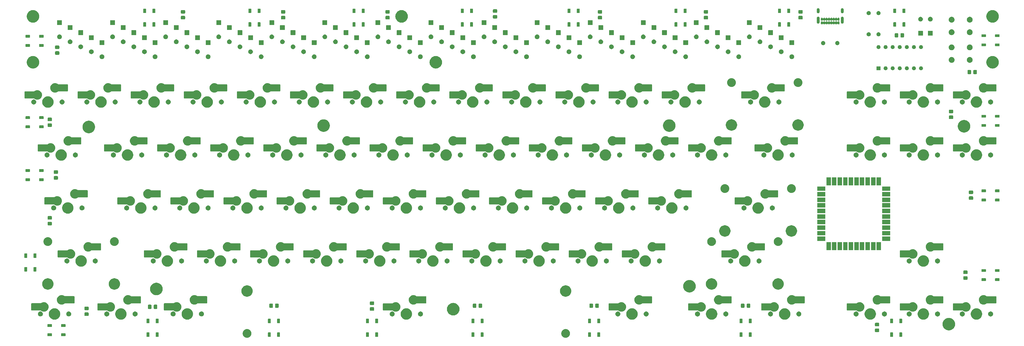
<source format=gbr>
%TF.GenerationSoftware,KiCad,Pcbnew,9.0.0*%
%TF.CreationDate,2025-03-11T22:48:35+00:00*%
%TF.ProjectId,kara70-pcb,6b617261-3730-42d7-9063-622e6b696361,rev?*%
%TF.SameCoordinates,Original*%
%TF.FileFunction,Soldermask,Bot*%
%TF.FilePolarity,Negative*%
%FSLAX46Y46*%
G04 Gerber Fmt 4.6, Leading zero omitted, Abs format (unit mm)*
G04 Created by KiCad (PCBNEW 9.0.0) date 2025-03-11 22:48:35*
%MOMM*%
%LPD*%
G01*
G04 APERTURE LIST*
G04 APERTURE END LIST*
G36*
X134891218Y-176388605D02*
G01*
X134902573Y-176388605D01*
X134958483Y-176397460D01*
X135086216Y-176414276D01*
X135117385Y-176422627D01*
X135146676Y-176427267D01*
X135203006Y-176445570D01*
X135285182Y-176467589D01*
X135337612Y-176489306D01*
X135381726Y-176503640D01*
X135423053Y-176524697D01*
X135475489Y-176546417D01*
X135549177Y-176588960D01*
X135601935Y-176615842D01*
X135625916Y-176633265D01*
X135653871Y-176649405D01*
X135756113Y-176727858D01*
X135801881Y-176761111D01*
X135809905Y-176769135D01*
X135817289Y-176774801D01*
X135962948Y-176920460D01*
X135968613Y-176927843D01*
X135976639Y-176935869D01*
X136009895Y-176981642D01*
X136088344Y-177083878D01*
X136104482Y-177111830D01*
X136121908Y-177135815D01*
X136148792Y-177188578D01*
X136191332Y-177262260D01*
X136213049Y-177314689D01*
X136234110Y-177356024D01*
X136248445Y-177400143D01*
X136270160Y-177452567D01*
X136292175Y-177534730D01*
X136310483Y-177591074D01*
X136315123Y-177620371D01*
X136323473Y-177651533D01*
X136340287Y-177779254D01*
X136349145Y-177835177D01*
X136349145Y-177846532D01*
X136350360Y-177855761D01*
X136350360Y-178061738D01*
X136349145Y-178070966D01*
X136349145Y-178082323D01*
X136340287Y-178138250D01*
X136323473Y-178265966D01*
X136315123Y-178297126D01*
X136310483Y-178326426D01*
X136292174Y-178382774D01*
X136270160Y-178464932D01*
X136248446Y-178517351D01*
X136234110Y-178561476D01*
X136213047Y-178602814D01*
X136191332Y-178655239D01*
X136148796Y-178728913D01*
X136121908Y-178781685D01*
X136104479Y-178805673D01*
X136088344Y-178833621D01*
X136009908Y-178935838D01*
X135976639Y-178981631D01*
X135968610Y-178989659D01*
X135962948Y-178997039D01*
X135817289Y-179142698D01*
X135809909Y-179148360D01*
X135801881Y-179156389D01*
X135756088Y-179189658D01*
X135653871Y-179268094D01*
X135625923Y-179284229D01*
X135601935Y-179301658D01*
X135549163Y-179328546D01*
X135475489Y-179371082D01*
X135423064Y-179392797D01*
X135381726Y-179413860D01*
X135337601Y-179428196D01*
X135285182Y-179449910D01*
X135203024Y-179471924D01*
X135146676Y-179490233D01*
X135117376Y-179494873D01*
X135086216Y-179503223D01*
X134958497Y-179520037D01*
X134902573Y-179528895D01*
X134891218Y-179528895D01*
X134881989Y-179530110D01*
X134676011Y-179530110D01*
X134666782Y-179528895D01*
X134655427Y-179528895D01*
X134599504Y-179520037D01*
X134471783Y-179503223D01*
X134440621Y-179494873D01*
X134411324Y-179490233D01*
X134354980Y-179471925D01*
X134272817Y-179449910D01*
X134220393Y-179428195D01*
X134176274Y-179413860D01*
X134134939Y-179392799D01*
X134082510Y-179371082D01*
X134008828Y-179328542D01*
X133956065Y-179301658D01*
X133932080Y-179284232D01*
X133904128Y-179268094D01*
X133801892Y-179189645D01*
X133756119Y-179156389D01*
X133748093Y-179148363D01*
X133740710Y-179142698D01*
X133595051Y-178997039D01*
X133589385Y-178989655D01*
X133581361Y-178981631D01*
X133548108Y-178935863D01*
X133469655Y-178833621D01*
X133453515Y-178805666D01*
X133436092Y-178781685D01*
X133409210Y-178728927D01*
X133366667Y-178655239D01*
X133344947Y-178602803D01*
X133323890Y-178561476D01*
X133309556Y-178517362D01*
X133287839Y-178464932D01*
X133265820Y-178382756D01*
X133247517Y-178326426D01*
X133242877Y-178297135D01*
X133234526Y-178265966D01*
X133217710Y-178138236D01*
X133208855Y-178082323D01*
X133208855Y-178070967D01*
X133207640Y-178061738D01*
X133207640Y-177855761D01*
X133208855Y-177846531D01*
X133208855Y-177835177D01*
X133217709Y-177779268D01*
X133234526Y-177651533D01*
X133242878Y-177620362D01*
X133247517Y-177591074D01*
X133265818Y-177534748D01*
X133287839Y-177452567D01*
X133309558Y-177400132D01*
X133323890Y-177356024D01*
X133344945Y-177314700D01*
X133366667Y-177262260D01*
X133409215Y-177188563D01*
X133436092Y-177135815D01*
X133453513Y-177111836D01*
X133469655Y-177083878D01*
X133548122Y-176981617D01*
X133581361Y-176935869D01*
X133589381Y-176927848D01*
X133595051Y-176920460D01*
X133740710Y-176774801D01*
X133748098Y-176769131D01*
X133756119Y-176761111D01*
X133801867Y-176727872D01*
X133904128Y-176649405D01*
X133932086Y-176633263D01*
X133956065Y-176615842D01*
X134008813Y-176588965D01*
X134082510Y-176546417D01*
X134134950Y-176524695D01*
X134176274Y-176503640D01*
X134220382Y-176489308D01*
X134272817Y-176467589D01*
X134354998Y-176445568D01*
X134411324Y-176427267D01*
X134440612Y-176422628D01*
X134471783Y-176414276D01*
X134599518Y-176397459D01*
X134655427Y-176388605D01*
X134666782Y-176388605D01*
X134676011Y-176387390D01*
X134881989Y-176387390D01*
X134891218Y-176388605D01*
G37*
G36*
X249191218Y-176388605D02*
G01*
X249202573Y-176388605D01*
X249258483Y-176397460D01*
X249386216Y-176414276D01*
X249417385Y-176422627D01*
X249446676Y-176427267D01*
X249503006Y-176445570D01*
X249585182Y-176467589D01*
X249637612Y-176489306D01*
X249681726Y-176503640D01*
X249723053Y-176524697D01*
X249775489Y-176546417D01*
X249849177Y-176588960D01*
X249901935Y-176615842D01*
X249925916Y-176633265D01*
X249953871Y-176649405D01*
X250056113Y-176727858D01*
X250101881Y-176761111D01*
X250109905Y-176769135D01*
X250117289Y-176774801D01*
X250262948Y-176920460D01*
X250268613Y-176927843D01*
X250276639Y-176935869D01*
X250309895Y-176981642D01*
X250388344Y-177083878D01*
X250404482Y-177111830D01*
X250421908Y-177135815D01*
X250448792Y-177188578D01*
X250491332Y-177262260D01*
X250513049Y-177314689D01*
X250534110Y-177356024D01*
X250548445Y-177400143D01*
X250570160Y-177452567D01*
X250592175Y-177534730D01*
X250610483Y-177591074D01*
X250615123Y-177620371D01*
X250623473Y-177651533D01*
X250640287Y-177779254D01*
X250649145Y-177835177D01*
X250649145Y-177846532D01*
X250650360Y-177855761D01*
X250650360Y-178061738D01*
X250649145Y-178070966D01*
X250649145Y-178082323D01*
X250640287Y-178138250D01*
X250623473Y-178265966D01*
X250615123Y-178297126D01*
X250610483Y-178326426D01*
X250592174Y-178382774D01*
X250570160Y-178464932D01*
X250548446Y-178517351D01*
X250534110Y-178561476D01*
X250513047Y-178602814D01*
X250491332Y-178655239D01*
X250448796Y-178728913D01*
X250421908Y-178781685D01*
X250404479Y-178805673D01*
X250388344Y-178833621D01*
X250309908Y-178935838D01*
X250276639Y-178981631D01*
X250268610Y-178989659D01*
X250262948Y-178997039D01*
X250117289Y-179142698D01*
X250109909Y-179148360D01*
X250101881Y-179156389D01*
X250056088Y-179189658D01*
X249953871Y-179268094D01*
X249925923Y-179284229D01*
X249901935Y-179301658D01*
X249849163Y-179328546D01*
X249775489Y-179371082D01*
X249723064Y-179392797D01*
X249681726Y-179413860D01*
X249637601Y-179428196D01*
X249585182Y-179449910D01*
X249503024Y-179471924D01*
X249446676Y-179490233D01*
X249417376Y-179494873D01*
X249386216Y-179503223D01*
X249258497Y-179520037D01*
X249202573Y-179528895D01*
X249191218Y-179528895D01*
X249181989Y-179530110D01*
X248976011Y-179530110D01*
X248966782Y-179528895D01*
X248955427Y-179528895D01*
X248899504Y-179520037D01*
X248771783Y-179503223D01*
X248740621Y-179494873D01*
X248711324Y-179490233D01*
X248654980Y-179471925D01*
X248572817Y-179449910D01*
X248520393Y-179428195D01*
X248476274Y-179413860D01*
X248434939Y-179392799D01*
X248382510Y-179371082D01*
X248308828Y-179328542D01*
X248256065Y-179301658D01*
X248232080Y-179284232D01*
X248204128Y-179268094D01*
X248101892Y-179189645D01*
X248056119Y-179156389D01*
X248048093Y-179148363D01*
X248040710Y-179142698D01*
X247895051Y-178997039D01*
X247889385Y-178989655D01*
X247881361Y-178981631D01*
X247848108Y-178935863D01*
X247769655Y-178833621D01*
X247753515Y-178805666D01*
X247736092Y-178781685D01*
X247709210Y-178728927D01*
X247666667Y-178655239D01*
X247644947Y-178602803D01*
X247623890Y-178561476D01*
X247609556Y-178517362D01*
X247587839Y-178464932D01*
X247565820Y-178382756D01*
X247547517Y-178326426D01*
X247542877Y-178297135D01*
X247534526Y-178265966D01*
X247517710Y-178138236D01*
X247508855Y-178082323D01*
X247508855Y-178070967D01*
X247507640Y-178061738D01*
X247507640Y-177855761D01*
X247508855Y-177846531D01*
X247508855Y-177835177D01*
X247517709Y-177779268D01*
X247534526Y-177651533D01*
X247542878Y-177620362D01*
X247547517Y-177591074D01*
X247565818Y-177534748D01*
X247587839Y-177452567D01*
X247609558Y-177400132D01*
X247623890Y-177356024D01*
X247644945Y-177314700D01*
X247666667Y-177262260D01*
X247709215Y-177188563D01*
X247736092Y-177135815D01*
X247753513Y-177111836D01*
X247769655Y-177083878D01*
X247848122Y-176981617D01*
X247881361Y-176935869D01*
X247889381Y-176927848D01*
X247895051Y-176920460D01*
X248040710Y-176774801D01*
X248048098Y-176769131D01*
X248056119Y-176761111D01*
X248101867Y-176727872D01*
X248204128Y-176649405D01*
X248232086Y-176633263D01*
X248256065Y-176615842D01*
X248308813Y-176588965D01*
X248382510Y-176546417D01*
X248434950Y-176524695D01*
X248476274Y-176503640D01*
X248520382Y-176489308D01*
X248572817Y-176467589D01*
X248654998Y-176445568D01*
X248711324Y-176427267D01*
X248740612Y-176422628D01*
X248771783Y-176414276D01*
X248899518Y-176397459D01*
X248955427Y-176388605D01*
X248966782Y-176388605D01*
X248976011Y-176387390D01*
X249181989Y-176387390D01*
X249191218Y-176388605D01*
G37*
G36*
X99663958Y-177609733D02*
G01*
X99709702Y-177640298D01*
X99740267Y-177686042D01*
X99751000Y-177740000D01*
X99751000Y-179060000D01*
X99740267Y-179113958D01*
X99709702Y-179159702D01*
X99663958Y-179190267D01*
X99610000Y-179201000D01*
X98890000Y-179201000D01*
X98836042Y-179190267D01*
X98790298Y-179159702D01*
X98759733Y-179113958D01*
X98749000Y-179060000D01*
X98749000Y-177740000D01*
X98759733Y-177686042D01*
X98790298Y-177640298D01*
X98836042Y-177609733D01*
X98890000Y-177599000D01*
X99610000Y-177599000D01*
X99663958Y-177609733D01*
G37*
G36*
X102963958Y-177609733D02*
G01*
X103009702Y-177640298D01*
X103040267Y-177686042D01*
X103051000Y-177740000D01*
X103051000Y-179060000D01*
X103040267Y-179113958D01*
X103009702Y-179159702D01*
X102963958Y-179190267D01*
X102910000Y-179201000D01*
X102190000Y-179201000D01*
X102136042Y-179190267D01*
X102090298Y-179159702D01*
X102059733Y-179113958D01*
X102049000Y-179060000D01*
X102049000Y-177740000D01*
X102059733Y-177686042D01*
X102090298Y-177640298D01*
X102136042Y-177609733D01*
X102190000Y-177599000D01*
X102910000Y-177599000D01*
X102963958Y-177609733D01*
G37*
G36*
X143201458Y-177609733D02*
G01*
X143247202Y-177640298D01*
X143277767Y-177686042D01*
X143288500Y-177740000D01*
X143288500Y-179060000D01*
X143277767Y-179113958D01*
X143247202Y-179159702D01*
X143201458Y-179190267D01*
X143147500Y-179201000D01*
X142427500Y-179201000D01*
X142373542Y-179190267D01*
X142327798Y-179159702D01*
X142297233Y-179113958D01*
X142286500Y-179060000D01*
X142286500Y-177740000D01*
X142297233Y-177686042D01*
X142327798Y-177640298D01*
X142373542Y-177609733D01*
X142427500Y-177599000D01*
X143147500Y-177599000D01*
X143201458Y-177609733D01*
G37*
G36*
X146501458Y-177609733D02*
G01*
X146547202Y-177640298D01*
X146577767Y-177686042D01*
X146588500Y-177740000D01*
X146588500Y-179060000D01*
X146577767Y-179113958D01*
X146547202Y-179159702D01*
X146501458Y-179190267D01*
X146447500Y-179201000D01*
X145727500Y-179201000D01*
X145673542Y-179190267D01*
X145627798Y-179159702D01*
X145597233Y-179113958D01*
X145586500Y-179060000D01*
X145586500Y-177740000D01*
X145597233Y-177686042D01*
X145627798Y-177640298D01*
X145673542Y-177609733D01*
X145727500Y-177599000D01*
X146447500Y-177599000D01*
X146501458Y-177609733D01*
G37*
G36*
X178413958Y-177609733D02*
G01*
X178459702Y-177640298D01*
X178490267Y-177686042D01*
X178501000Y-177740000D01*
X178501000Y-179060000D01*
X178490267Y-179113958D01*
X178459702Y-179159702D01*
X178413958Y-179190267D01*
X178360000Y-179201000D01*
X177640000Y-179201000D01*
X177586042Y-179190267D01*
X177540298Y-179159702D01*
X177509733Y-179113958D01*
X177499000Y-179060000D01*
X177499000Y-177740000D01*
X177509733Y-177686042D01*
X177540298Y-177640298D01*
X177586042Y-177609733D01*
X177640000Y-177599000D01*
X178360000Y-177599000D01*
X178413958Y-177609733D01*
G37*
G36*
X181713958Y-177609733D02*
G01*
X181759702Y-177640298D01*
X181790267Y-177686042D01*
X181801000Y-177740000D01*
X181801000Y-179060000D01*
X181790267Y-179113958D01*
X181759702Y-179159702D01*
X181713958Y-179190267D01*
X181660000Y-179201000D01*
X180940000Y-179201000D01*
X180886042Y-179190267D01*
X180840298Y-179159702D01*
X180809733Y-179113958D01*
X180799000Y-179060000D01*
X180799000Y-177740000D01*
X180809733Y-177686042D01*
X180840298Y-177640298D01*
X180886042Y-177609733D01*
X180940000Y-177599000D01*
X181660000Y-177599000D01*
X181713958Y-177609733D01*
G37*
G36*
X216213958Y-177609733D02*
G01*
X216259702Y-177640298D01*
X216290267Y-177686042D01*
X216301000Y-177740000D01*
X216301000Y-179060000D01*
X216290267Y-179113958D01*
X216259702Y-179159702D01*
X216213958Y-179190267D01*
X216160000Y-179201000D01*
X215440000Y-179201000D01*
X215386042Y-179190267D01*
X215340298Y-179159702D01*
X215309733Y-179113958D01*
X215299000Y-179060000D01*
X215299000Y-177740000D01*
X215309733Y-177686042D01*
X215340298Y-177640298D01*
X215386042Y-177609733D01*
X215440000Y-177599000D01*
X216160000Y-177599000D01*
X216213958Y-177609733D01*
G37*
G36*
X219513958Y-177609733D02*
G01*
X219559702Y-177640298D01*
X219590267Y-177686042D01*
X219601000Y-177740000D01*
X219601000Y-179060000D01*
X219590267Y-179113958D01*
X219559702Y-179159702D01*
X219513958Y-179190267D01*
X219460000Y-179201000D01*
X218740000Y-179201000D01*
X218686042Y-179190267D01*
X218640298Y-179159702D01*
X218609733Y-179113958D01*
X218599000Y-179060000D01*
X218599000Y-177740000D01*
X218609733Y-177686042D01*
X218640298Y-177640298D01*
X218686042Y-177609733D01*
X218740000Y-177599000D01*
X219460000Y-177599000D01*
X219513958Y-177609733D01*
G37*
G36*
X258076458Y-177609733D02*
G01*
X258122202Y-177640298D01*
X258152767Y-177686042D01*
X258163500Y-177740000D01*
X258163500Y-179060000D01*
X258152767Y-179113958D01*
X258122202Y-179159702D01*
X258076458Y-179190267D01*
X258022500Y-179201000D01*
X257302500Y-179201000D01*
X257248542Y-179190267D01*
X257202798Y-179159702D01*
X257172233Y-179113958D01*
X257161500Y-179060000D01*
X257161500Y-177740000D01*
X257172233Y-177686042D01*
X257202798Y-177640298D01*
X257248542Y-177609733D01*
X257302500Y-177599000D01*
X258022500Y-177599000D01*
X258076458Y-177609733D01*
G37*
G36*
X261376458Y-177609733D02*
G01*
X261422202Y-177640298D01*
X261452767Y-177686042D01*
X261463500Y-177740000D01*
X261463500Y-179060000D01*
X261452767Y-179113958D01*
X261422202Y-179159702D01*
X261376458Y-179190267D01*
X261322500Y-179201000D01*
X260602500Y-179201000D01*
X260548542Y-179190267D01*
X260502798Y-179159702D01*
X260472233Y-179113958D01*
X260461500Y-179060000D01*
X260461500Y-177740000D01*
X260472233Y-177686042D01*
X260502798Y-177640298D01*
X260548542Y-177609733D01*
X260602500Y-177599000D01*
X261322500Y-177599000D01*
X261376458Y-177609733D01*
G37*
G36*
X312401458Y-177609733D02*
G01*
X312447202Y-177640298D01*
X312477767Y-177686042D01*
X312488500Y-177740000D01*
X312488500Y-179060000D01*
X312477767Y-179113958D01*
X312447202Y-179159702D01*
X312401458Y-179190267D01*
X312347500Y-179201000D01*
X311627500Y-179201000D01*
X311573542Y-179190267D01*
X311527798Y-179159702D01*
X311497233Y-179113958D01*
X311486500Y-179060000D01*
X311486500Y-177740000D01*
X311497233Y-177686042D01*
X311527798Y-177640298D01*
X311573542Y-177609733D01*
X311627500Y-177599000D01*
X312347500Y-177599000D01*
X312401458Y-177609733D01*
G37*
G36*
X315701458Y-177609733D02*
G01*
X315747202Y-177640298D01*
X315777767Y-177686042D01*
X315788500Y-177740000D01*
X315788500Y-179060000D01*
X315777767Y-179113958D01*
X315747202Y-179159702D01*
X315701458Y-179190267D01*
X315647500Y-179201000D01*
X314927500Y-179201000D01*
X314873542Y-179190267D01*
X314827798Y-179159702D01*
X314797233Y-179113958D01*
X314786500Y-179060000D01*
X314786500Y-177740000D01*
X314797233Y-177686042D01*
X314827798Y-177640298D01*
X314873542Y-177609733D01*
X314927500Y-177599000D01*
X315647500Y-177599000D01*
X315701458Y-177609733D01*
G37*
G36*
X366413958Y-177609733D02*
G01*
X366459702Y-177640298D01*
X366490267Y-177686042D01*
X366501000Y-177740000D01*
X366501000Y-179060000D01*
X366490267Y-179113958D01*
X366459702Y-179159702D01*
X366413958Y-179190267D01*
X366360000Y-179201000D01*
X365640000Y-179201000D01*
X365586042Y-179190267D01*
X365540298Y-179159702D01*
X365509733Y-179113958D01*
X365499000Y-179060000D01*
X365499000Y-177740000D01*
X365509733Y-177686042D01*
X365540298Y-177640298D01*
X365586042Y-177609733D01*
X365640000Y-177599000D01*
X366360000Y-177599000D01*
X366413958Y-177609733D01*
G37*
G36*
X369713958Y-177609733D02*
G01*
X369759702Y-177640298D01*
X369790267Y-177686042D01*
X369801000Y-177740000D01*
X369801000Y-179060000D01*
X369790267Y-179113958D01*
X369759702Y-179159702D01*
X369713958Y-179190267D01*
X369660000Y-179201000D01*
X368940000Y-179201000D01*
X368886042Y-179190267D01*
X368840298Y-179159702D01*
X368809733Y-179113958D01*
X368799000Y-179060000D01*
X368799000Y-177740000D01*
X368809733Y-177686042D01*
X368840298Y-177640298D01*
X368886042Y-177609733D01*
X368940000Y-177599000D01*
X369660000Y-177599000D01*
X369713958Y-177609733D01*
G37*
G36*
X64663958Y-177959733D02*
G01*
X64709702Y-177990298D01*
X64740267Y-178036042D01*
X64751000Y-178090000D01*
X64751000Y-178810000D01*
X64740267Y-178863958D01*
X64709702Y-178909702D01*
X64663958Y-178940267D01*
X64610000Y-178951000D01*
X63290000Y-178951000D01*
X63236042Y-178940267D01*
X63190298Y-178909702D01*
X63159733Y-178863958D01*
X63149000Y-178810000D01*
X63149000Y-178090000D01*
X63159733Y-178036042D01*
X63190298Y-177990298D01*
X63236042Y-177959733D01*
X63290000Y-177949000D01*
X64610000Y-177949000D01*
X64663958Y-177959733D01*
G37*
G36*
X69563958Y-177959733D02*
G01*
X69609702Y-177990298D01*
X69640267Y-178036042D01*
X69651000Y-178090000D01*
X69651000Y-178810000D01*
X69640267Y-178863958D01*
X69609702Y-178909702D01*
X69563958Y-178940267D01*
X69510000Y-178951000D01*
X68190000Y-178951000D01*
X68136042Y-178940267D01*
X68090298Y-178909702D01*
X68059733Y-178863958D01*
X68049000Y-178810000D01*
X68049000Y-178090000D01*
X68059733Y-178036042D01*
X68090298Y-177990298D01*
X68136042Y-177959733D01*
X68190000Y-177949000D01*
X69510000Y-177949000D01*
X69563958Y-177959733D01*
G37*
G36*
X361343914Y-176206995D02*
G01*
X361359726Y-176213976D01*
X361367531Y-176215213D01*
X361400039Y-176231776D01*
X361445106Y-176251676D01*
X361523324Y-176329894D01*
X361543226Y-176374967D01*
X361559786Y-176407468D01*
X361561021Y-176415270D01*
X361568005Y-176431086D01*
X361576000Y-176500000D01*
X361576000Y-177175000D01*
X361568005Y-177243914D01*
X361561021Y-177259729D01*
X361559786Y-177267531D01*
X361543229Y-177300024D01*
X361523324Y-177345106D01*
X361445106Y-177423324D01*
X361400024Y-177443229D01*
X361367531Y-177459786D01*
X361359729Y-177461021D01*
X361343914Y-177468005D01*
X361275000Y-177476000D01*
X360325000Y-177476000D01*
X360256086Y-177468005D01*
X360240270Y-177461021D01*
X360232468Y-177459786D01*
X360199967Y-177443226D01*
X360154894Y-177423324D01*
X360076676Y-177345106D01*
X360056776Y-177300039D01*
X360040213Y-177267531D01*
X360038976Y-177259726D01*
X360031995Y-177243914D01*
X360024000Y-177175000D01*
X360024000Y-176500000D01*
X360031995Y-176431086D01*
X360038976Y-176415274D01*
X360040213Y-176407468D01*
X360056780Y-176374953D01*
X360076676Y-176329894D01*
X360154894Y-176251676D01*
X360199953Y-176231780D01*
X360232468Y-176215213D01*
X360240274Y-176213976D01*
X360256086Y-176206995D01*
X360325000Y-176199000D01*
X361275000Y-176199000D01*
X361343914Y-176206995D01*
G37*
G36*
X386995398Y-172417252D02*
G01*
X387279810Y-172493460D01*
X387551842Y-172606139D01*
X387806839Y-172753362D01*
X388040437Y-172932609D01*
X388248641Y-173140813D01*
X388427888Y-173374411D01*
X388575111Y-173629408D01*
X388687790Y-173901440D01*
X388763998Y-174185852D01*
X388802430Y-174477778D01*
X388802430Y-174772222D01*
X388763998Y-175064148D01*
X388687790Y-175348560D01*
X388575111Y-175620592D01*
X388427888Y-175875589D01*
X388248641Y-176109187D01*
X388040437Y-176317391D01*
X387806839Y-176496638D01*
X387551842Y-176643861D01*
X387279810Y-176756540D01*
X386995398Y-176832748D01*
X386703472Y-176871180D01*
X386409028Y-176871180D01*
X386117102Y-176832748D01*
X385832690Y-176756540D01*
X385560658Y-176643861D01*
X385305661Y-176496638D01*
X385072063Y-176317391D01*
X384863859Y-176109187D01*
X384684612Y-175875589D01*
X384537389Y-175620592D01*
X384424710Y-175348560D01*
X384348502Y-175064148D01*
X384310070Y-174772222D01*
X384310070Y-174477778D01*
X384348502Y-174185852D01*
X384424710Y-173901440D01*
X384537389Y-173629408D01*
X384684612Y-173374411D01*
X384863859Y-173140813D01*
X385072063Y-172932609D01*
X385305661Y-172753362D01*
X385560658Y-172606139D01*
X385832690Y-172493460D01*
X386117102Y-172417252D01*
X386409028Y-172378820D01*
X386703472Y-172378820D01*
X386995398Y-172417252D01*
G37*
G36*
X64663958Y-174659733D02*
G01*
X64709702Y-174690298D01*
X64740267Y-174736042D01*
X64751000Y-174790000D01*
X64751000Y-175510000D01*
X64740267Y-175563958D01*
X64709702Y-175609702D01*
X64663958Y-175640267D01*
X64610000Y-175651000D01*
X63290000Y-175651000D01*
X63236042Y-175640267D01*
X63190298Y-175609702D01*
X63159733Y-175563958D01*
X63149000Y-175510000D01*
X63149000Y-174790000D01*
X63159733Y-174736042D01*
X63190298Y-174690298D01*
X63236042Y-174659733D01*
X63290000Y-174649000D01*
X64610000Y-174649000D01*
X64663958Y-174659733D01*
G37*
G36*
X69563958Y-174659733D02*
G01*
X69609702Y-174690298D01*
X69640267Y-174736042D01*
X69651000Y-174790000D01*
X69651000Y-175510000D01*
X69640267Y-175563958D01*
X69609702Y-175609702D01*
X69563958Y-175640267D01*
X69510000Y-175651000D01*
X68190000Y-175651000D01*
X68136042Y-175640267D01*
X68090298Y-175609702D01*
X68059733Y-175563958D01*
X68049000Y-175510000D01*
X68049000Y-174790000D01*
X68059733Y-174736042D01*
X68090298Y-174690298D01*
X68136042Y-174659733D01*
X68190000Y-174649000D01*
X69510000Y-174649000D01*
X69563958Y-174659733D01*
G37*
G36*
X361343914Y-174131995D02*
G01*
X361359726Y-174138976D01*
X361367531Y-174140213D01*
X361400039Y-174156776D01*
X361445106Y-174176676D01*
X361523324Y-174254894D01*
X361543226Y-174299967D01*
X361559786Y-174332468D01*
X361561021Y-174340270D01*
X361568005Y-174356086D01*
X361576000Y-174425000D01*
X361576000Y-175100000D01*
X361568005Y-175168914D01*
X361561021Y-175184729D01*
X361559786Y-175192531D01*
X361543229Y-175225024D01*
X361523324Y-175270106D01*
X361445106Y-175348324D01*
X361400024Y-175368229D01*
X361367531Y-175384786D01*
X361359729Y-175386021D01*
X361343914Y-175393005D01*
X361275000Y-175401000D01*
X360325000Y-175401000D01*
X360256086Y-175393005D01*
X360240270Y-175386021D01*
X360232468Y-175384786D01*
X360199967Y-175368226D01*
X360154894Y-175348324D01*
X360076676Y-175270106D01*
X360056776Y-175225039D01*
X360040213Y-175192531D01*
X360038976Y-175184726D01*
X360031995Y-175168914D01*
X360024000Y-175100000D01*
X360024000Y-174425000D01*
X360031995Y-174356086D01*
X360038976Y-174340274D01*
X360040213Y-174332468D01*
X360056780Y-174299953D01*
X360076676Y-174254894D01*
X360154894Y-174176676D01*
X360199953Y-174156780D01*
X360232468Y-174140213D01*
X360240274Y-174138976D01*
X360256086Y-174131995D01*
X360325000Y-174124000D01*
X361275000Y-174124000D01*
X361343914Y-174131995D01*
G37*
G36*
X99663958Y-172709733D02*
G01*
X99709702Y-172740298D01*
X99740267Y-172786042D01*
X99751000Y-172840000D01*
X99751000Y-174160000D01*
X99740267Y-174213958D01*
X99709702Y-174259702D01*
X99663958Y-174290267D01*
X99610000Y-174301000D01*
X98890000Y-174301000D01*
X98836042Y-174290267D01*
X98790298Y-174259702D01*
X98759733Y-174213958D01*
X98749000Y-174160000D01*
X98749000Y-172840000D01*
X98759733Y-172786042D01*
X98790298Y-172740298D01*
X98836042Y-172709733D01*
X98890000Y-172699000D01*
X99610000Y-172699000D01*
X99663958Y-172709733D01*
G37*
G36*
X102963958Y-172709733D02*
G01*
X103009702Y-172740298D01*
X103040267Y-172786042D01*
X103051000Y-172840000D01*
X103051000Y-174160000D01*
X103040267Y-174213958D01*
X103009702Y-174259702D01*
X102963958Y-174290267D01*
X102910000Y-174301000D01*
X102190000Y-174301000D01*
X102136042Y-174290267D01*
X102090298Y-174259702D01*
X102059733Y-174213958D01*
X102049000Y-174160000D01*
X102049000Y-172840000D01*
X102059733Y-172786042D01*
X102090298Y-172740298D01*
X102136042Y-172709733D01*
X102190000Y-172699000D01*
X102910000Y-172699000D01*
X102963958Y-172709733D01*
G37*
G36*
X143201458Y-172709733D02*
G01*
X143247202Y-172740298D01*
X143277767Y-172786042D01*
X143288500Y-172840000D01*
X143288500Y-174160000D01*
X143277767Y-174213958D01*
X143247202Y-174259702D01*
X143201458Y-174290267D01*
X143147500Y-174301000D01*
X142427500Y-174301000D01*
X142373542Y-174290267D01*
X142327798Y-174259702D01*
X142297233Y-174213958D01*
X142286500Y-174160000D01*
X142286500Y-172840000D01*
X142297233Y-172786042D01*
X142327798Y-172740298D01*
X142373542Y-172709733D01*
X142427500Y-172699000D01*
X143147500Y-172699000D01*
X143201458Y-172709733D01*
G37*
G36*
X146501458Y-172709733D02*
G01*
X146547202Y-172740298D01*
X146577767Y-172786042D01*
X146588500Y-172840000D01*
X146588500Y-174160000D01*
X146577767Y-174213958D01*
X146547202Y-174259702D01*
X146501458Y-174290267D01*
X146447500Y-174301000D01*
X145727500Y-174301000D01*
X145673542Y-174290267D01*
X145627798Y-174259702D01*
X145597233Y-174213958D01*
X145586500Y-174160000D01*
X145586500Y-172840000D01*
X145597233Y-172786042D01*
X145627798Y-172740298D01*
X145673542Y-172709733D01*
X145727500Y-172699000D01*
X146447500Y-172699000D01*
X146501458Y-172709733D01*
G37*
G36*
X178413958Y-172709733D02*
G01*
X178459702Y-172740298D01*
X178490267Y-172786042D01*
X178501000Y-172840000D01*
X178501000Y-174160000D01*
X178490267Y-174213958D01*
X178459702Y-174259702D01*
X178413958Y-174290267D01*
X178360000Y-174301000D01*
X177640000Y-174301000D01*
X177586042Y-174290267D01*
X177540298Y-174259702D01*
X177509733Y-174213958D01*
X177499000Y-174160000D01*
X177499000Y-172840000D01*
X177509733Y-172786042D01*
X177540298Y-172740298D01*
X177586042Y-172709733D01*
X177640000Y-172699000D01*
X178360000Y-172699000D01*
X178413958Y-172709733D01*
G37*
G36*
X181713958Y-172709733D02*
G01*
X181759702Y-172740298D01*
X181790267Y-172786042D01*
X181801000Y-172840000D01*
X181801000Y-174160000D01*
X181790267Y-174213958D01*
X181759702Y-174259702D01*
X181713958Y-174290267D01*
X181660000Y-174301000D01*
X180940000Y-174301000D01*
X180886042Y-174290267D01*
X180840298Y-174259702D01*
X180809733Y-174213958D01*
X180799000Y-174160000D01*
X180799000Y-172840000D01*
X180809733Y-172786042D01*
X180840298Y-172740298D01*
X180886042Y-172709733D01*
X180940000Y-172699000D01*
X181660000Y-172699000D01*
X181713958Y-172709733D01*
G37*
G36*
X216213958Y-172709733D02*
G01*
X216259702Y-172740298D01*
X216290267Y-172786042D01*
X216301000Y-172840000D01*
X216301000Y-174160000D01*
X216290267Y-174213958D01*
X216259702Y-174259702D01*
X216213958Y-174290267D01*
X216160000Y-174301000D01*
X215440000Y-174301000D01*
X215386042Y-174290267D01*
X215340298Y-174259702D01*
X215309733Y-174213958D01*
X215299000Y-174160000D01*
X215299000Y-172840000D01*
X215309733Y-172786042D01*
X215340298Y-172740298D01*
X215386042Y-172709733D01*
X215440000Y-172699000D01*
X216160000Y-172699000D01*
X216213958Y-172709733D01*
G37*
G36*
X219513958Y-172709733D02*
G01*
X219559702Y-172740298D01*
X219590267Y-172786042D01*
X219601000Y-172840000D01*
X219601000Y-174160000D01*
X219590267Y-174213958D01*
X219559702Y-174259702D01*
X219513958Y-174290267D01*
X219460000Y-174301000D01*
X218740000Y-174301000D01*
X218686042Y-174290267D01*
X218640298Y-174259702D01*
X218609733Y-174213958D01*
X218599000Y-174160000D01*
X218599000Y-172840000D01*
X218609733Y-172786042D01*
X218640298Y-172740298D01*
X218686042Y-172709733D01*
X218740000Y-172699000D01*
X219460000Y-172699000D01*
X219513958Y-172709733D01*
G37*
G36*
X258076458Y-172709733D02*
G01*
X258122202Y-172740298D01*
X258152767Y-172786042D01*
X258163500Y-172840000D01*
X258163500Y-174160000D01*
X258152767Y-174213958D01*
X258122202Y-174259702D01*
X258076458Y-174290267D01*
X258022500Y-174301000D01*
X257302500Y-174301000D01*
X257248542Y-174290267D01*
X257202798Y-174259702D01*
X257172233Y-174213958D01*
X257161500Y-174160000D01*
X257161500Y-172840000D01*
X257172233Y-172786042D01*
X257202798Y-172740298D01*
X257248542Y-172709733D01*
X257302500Y-172699000D01*
X258022500Y-172699000D01*
X258076458Y-172709733D01*
G37*
G36*
X261376458Y-172709733D02*
G01*
X261422202Y-172740298D01*
X261452767Y-172786042D01*
X261463500Y-172840000D01*
X261463500Y-174160000D01*
X261452767Y-174213958D01*
X261422202Y-174259702D01*
X261376458Y-174290267D01*
X261322500Y-174301000D01*
X260602500Y-174301000D01*
X260548542Y-174290267D01*
X260502798Y-174259702D01*
X260472233Y-174213958D01*
X260461500Y-174160000D01*
X260461500Y-172840000D01*
X260472233Y-172786042D01*
X260502798Y-172740298D01*
X260548542Y-172709733D01*
X260602500Y-172699000D01*
X261322500Y-172699000D01*
X261376458Y-172709733D01*
G37*
G36*
X312401458Y-172709733D02*
G01*
X312447202Y-172740298D01*
X312477767Y-172786042D01*
X312488500Y-172840000D01*
X312488500Y-174160000D01*
X312477767Y-174213958D01*
X312447202Y-174259702D01*
X312401458Y-174290267D01*
X312347500Y-174301000D01*
X311627500Y-174301000D01*
X311573542Y-174290267D01*
X311527798Y-174259702D01*
X311497233Y-174213958D01*
X311486500Y-174160000D01*
X311486500Y-172840000D01*
X311497233Y-172786042D01*
X311527798Y-172740298D01*
X311573542Y-172709733D01*
X311627500Y-172699000D01*
X312347500Y-172699000D01*
X312401458Y-172709733D01*
G37*
G36*
X315701458Y-172709733D02*
G01*
X315747202Y-172740298D01*
X315777767Y-172786042D01*
X315788500Y-172840000D01*
X315788500Y-174160000D01*
X315777767Y-174213958D01*
X315747202Y-174259702D01*
X315701458Y-174290267D01*
X315647500Y-174301000D01*
X314927500Y-174301000D01*
X314873542Y-174290267D01*
X314827798Y-174259702D01*
X314797233Y-174213958D01*
X314786500Y-174160000D01*
X314786500Y-172840000D01*
X314797233Y-172786042D01*
X314827798Y-172740298D01*
X314873542Y-172709733D01*
X314927500Y-172699000D01*
X315647500Y-172699000D01*
X315701458Y-172709733D01*
G37*
G36*
X366413958Y-172709733D02*
G01*
X366459702Y-172740298D01*
X366490267Y-172786042D01*
X366501000Y-172840000D01*
X366501000Y-174160000D01*
X366490267Y-174213958D01*
X366459702Y-174259702D01*
X366413958Y-174290267D01*
X366360000Y-174301000D01*
X365640000Y-174301000D01*
X365586042Y-174290267D01*
X365540298Y-174259702D01*
X365509733Y-174213958D01*
X365499000Y-174160000D01*
X365499000Y-172840000D01*
X365509733Y-172786042D01*
X365540298Y-172740298D01*
X365586042Y-172709733D01*
X365640000Y-172699000D01*
X366360000Y-172699000D01*
X366413958Y-172709733D01*
G37*
G36*
X369713958Y-172709733D02*
G01*
X369759702Y-172740298D01*
X369790267Y-172786042D01*
X369801000Y-172840000D01*
X369801000Y-174160000D01*
X369790267Y-174213958D01*
X369759702Y-174259702D01*
X369713958Y-174290267D01*
X369660000Y-174301000D01*
X368940000Y-174301000D01*
X368886042Y-174290267D01*
X368840298Y-174259702D01*
X368809733Y-174213958D01*
X368799000Y-174160000D01*
X368799000Y-172840000D01*
X368809733Y-172786042D01*
X368840298Y-172740298D01*
X368886042Y-172709733D01*
X368940000Y-172699000D01*
X369660000Y-172699000D01*
X369713958Y-172709733D01*
G37*
G36*
X89933990Y-168968142D02*
G01*
X90192362Y-169037373D01*
X90439486Y-169139735D01*
X90671136Y-169273478D01*
X90883346Y-169436313D01*
X91072487Y-169625454D01*
X91235322Y-169837664D01*
X91369065Y-170069314D01*
X91471427Y-170316438D01*
X91540658Y-170574810D01*
X91575572Y-170840007D01*
X91575572Y-171107493D01*
X91540658Y-171372690D01*
X91471427Y-171631062D01*
X91369065Y-171878186D01*
X91235322Y-172109836D01*
X91072487Y-172322046D01*
X90883346Y-172511187D01*
X90671136Y-172674022D01*
X90439486Y-172807765D01*
X90192362Y-172910127D01*
X89933990Y-172979358D01*
X89668793Y-173014272D01*
X89401307Y-173014272D01*
X89136110Y-172979358D01*
X88877738Y-172910127D01*
X88630614Y-172807765D01*
X88398964Y-172674022D01*
X88186754Y-172511187D01*
X87997613Y-172322046D01*
X87834778Y-172109836D01*
X87701035Y-171878186D01*
X87598673Y-171631062D01*
X87529442Y-171372690D01*
X87494528Y-171107493D01*
X87494528Y-170840007D01*
X87529442Y-170574810D01*
X87598673Y-170316438D01*
X87701035Y-170069314D01*
X87834778Y-169837664D01*
X87997613Y-169625454D01*
X88186754Y-169436313D01*
X88398964Y-169273478D01*
X88630614Y-169139735D01*
X88877738Y-169037373D01*
X89136110Y-168968142D01*
X89401307Y-168933228D01*
X89668793Y-168933228D01*
X89933990Y-168968142D01*
G37*
G36*
X192327940Y-168968142D02*
G01*
X192586312Y-169037373D01*
X192833436Y-169139735D01*
X193065086Y-169273478D01*
X193277296Y-169436313D01*
X193466437Y-169625454D01*
X193629272Y-169837664D01*
X193763015Y-170069314D01*
X193865377Y-170316438D01*
X193934608Y-170574810D01*
X193969522Y-170840007D01*
X193969522Y-171107493D01*
X193934608Y-171372690D01*
X193865377Y-171631062D01*
X193763015Y-171878186D01*
X193629272Y-172109836D01*
X193466437Y-172322046D01*
X193277296Y-172511187D01*
X193065086Y-172674022D01*
X192833436Y-172807765D01*
X192586312Y-172910127D01*
X192327940Y-172979358D01*
X192062743Y-173014272D01*
X191795257Y-173014272D01*
X191530060Y-172979358D01*
X191271688Y-172910127D01*
X191024564Y-172807765D01*
X190792914Y-172674022D01*
X190580704Y-172511187D01*
X190391563Y-172322046D01*
X190228728Y-172109836D01*
X190094985Y-171878186D01*
X189992623Y-171631062D01*
X189923392Y-171372690D01*
X189888478Y-171107493D01*
X189888478Y-170840007D01*
X189923392Y-170574810D01*
X189992623Y-170316438D01*
X190094985Y-170069314D01*
X190228728Y-169837664D01*
X190391563Y-169625454D01*
X190580704Y-169436313D01*
X190792914Y-169273478D01*
X191024564Y-169139735D01*
X191271688Y-169037373D01*
X191530060Y-168968142D01*
X191795257Y-168933228D01*
X192062743Y-168933228D01*
X192327940Y-168968142D01*
G37*
G36*
X273290240Y-168968142D02*
G01*
X273548612Y-169037373D01*
X273795736Y-169139735D01*
X274027386Y-169273478D01*
X274239596Y-169436313D01*
X274428737Y-169625454D01*
X274591572Y-169837664D01*
X274725315Y-170069314D01*
X274827677Y-170316438D01*
X274896908Y-170574810D01*
X274931822Y-170840007D01*
X274931822Y-171107493D01*
X274896908Y-171372690D01*
X274827677Y-171631062D01*
X274725315Y-171878186D01*
X274591572Y-172109836D01*
X274428737Y-172322046D01*
X274239596Y-172511187D01*
X274027386Y-172674022D01*
X273795736Y-172807765D01*
X273548612Y-172910127D01*
X273290240Y-172979358D01*
X273025043Y-173014272D01*
X272757557Y-173014272D01*
X272492360Y-172979358D01*
X272233988Y-172910127D01*
X271986864Y-172807765D01*
X271755214Y-172674022D01*
X271543004Y-172511187D01*
X271353863Y-172322046D01*
X271191028Y-172109836D01*
X271057285Y-171878186D01*
X270954923Y-171631062D01*
X270885692Y-171372690D01*
X270850778Y-171107493D01*
X270850778Y-170840007D01*
X270885692Y-170574810D01*
X270954923Y-170316438D01*
X271057285Y-170069314D01*
X271191028Y-169837664D01*
X271353863Y-169625454D01*
X271543004Y-169436313D01*
X271755214Y-169273478D01*
X271986864Y-169139735D01*
X272233988Y-169037373D01*
X272492360Y-168968142D01*
X272757557Y-168933228D01*
X273025043Y-168933228D01*
X273290240Y-168968142D01*
G37*
G36*
X301865240Y-168968142D02*
G01*
X302123612Y-169037373D01*
X302370736Y-169139735D01*
X302602386Y-169273478D01*
X302814596Y-169436313D01*
X303003737Y-169625454D01*
X303166572Y-169837664D01*
X303300315Y-170069314D01*
X303402677Y-170316438D01*
X303471908Y-170574810D01*
X303506822Y-170840007D01*
X303506822Y-171107493D01*
X303471908Y-171372690D01*
X303402677Y-171631062D01*
X303300315Y-171878186D01*
X303166572Y-172109836D01*
X303003737Y-172322046D01*
X302814596Y-172511187D01*
X302602386Y-172674022D01*
X302370736Y-172807765D01*
X302123612Y-172910127D01*
X301865240Y-172979358D01*
X301600043Y-173014272D01*
X301332557Y-173014272D01*
X301067360Y-172979358D01*
X300808988Y-172910127D01*
X300561864Y-172807765D01*
X300330214Y-172674022D01*
X300118004Y-172511187D01*
X299928863Y-172322046D01*
X299766028Y-172109836D01*
X299632285Y-171878186D01*
X299529923Y-171631062D01*
X299460692Y-171372690D01*
X299425778Y-171107493D01*
X299425778Y-170840007D01*
X299460692Y-170574810D01*
X299529923Y-170316438D01*
X299632285Y-170069314D01*
X299766028Y-169837664D01*
X299928863Y-169625454D01*
X300118004Y-169436313D01*
X300330214Y-169273478D01*
X300561864Y-169139735D01*
X300808988Y-169037373D01*
X301067360Y-168968142D01*
X301332557Y-168933228D01*
X301600043Y-168933228D01*
X301865240Y-168968142D01*
G37*
G36*
X328058990Y-168968142D02*
G01*
X328317362Y-169037373D01*
X328564486Y-169139735D01*
X328796136Y-169273478D01*
X329008346Y-169436313D01*
X329197487Y-169625454D01*
X329360322Y-169837664D01*
X329494065Y-170069314D01*
X329596427Y-170316438D01*
X329665658Y-170574810D01*
X329700572Y-170840007D01*
X329700572Y-171107493D01*
X329665658Y-171372690D01*
X329596427Y-171631062D01*
X329494065Y-171878186D01*
X329360322Y-172109836D01*
X329197487Y-172322046D01*
X329008346Y-172511187D01*
X328796136Y-172674022D01*
X328564486Y-172807765D01*
X328317362Y-172910127D01*
X328058990Y-172979358D01*
X327793793Y-173014272D01*
X327526307Y-173014272D01*
X327261110Y-172979358D01*
X327002738Y-172910127D01*
X326755614Y-172807765D01*
X326523964Y-172674022D01*
X326311754Y-172511187D01*
X326122613Y-172322046D01*
X325959778Y-172109836D01*
X325826035Y-171878186D01*
X325723673Y-171631062D01*
X325654442Y-171372690D01*
X325619528Y-171107493D01*
X325619528Y-170840007D01*
X325654442Y-170574810D01*
X325723673Y-170316438D01*
X325826035Y-170069314D01*
X325959778Y-169837664D01*
X326122613Y-169625454D01*
X326311754Y-169436313D01*
X326523964Y-169273478D01*
X326755614Y-169139735D01*
X327002738Y-169037373D01*
X327261110Y-168968142D01*
X327526307Y-168933228D01*
X327793793Y-168933228D01*
X328058990Y-168968142D01*
G37*
G36*
X358766568Y-168968142D02*
G01*
X359024940Y-169037373D01*
X359272064Y-169139735D01*
X359503714Y-169273478D01*
X359715924Y-169436313D01*
X359905065Y-169625454D01*
X360067900Y-169837664D01*
X360201643Y-170069314D01*
X360304005Y-170316438D01*
X360373236Y-170574810D01*
X360408150Y-170840007D01*
X360408150Y-171107493D01*
X360373236Y-171372690D01*
X360304005Y-171631062D01*
X360201643Y-171878186D01*
X360067900Y-172109836D01*
X359905065Y-172322046D01*
X359715924Y-172511187D01*
X359503714Y-172674022D01*
X359272064Y-172807765D01*
X359024940Y-172910127D01*
X358766568Y-172979358D01*
X358501371Y-173014272D01*
X358233885Y-173014272D01*
X357968688Y-172979358D01*
X357710316Y-172910127D01*
X357463192Y-172807765D01*
X357231542Y-172674022D01*
X357019332Y-172511187D01*
X356830191Y-172322046D01*
X356667356Y-172109836D01*
X356533613Y-171878186D01*
X356431251Y-171631062D01*
X356362020Y-171372690D01*
X356327106Y-171107493D01*
X356327106Y-170840007D01*
X356362020Y-170574810D01*
X356431251Y-170316438D01*
X356533613Y-170069314D01*
X356667356Y-169837664D01*
X356830191Y-169625454D01*
X357019332Y-169436313D01*
X357231542Y-169273478D01*
X357463192Y-169139735D01*
X357710316Y-169037373D01*
X357968688Y-168968142D01*
X358233885Y-168933228D01*
X358501371Y-168933228D01*
X358766568Y-168968142D01*
G37*
G36*
X377816568Y-168968142D02*
G01*
X378074940Y-169037373D01*
X378322064Y-169139735D01*
X378553714Y-169273478D01*
X378765924Y-169436313D01*
X378955065Y-169625454D01*
X379117900Y-169837664D01*
X379251643Y-170069314D01*
X379354005Y-170316438D01*
X379423236Y-170574810D01*
X379458150Y-170840007D01*
X379458150Y-171107493D01*
X379423236Y-171372690D01*
X379354005Y-171631062D01*
X379251643Y-171878186D01*
X379117900Y-172109836D01*
X378955065Y-172322046D01*
X378765924Y-172511187D01*
X378553714Y-172674022D01*
X378322064Y-172807765D01*
X378074940Y-172910127D01*
X377816568Y-172979358D01*
X377551371Y-173014272D01*
X377283885Y-173014272D01*
X377018688Y-172979358D01*
X376760316Y-172910127D01*
X376513192Y-172807765D01*
X376281542Y-172674022D01*
X376069332Y-172511187D01*
X375880191Y-172322046D01*
X375717356Y-172109836D01*
X375583613Y-171878186D01*
X375481251Y-171631062D01*
X375412020Y-171372690D01*
X375377106Y-171107493D01*
X375377106Y-170840007D01*
X375412020Y-170574810D01*
X375481251Y-170316438D01*
X375583613Y-170069314D01*
X375717356Y-169837664D01*
X375880191Y-169625454D01*
X376069332Y-169436313D01*
X376281542Y-169273478D01*
X376513192Y-169139735D01*
X376760316Y-169037373D01*
X377018688Y-168968142D01*
X377283885Y-168933228D01*
X377551371Y-168933228D01*
X377816568Y-168968142D01*
G37*
G36*
X396866568Y-168968142D02*
G01*
X397124940Y-169037373D01*
X397372064Y-169139735D01*
X397603714Y-169273478D01*
X397815924Y-169436313D01*
X398005065Y-169625454D01*
X398167900Y-169837664D01*
X398301643Y-170069314D01*
X398404005Y-170316438D01*
X398473236Y-170574810D01*
X398508150Y-170840007D01*
X398508150Y-171107493D01*
X398473236Y-171372690D01*
X398404005Y-171631062D01*
X398301643Y-171878186D01*
X398167900Y-172109836D01*
X398005065Y-172322046D01*
X397815924Y-172511187D01*
X397603714Y-172674022D01*
X397372064Y-172807765D01*
X397124940Y-172910127D01*
X396866568Y-172979358D01*
X396601371Y-173014272D01*
X396333885Y-173014272D01*
X396068688Y-172979358D01*
X395810316Y-172910127D01*
X395563192Y-172807765D01*
X395331542Y-172674022D01*
X395119332Y-172511187D01*
X394930191Y-172322046D01*
X394767356Y-172109836D01*
X394633613Y-171878186D01*
X394531251Y-171631062D01*
X394462020Y-171372690D01*
X394427106Y-171107493D01*
X394427106Y-170840007D01*
X394462020Y-170574810D01*
X394531251Y-170316438D01*
X394633613Y-170069314D01*
X394767356Y-169837664D01*
X394930191Y-169625454D01*
X395119332Y-169436313D01*
X395331542Y-169273478D01*
X395563192Y-169139735D01*
X395810316Y-169037373D01*
X396068688Y-168968142D01*
X396333885Y-168933228D01*
X396601371Y-168933228D01*
X396866568Y-168968142D01*
G37*
G36*
X66121390Y-168958012D02*
G01*
X66379762Y-169027243D01*
X66626886Y-169129605D01*
X66858536Y-169263348D01*
X67070746Y-169426183D01*
X67259887Y-169615324D01*
X67422722Y-169827534D01*
X67556465Y-170059184D01*
X67658827Y-170306308D01*
X67728058Y-170564680D01*
X67762972Y-170829877D01*
X67762972Y-171097363D01*
X67728058Y-171362560D01*
X67658827Y-171620932D01*
X67556465Y-171868056D01*
X67422722Y-172099706D01*
X67259887Y-172311916D01*
X67070746Y-172501057D01*
X66858536Y-172663892D01*
X66626886Y-172797635D01*
X66379762Y-172899997D01*
X66121390Y-172969228D01*
X65856193Y-173004142D01*
X65588707Y-173004142D01*
X65323510Y-172969228D01*
X65065138Y-172899997D01*
X64818014Y-172797635D01*
X64586364Y-172663892D01*
X64374154Y-172501057D01*
X64185013Y-172311916D01*
X64022178Y-172099706D01*
X63888435Y-171868056D01*
X63786073Y-171620932D01*
X63716842Y-171362560D01*
X63681928Y-171097363D01*
X63681928Y-170829877D01*
X63716842Y-170564680D01*
X63786073Y-170306308D01*
X63888435Y-170059184D01*
X64022178Y-169827534D01*
X64185013Y-169615324D01*
X64374154Y-169426183D01*
X64586364Y-169263348D01*
X64818014Y-169129605D01*
X65065138Y-169027243D01*
X65323510Y-168958012D01*
X65588707Y-168923098D01*
X65856193Y-168923098D01*
X66121390Y-168958012D01*
G37*
G36*
X113746390Y-168958012D02*
G01*
X114004762Y-169027243D01*
X114251886Y-169129605D01*
X114483536Y-169263348D01*
X114695746Y-169426183D01*
X114884887Y-169615324D01*
X115047722Y-169827534D01*
X115181465Y-170059184D01*
X115283827Y-170306308D01*
X115353058Y-170564680D01*
X115387972Y-170829877D01*
X115387972Y-171097363D01*
X115353058Y-171362560D01*
X115283827Y-171620932D01*
X115181465Y-171868056D01*
X115047722Y-172099706D01*
X114884887Y-172311916D01*
X114695746Y-172501057D01*
X114483536Y-172663892D01*
X114251886Y-172797635D01*
X114004762Y-172899997D01*
X113746390Y-172969228D01*
X113481193Y-173004142D01*
X113213707Y-173004142D01*
X112948510Y-172969228D01*
X112690138Y-172899997D01*
X112443014Y-172797635D01*
X112211364Y-172663892D01*
X111999154Y-172501057D01*
X111810013Y-172311916D01*
X111647178Y-172099706D01*
X111513435Y-171868056D01*
X111411073Y-171620932D01*
X111341842Y-171362560D01*
X111306928Y-171097363D01*
X111306928Y-170829877D01*
X111341842Y-170564680D01*
X111411073Y-170306308D01*
X111513435Y-170059184D01*
X111647178Y-169827534D01*
X111810013Y-169615324D01*
X111999154Y-169426183D01*
X112211364Y-169263348D01*
X112443014Y-169129605D01*
X112690138Y-169027243D01*
X112948510Y-168958012D01*
X113213707Y-168923098D01*
X113481193Y-168923098D01*
X113746390Y-168958012D01*
G37*
G36*
X84716858Y-170110686D02*
G01*
X84880203Y-170178345D01*
X85027209Y-170276572D01*
X85152228Y-170401591D01*
X85250455Y-170548597D01*
X85318114Y-170711942D01*
X85352607Y-170885348D01*
X85352607Y-171062152D01*
X85318114Y-171235558D01*
X85250455Y-171398903D01*
X85152228Y-171545909D01*
X85027209Y-171670928D01*
X84880203Y-171769155D01*
X84716858Y-171836814D01*
X84543452Y-171871307D01*
X84366648Y-171871307D01*
X84193242Y-171836814D01*
X84029897Y-171769155D01*
X83882891Y-171670928D01*
X83757872Y-171545909D01*
X83659645Y-171398903D01*
X83591986Y-171235558D01*
X83557493Y-171062152D01*
X83557493Y-170885348D01*
X83591986Y-170711942D01*
X83659645Y-170548597D01*
X83757872Y-170401591D01*
X83882891Y-170276572D01*
X84029897Y-170178345D01*
X84193242Y-170110686D01*
X84366648Y-170076193D01*
X84543452Y-170076193D01*
X84716858Y-170110686D01*
G37*
G36*
X94876858Y-170110686D02*
G01*
X95040203Y-170178345D01*
X95187209Y-170276572D01*
X95312228Y-170401591D01*
X95410455Y-170548597D01*
X95478114Y-170711942D01*
X95512607Y-170885348D01*
X95512607Y-171062152D01*
X95478114Y-171235558D01*
X95410455Y-171398903D01*
X95312228Y-171545909D01*
X95187209Y-171670928D01*
X95040203Y-171769155D01*
X94876858Y-171836814D01*
X94703452Y-171871307D01*
X94526648Y-171871307D01*
X94353242Y-171836814D01*
X94189897Y-171769155D01*
X94042891Y-171670928D01*
X93917872Y-171545909D01*
X93819645Y-171398903D01*
X93751986Y-171235558D01*
X93717493Y-171062152D01*
X93717493Y-170885348D01*
X93751986Y-170711942D01*
X93819645Y-170548597D01*
X93917872Y-170401591D01*
X94042891Y-170276572D01*
X94189897Y-170178345D01*
X94353242Y-170110686D01*
X94526648Y-170076193D01*
X94703452Y-170076193D01*
X94876858Y-170110686D01*
G37*
G36*
X187110808Y-170110686D02*
G01*
X187274153Y-170178345D01*
X187421159Y-170276572D01*
X187546178Y-170401591D01*
X187644405Y-170548597D01*
X187712064Y-170711942D01*
X187746557Y-170885348D01*
X187746557Y-171062152D01*
X187712064Y-171235558D01*
X187644405Y-171398903D01*
X187546178Y-171545909D01*
X187421159Y-171670928D01*
X187274153Y-171769155D01*
X187110808Y-171836814D01*
X186937402Y-171871307D01*
X186760598Y-171871307D01*
X186587192Y-171836814D01*
X186423847Y-171769155D01*
X186276841Y-171670928D01*
X186151822Y-171545909D01*
X186053595Y-171398903D01*
X185985936Y-171235558D01*
X185951443Y-171062152D01*
X185951443Y-170885348D01*
X185985936Y-170711942D01*
X186053595Y-170548597D01*
X186151822Y-170401591D01*
X186276841Y-170276572D01*
X186423847Y-170178345D01*
X186587192Y-170110686D01*
X186760598Y-170076193D01*
X186937402Y-170076193D01*
X187110808Y-170110686D01*
G37*
G36*
X197270808Y-170110686D02*
G01*
X197434153Y-170178345D01*
X197581159Y-170276572D01*
X197706178Y-170401591D01*
X197804405Y-170548597D01*
X197872064Y-170711942D01*
X197906557Y-170885348D01*
X197906557Y-171062152D01*
X197872064Y-171235558D01*
X197804405Y-171398903D01*
X197706178Y-171545909D01*
X197581159Y-171670928D01*
X197434153Y-171769155D01*
X197270808Y-171836814D01*
X197097402Y-171871307D01*
X196920598Y-171871307D01*
X196747192Y-171836814D01*
X196583847Y-171769155D01*
X196436841Y-171670928D01*
X196311822Y-171545909D01*
X196213595Y-171398903D01*
X196145936Y-171235558D01*
X196111443Y-171062152D01*
X196111443Y-170885348D01*
X196145936Y-170711942D01*
X196213595Y-170548597D01*
X196311822Y-170401591D01*
X196436841Y-170276572D01*
X196583847Y-170178345D01*
X196747192Y-170110686D01*
X196920598Y-170076193D01*
X197097402Y-170076193D01*
X197270808Y-170110686D01*
G37*
G36*
X268073108Y-170110686D02*
G01*
X268236453Y-170178345D01*
X268383459Y-170276572D01*
X268508478Y-170401591D01*
X268606705Y-170548597D01*
X268674364Y-170711942D01*
X268708857Y-170885348D01*
X268708857Y-171062152D01*
X268674364Y-171235558D01*
X268606705Y-171398903D01*
X268508478Y-171545909D01*
X268383459Y-171670928D01*
X268236453Y-171769155D01*
X268073108Y-171836814D01*
X267899702Y-171871307D01*
X267722898Y-171871307D01*
X267549492Y-171836814D01*
X267386147Y-171769155D01*
X267239141Y-171670928D01*
X267114122Y-171545909D01*
X267015895Y-171398903D01*
X266948236Y-171235558D01*
X266913743Y-171062152D01*
X266913743Y-170885348D01*
X266948236Y-170711942D01*
X267015895Y-170548597D01*
X267114122Y-170401591D01*
X267239141Y-170276572D01*
X267386147Y-170178345D01*
X267549492Y-170110686D01*
X267722898Y-170076193D01*
X267899702Y-170076193D01*
X268073108Y-170110686D01*
G37*
G36*
X278233108Y-170110686D02*
G01*
X278396453Y-170178345D01*
X278543459Y-170276572D01*
X278668478Y-170401591D01*
X278766705Y-170548597D01*
X278834364Y-170711942D01*
X278868857Y-170885348D01*
X278868857Y-171062152D01*
X278834364Y-171235558D01*
X278766705Y-171398903D01*
X278668478Y-171545909D01*
X278543459Y-171670928D01*
X278396453Y-171769155D01*
X278233108Y-171836814D01*
X278059702Y-171871307D01*
X277882898Y-171871307D01*
X277709492Y-171836814D01*
X277546147Y-171769155D01*
X277399141Y-171670928D01*
X277274122Y-171545909D01*
X277175895Y-171398903D01*
X277108236Y-171235558D01*
X277073743Y-171062152D01*
X277073743Y-170885348D01*
X277108236Y-170711942D01*
X277175895Y-170548597D01*
X277274122Y-170401591D01*
X277399141Y-170276572D01*
X277546147Y-170178345D01*
X277709492Y-170110686D01*
X277882898Y-170076193D01*
X278059702Y-170076193D01*
X278233108Y-170110686D01*
G37*
G36*
X296648108Y-170110686D02*
G01*
X296811453Y-170178345D01*
X296958459Y-170276572D01*
X297083478Y-170401591D01*
X297181705Y-170548597D01*
X297249364Y-170711942D01*
X297283857Y-170885348D01*
X297283857Y-171062152D01*
X297249364Y-171235558D01*
X297181705Y-171398903D01*
X297083478Y-171545909D01*
X296958459Y-171670928D01*
X296811453Y-171769155D01*
X296648108Y-171836814D01*
X296474702Y-171871307D01*
X296297898Y-171871307D01*
X296124492Y-171836814D01*
X295961147Y-171769155D01*
X295814141Y-171670928D01*
X295689122Y-171545909D01*
X295590895Y-171398903D01*
X295523236Y-171235558D01*
X295488743Y-171062152D01*
X295488743Y-170885348D01*
X295523236Y-170711942D01*
X295590895Y-170548597D01*
X295689122Y-170401591D01*
X295814141Y-170276572D01*
X295961147Y-170178345D01*
X296124492Y-170110686D01*
X296297898Y-170076193D01*
X296474702Y-170076193D01*
X296648108Y-170110686D01*
G37*
G36*
X306808108Y-170110686D02*
G01*
X306971453Y-170178345D01*
X307118459Y-170276572D01*
X307243478Y-170401591D01*
X307341705Y-170548597D01*
X307409364Y-170711942D01*
X307443857Y-170885348D01*
X307443857Y-171062152D01*
X307409364Y-171235558D01*
X307341705Y-171398903D01*
X307243478Y-171545909D01*
X307118459Y-171670928D01*
X306971453Y-171769155D01*
X306808108Y-171836814D01*
X306634702Y-171871307D01*
X306457898Y-171871307D01*
X306284492Y-171836814D01*
X306121147Y-171769155D01*
X305974141Y-171670928D01*
X305849122Y-171545909D01*
X305750895Y-171398903D01*
X305683236Y-171235558D01*
X305648743Y-171062152D01*
X305648743Y-170885348D01*
X305683236Y-170711942D01*
X305750895Y-170548597D01*
X305849122Y-170401591D01*
X305974141Y-170276572D01*
X306121147Y-170178345D01*
X306284492Y-170110686D01*
X306457898Y-170076193D01*
X306634702Y-170076193D01*
X306808108Y-170110686D01*
G37*
G36*
X322841858Y-170110686D02*
G01*
X323005203Y-170178345D01*
X323152209Y-170276572D01*
X323277228Y-170401591D01*
X323375455Y-170548597D01*
X323443114Y-170711942D01*
X323477607Y-170885348D01*
X323477607Y-171062152D01*
X323443114Y-171235558D01*
X323375455Y-171398903D01*
X323277228Y-171545909D01*
X323152209Y-171670928D01*
X323005203Y-171769155D01*
X322841858Y-171836814D01*
X322668452Y-171871307D01*
X322491648Y-171871307D01*
X322318242Y-171836814D01*
X322154897Y-171769155D01*
X322007891Y-171670928D01*
X321882872Y-171545909D01*
X321784645Y-171398903D01*
X321716986Y-171235558D01*
X321682493Y-171062152D01*
X321682493Y-170885348D01*
X321716986Y-170711942D01*
X321784645Y-170548597D01*
X321882872Y-170401591D01*
X322007891Y-170276572D01*
X322154897Y-170178345D01*
X322318242Y-170110686D01*
X322491648Y-170076193D01*
X322668452Y-170076193D01*
X322841858Y-170110686D01*
G37*
G36*
X333001858Y-170110686D02*
G01*
X333165203Y-170178345D01*
X333312209Y-170276572D01*
X333437228Y-170401591D01*
X333535455Y-170548597D01*
X333603114Y-170711942D01*
X333637607Y-170885348D01*
X333637607Y-171062152D01*
X333603114Y-171235558D01*
X333535455Y-171398903D01*
X333437228Y-171545909D01*
X333312209Y-171670928D01*
X333165203Y-171769155D01*
X333001858Y-171836814D01*
X332828452Y-171871307D01*
X332651648Y-171871307D01*
X332478242Y-171836814D01*
X332314897Y-171769155D01*
X332167891Y-171670928D01*
X332042872Y-171545909D01*
X331944645Y-171398903D01*
X331876986Y-171235558D01*
X331842493Y-171062152D01*
X331842493Y-170885348D01*
X331876986Y-170711942D01*
X331944645Y-170548597D01*
X332042872Y-170401591D01*
X332167891Y-170276572D01*
X332314897Y-170178345D01*
X332478242Y-170110686D01*
X332651648Y-170076193D01*
X332828452Y-170076193D01*
X333001858Y-170110686D01*
G37*
G36*
X353549436Y-170110686D02*
G01*
X353712781Y-170178345D01*
X353859787Y-170276572D01*
X353984806Y-170401591D01*
X354083033Y-170548597D01*
X354150692Y-170711942D01*
X354185185Y-170885348D01*
X354185185Y-171062152D01*
X354150692Y-171235558D01*
X354083033Y-171398903D01*
X353984806Y-171545909D01*
X353859787Y-171670928D01*
X353712781Y-171769155D01*
X353549436Y-171836814D01*
X353376030Y-171871307D01*
X353199226Y-171871307D01*
X353025820Y-171836814D01*
X352862475Y-171769155D01*
X352715469Y-171670928D01*
X352590450Y-171545909D01*
X352492223Y-171398903D01*
X352424564Y-171235558D01*
X352390071Y-171062152D01*
X352390071Y-170885348D01*
X352424564Y-170711942D01*
X352492223Y-170548597D01*
X352590450Y-170401591D01*
X352715469Y-170276572D01*
X352862475Y-170178345D01*
X353025820Y-170110686D01*
X353199226Y-170076193D01*
X353376030Y-170076193D01*
X353549436Y-170110686D01*
G37*
G36*
X363709436Y-170110686D02*
G01*
X363872781Y-170178345D01*
X364019787Y-170276572D01*
X364144806Y-170401591D01*
X364243033Y-170548597D01*
X364310692Y-170711942D01*
X364345185Y-170885348D01*
X364345185Y-171062152D01*
X364310692Y-171235558D01*
X364243033Y-171398903D01*
X364144806Y-171545909D01*
X364019787Y-171670928D01*
X363872781Y-171769155D01*
X363709436Y-171836814D01*
X363536030Y-171871307D01*
X363359226Y-171871307D01*
X363185820Y-171836814D01*
X363022475Y-171769155D01*
X362875469Y-171670928D01*
X362750450Y-171545909D01*
X362652223Y-171398903D01*
X362584564Y-171235558D01*
X362550071Y-171062152D01*
X362550071Y-170885348D01*
X362584564Y-170711942D01*
X362652223Y-170548597D01*
X362750450Y-170401591D01*
X362875469Y-170276572D01*
X363022475Y-170178345D01*
X363185820Y-170110686D01*
X363359226Y-170076193D01*
X363536030Y-170076193D01*
X363709436Y-170110686D01*
G37*
G36*
X372599436Y-170110686D02*
G01*
X372762781Y-170178345D01*
X372909787Y-170276572D01*
X373034806Y-170401591D01*
X373133033Y-170548597D01*
X373200692Y-170711942D01*
X373235185Y-170885348D01*
X373235185Y-171062152D01*
X373200692Y-171235558D01*
X373133033Y-171398903D01*
X373034806Y-171545909D01*
X372909787Y-171670928D01*
X372762781Y-171769155D01*
X372599436Y-171836814D01*
X372426030Y-171871307D01*
X372249226Y-171871307D01*
X372075820Y-171836814D01*
X371912475Y-171769155D01*
X371765469Y-171670928D01*
X371640450Y-171545909D01*
X371542223Y-171398903D01*
X371474564Y-171235558D01*
X371440071Y-171062152D01*
X371440071Y-170885348D01*
X371474564Y-170711942D01*
X371542223Y-170548597D01*
X371640450Y-170401591D01*
X371765469Y-170276572D01*
X371912475Y-170178345D01*
X372075820Y-170110686D01*
X372249226Y-170076193D01*
X372426030Y-170076193D01*
X372599436Y-170110686D01*
G37*
G36*
X382759436Y-170110686D02*
G01*
X382922781Y-170178345D01*
X383069787Y-170276572D01*
X383194806Y-170401591D01*
X383293033Y-170548597D01*
X383360692Y-170711942D01*
X383395185Y-170885348D01*
X383395185Y-171062152D01*
X383360692Y-171235558D01*
X383293033Y-171398903D01*
X383194806Y-171545909D01*
X383069787Y-171670928D01*
X382922781Y-171769155D01*
X382759436Y-171836814D01*
X382586030Y-171871307D01*
X382409226Y-171871307D01*
X382235820Y-171836814D01*
X382072475Y-171769155D01*
X381925469Y-171670928D01*
X381800450Y-171545909D01*
X381702223Y-171398903D01*
X381634564Y-171235558D01*
X381600071Y-171062152D01*
X381600071Y-170885348D01*
X381634564Y-170711942D01*
X381702223Y-170548597D01*
X381800450Y-170401591D01*
X381925469Y-170276572D01*
X382072475Y-170178345D01*
X382235820Y-170110686D01*
X382409226Y-170076193D01*
X382586030Y-170076193D01*
X382759436Y-170110686D01*
G37*
G36*
X391649436Y-170110686D02*
G01*
X391812781Y-170178345D01*
X391959787Y-170276572D01*
X392084806Y-170401591D01*
X392183033Y-170548597D01*
X392250692Y-170711942D01*
X392285185Y-170885348D01*
X392285185Y-171062152D01*
X392250692Y-171235558D01*
X392183033Y-171398903D01*
X392084806Y-171545909D01*
X391959787Y-171670928D01*
X391812781Y-171769155D01*
X391649436Y-171836814D01*
X391476030Y-171871307D01*
X391299226Y-171871307D01*
X391125820Y-171836814D01*
X390962475Y-171769155D01*
X390815469Y-171670928D01*
X390690450Y-171545909D01*
X390592223Y-171398903D01*
X390524564Y-171235558D01*
X390490071Y-171062152D01*
X390490071Y-170885348D01*
X390524564Y-170711942D01*
X390592223Y-170548597D01*
X390690450Y-170401591D01*
X390815469Y-170276572D01*
X390962475Y-170178345D01*
X391125820Y-170110686D01*
X391299226Y-170076193D01*
X391476030Y-170076193D01*
X391649436Y-170110686D01*
G37*
G36*
X401809436Y-170110686D02*
G01*
X401972781Y-170178345D01*
X402119787Y-170276572D01*
X402244806Y-170401591D01*
X402343033Y-170548597D01*
X402410692Y-170711942D01*
X402445185Y-170885348D01*
X402445185Y-171062152D01*
X402410692Y-171235558D01*
X402343033Y-171398903D01*
X402244806Y-171545909D01*
X402119787Y-171670928D01*
X401972781Y-171769155D01*
X401809436Y-171836814D01*
X401636030Y-171871307D01*
X401459226Y-171871307D01*
X401285820Y-171836814D01*
X401122475Y-171769155D01*
X400975469Y-171670928D01*
X400850450Y-171545909D01*
X400752223Y-171398903D01*
X400684564Y-171235558D01*
X400650071Y-171062152D01*
X400650071Y-170885348D01*
X400684564Y-170711942D01*
X400752223Y-170548597D01*
X400850450Y-170401591D01*
X400975469Y-170276572D01*
X401122475Y-170178345D01*
X401285820Y-170110686D01*
X401459226Y-170076193D01*
X401636030Y-170076193D01*
X401809436Y-170110686D01*
G37*
G36*
X60904258Y-170100556D02*
G01*
X61067603Y-170168215D01*
X61214609Y-170266442D01*
X61339628Y-170391461D01*
X61437855Y-170538467D01*
X61505514Y-170701812D01*
X61540007Y-170875218D01*
X61540007Y-171052022D01*
X61505514Y-171225428D01*
X61437855Y-171388773D01*
X61339628Y-171535779D01*
X61214609Y-171660798D01*
X61067603Y-171759025D01*
X60904258Y-171826684D01*
X60730852Y-171861177D01*
X60554048Y-171861177D01*
X60380642Y-171826684D01*
X60217297Y-171759025D01*
X60070291Y-171660798D01*
X59945272Y-171535779D01*
X59847045Y-171388773D01*
X59779386Y-171225428D01*
X59744893Y-171052022D01*
X59744893Y-170875218D01*
X59779386Y-170701812D01*
X59847045Y-170538467D01*
X59945272Y-170391461D01*
X60070291Y-170266442D01*
X60217297Y-170168215D01*
X60380642Y-170100556D01*
X60554048Y-170066063D01*
X60730852Y-170066063D01*
X60904258Y-170100556D01*
G37*
G36*
X71064258Y-170100556D02*
G01*
X71227603Y-170168215D01*
X71374609Y-170266442D01*
X71499628Y-170391461D01*
X71597855Y-170538467D01*
X71665514Y-170701812D01*
X71700007Y-170875218D01*
X71700007Y-171052022D01*
X71665514Y-171225428D01*
X71597855Y-171388773D01*
X71499628Y-171535779D01*
X71374609Y-171660798D01*
X71227603Y-171759025D01*
X71064258Y-171826684D01*
X70890852Y-171861177D01*
X70714048Y-171861177D01*
X70540642Y-171826684D01*
X70377297Y-171759025D01*
X70230291Y-171660798D01*
X70105272Y-171535779D01*
X70007045Y-171388773D01*
X69939386Y-171225428D01*
X69904893Y-171052022D01*
X69904893Y-170875218D01*
X69939386Y-170701812D01*
X70007045Y-170538467D01*
X70105272Y-170391461D01*
X70230291Y-170266442D01*
X70377297Y-170168215D01*
X70540642Y-170100556D01*
X70714048Y-170066063D01*
X70890852Y-170066063D01*
X71064258Y-170100556D01*
G37*
G36*
X108529258Y-170100556D02*
G01*
X108692603Y-170168215D01*
X108839609Y-170266442D01*
X108964628Y-170391461D01*
X109062855Y-170538467D01*
X109130514Y-170701812D01*
X109165007Y-170875218D01*
X109165007Y-171052022D01*
X109130514Y-171225428D01*
X109062855Y-171388773D01*
X108964628Y-171535779D01*
X108839609Y-171660798D01*
X108692603Y-171759025D01*
X108529258Y-171826684D01*
X108355852Y-171861177D01*
X108179048Y-171861177D01*
X108005642Y-171826684D01*
X107842297Y-171759025D01*
X107695291Y-171660798D01*
X107570272Y-171535779D01*
X107472045Y-171388773D01*
X107404386Y-171225428D01*
X107369893Y-171052022D01*
X107369893Y-170875218D01*
X107404386Y-170701812D01*
X107472045Y-170538467D01*
X107570272Y-170391461D01*
X107695291Y-170266442D01*
X107842297Y-170168215D01*
X108005642Y-170100556D01*
X108179048Y-170066063D01*
X108355852Y-170066063D01*
X108529258Y-170100556D01*
G37*
G36*
X118689258Y-170100556D02*
G01*
X118852603Y-170168215D01*
X118999609Y-170266442D01*
X119124628Y-170391461D01*
X119222855Y-170538467D01*
X119290514Y-170701812D01*
X119325007Y-170875218D01*
X119325007Y-171052022D01*
X119290514Y-171225428D01*
X119222855Y-171388773D01*
X119124628Y-171535779D01*
X118999609Y-171660798D01*
X118852603Y-171759025D01*
X118689258Y-171826684D01*
X118515852Y-171861177D01*
X118339048Y-171861177D01*
X118165642Y-171826684D01*
X118002297Y-171759025D01*
X117855291Y-171660798D01*
X117730272Y-171535779D01*
X117632045Y-171388773D01*
X117564386Y-171225428D01*
X117529893Y-171052022D01*
X117529893Y-170875218D01*
X117564386Y-170701812D01*
X117632045Y-170538467D01*
X117730272Y-170391461D01*
X117855291Y-170266442D01*
X118002297Y-170168215D01*
X118165642Y-170100556D01*
X118339048Y-170066063D01*
X118515852Y-170066063D01*
X118689258Y-170100556D01*
G37*
G36*
X77743914Y-170406995D02*
G01*
X77759726Y-170413976D01*
X77767531Y-170415213D01*
X77800039Y-170431776D01*
X77845106Y-170451676D01*
X77923324Y-170529894D01*
X77943226Y-170574967D01*
X77959786Y-170607468D01*
X77961021Y-170615270D01*
X77968005Y-170631086D01*
X77976000Y-170700000D01*
X77976000Y-171375000D01*
X77968005Y-171443914D01*
X77961021Y-171459729D01*
X77959786Y-171467531D01*
X77943229Y-171500024D01*
X77923324Y-171545106D01*
X77845106Y-171623324D01*
X77800024Y-171643229D01*
X77767531Y-171659786D01*
X77759729Y-171661021D01*
X77743914Y-171668005D01*
X77675000Y-171676000D01*
X76725000Y-171676000D01*
X76656086Y-171668005D01*
X76640270Y-171661021D01*
X76632468Y-171659786D01*
X76599967Y-171643226D01*
X76554894Y-171623324D01*
X76476676Y-171545106D01*
X76456776Y-171500039D01*
X76440213Y-171467531D01*
X76438976Y-171459726D01*
X76431995Y-171443914D01*
X76424000Y-171375000D01*
X76424000Y-170700000D01*
X76431995Y-170631086D01*
X76438976Y-170615274D01*
X76440213Y-170607468D01*
X76456780Y-170574953D01*
X76476676Y-170529894D01*
X76554894Y-170451676D01*
X76599953Y-170431780D01*
X76632468Y-170415213D01*
X76640274Y-170413976D01*
X76656086Y-170406995D01*
X76725000Y-170399000D01*
X77675000Y-170399000D01*
X77743914Y-170406995D01*
G37*
G36*
X209189148Y-167042252D02*
G01*
X209473560Y-167118460D01*
X209745592Y-167231139D01*
X210000589Y-167378362D01*
X210234187Y-167557609D01*
X210442391Y-167765813D01*
X210621638Y-167999411D01*
X210768861Y-168254408D01*
X210881540Y-168526440D01*
X210957748Y-168810852D01*
X210996180Y-169102778D01*
X210996180Y-169397222D01*
X210957748Y-169689148D01*
X210881540Y-169973560D01*
X210768861Y-170245592D01*
X210621638Y-170500589D01*
X210442391Y-170734187D01*
X210234187Y-170942391D01*
X210000589Y-171121638D01*
X209745592Y-171268861D01*
X209473560Y-171381540D01*
X209189148Y-171457748D01*
X208897222Y-171496180D01*
X208602778Y-171496180D01*
X208310852Y-171457748D01*
X208026440Y-171381540D01*
X207754408Y-171268861D01*
X207499411Y-171121638D01*
X207265813Y-170942391D01*
X207057609Y-170734187D01*
X206878362Y-170500589D01*
X206731139Y-170245592D01*
X206618460Y-169973560D01*
X206542252Y-169689148D01*
X206503820Y-169397222D01*
X206503820Y-169102778D01*
X206542252Y-168810852D01*
X206618460Y-168526440D01*
X206731139Y-168254408D01*
X206878362Y-167999411D01*
X207057609Y-167765813D01*
X207265813Y-167557609D01*
X207499411Y-167378362D01*
X207754408Y-167231139D01*
X208026440Y-167118460D01*
X208310852Y-167042252D01*
X208602778Y-167003820D01*
X208897222Y-167003820D01*
X209189148Y-167042252D01*
G37*
G36*
X86056899Y-166765434D02*
G01*
X86271819Y-166823022D01*
X86477383Y-166908169D01*
X86670075Y-167019420D01*
X86846597Y-167154870D01*
X87003930Y-167312203D01*
X87139380Y-167488725D01*
X87250631Y-167681417D01*
X87335778Y-167886981D01*
X87393366Y-168101901D01*
X87422408Y-168322499D01*
X87422408Y-168545001D01*
X87393366Y-168765599D01*
X87335778Y-168980519D01*
X87250631Y-169186083D01*
X87139380Y-169378775D01*
X87003930Y-169555297D01*
X86846597Y-169712630D01*
X86670075Y-169848080D01*
X86477383Y-169959331D01*
X86271819Y-170044478D01*
X86056899Y-170102066D01*
X85836301Y-170131108D01*
X85613799Y-170131108D01*
X85393201Y-170102066D01*
X85178281Y-170044478D01*
X84972717Y-169959331D01*
X84780025Y-169848080D01*
X84649269Y-169747748D01*
X84610977Y-169734750D01*
X81375050Y-169734750D01*
X81350238Y-169729814D01*
X81305116Y-169723241D01*
X81296833Y-169719192D01*
X81278996Y-169715644D01*
X81250149Y-169696369D01*
X81230205Y-169686619D01*
X81219427Y-169675841D01*
X81197566Y-169661234D01*
X81182958Y-169639372D01*
X81172180Y-169628594D01*
X81162428Y-169608647D01*
X81143156Y-169579804D01*
X81139608Y-169561967D01*
X81135558Y-169553683D01*
X81128981Y-169508543D01*
X81124050Y-169483750D01*
X81124050Y-167383750D01*
X81128981Y-167358957D01*
X81135558Y-167313816D01*
X81139608Y-167305530D01*
X81143156Y-167287696D01*
X81162426Y-167258855D01*
X81172180Y-167238905D01*
X81182960Y-167228124D01*
X81197566Y-167206266D01*
X81219424Y-167191660D01*
X81230205Y-167180880D01*
X81250155Y-167171126D01*
X81278996Y-167151856D01*
X81296830Y-167148308D01*
X81305116Y-167144258D01*
X81350259Y-167137681D01*
X81375050Y-167132750D01*
X84610975Y-167132750D01*
X84649271Y-167119750D01*
X84780025Y-167019420D01*
X84972717Y-166908169D01*
X85178281Y-166823022D01*
X85393201Y-166765434D01*
X85613799Y-166736392D01*
X85836301Y-166736392D01*
X86056899Y-166765434D01*
G37*
G36*
X188450849Y-166765434D02*
G01*
X188665769Y-166823022D01*
X188871333Y-166908169D01*
X189064025Y-167019420D01*
X189240547Y-167154870D01*
X189397880Y-167312203D01*
X189533330Y-167488725D01*
X189644581Y-167681417D01*
X189729728Y-167886981D01*
X189787316Y-168101901D01*
X189816358Y-168322499D01*
X189816358Y-168545001D01*
X189787316Y-168765599D01*
X189729728Y-168980519D01*
X189644581Y-169186083D01*
X189533330Y-169378775D01*
X189397880Y-169555297D01*
X189240547Y-169712630D01*
X189064025Y-169848080D01*
X188871333Y-169959331D01*
X188665769Y-170044478D01*
X188450849Y-170102066D01*
X188230251Y-170131108D01*
X188007749Y-170131108D01*
X187787151Y-170102066D01*
X187572231Y-170044478D01*
X187366667Y-169959331D01*
X187173975Y-169848080D01*
X187043219Y-169747748D01*
X187004927Y-169734750D01*
X183769000Y-169734750D01*
X183744188Y-169729814D01*
X183699066Y-169723241D01*
X183690783Y-169719192D01*
X183672946Y-169715644D01*
X183644099Y-169696369D01*
X183624155Y-169686619D01*
X183613377Y-169675841D01*
X183591516Y-169661234D01*
X183576908Y-169639372D01*
X183566130Y-169628594D01*
X183556378Y-169608647D01*
X183537106Y-169579804D01*
X183533558Y-169561967D01*
X183529508Y-169553683D01*
X183522931Y-169508543D01*
X183518000Y-169483750D01*
X183518000Y-167383750D01*
X183522931Y-167358957D01*
X183529508Y-167313816D01*
X183533558Y-167305530D01*
X183537106Y-167287696D01*
X183556376Y-167258855D01*
X183566130Y-167238905D01*
X183576910Y-167228124D01*
X183591516Y-167206266D01*
X183613374Y-167191660D01*
X183624155Y-167180880D01*
X183644105Y-167171126D01*
X183672946Y-167151856D01*
X183690780Y-167148308D01*
X183699066Y-167144258D01*
X183744209Y-167137681D01*
X183769000Y-167132750D01*
X187004925Y-167132750D01*
X187043221Y-167119750D01*
X187173975Y-167019420D01*
X187366667Y-166908169D01*
X187572231Y-166823022D01*
X187787151Y-166765434D01*
X188007749Y-166736392D01*
X188230251Y-166736392D01*
X188450849Y-166765434D01*
G37*
G36*
X269413149Y-166765434D02*
G01*
X269628069Y-166823022D01*
X269833633Y-166908169D01*
X270026325Y-167019420D01*
X270202847Y-167154870D01*
X270360180Y-167312203D01*
X270495630Y-167488725D01*
X270606881Y-167681417D01*
X270692028Y-167886981D01*
X270749616Y-168101901D01*
X270778658Y-168322499D01*
X270778658Y-168545001D01*
X270749616Y-168765599D01*
X270692028Y-168980519D01*
X270606881Y-169186083D01*
X270495630Y-169378775D01*
X270360180Y-169555297D01*
X270202847Y-169712630D01*
X270026325Y-169848080D01*
X269833633Y-169959331D01*
X269628069Y-170044478D01*
X269413149Y-170102066D01*
X269192551Y-170131108D01*
X268970049Y-170131108D01*
X268749451Y-170102066D01*
X268534531Y-170044478D01*
X268328967Y-169959331D01*
X268136275Y-169848080D01*
X268005519Y-169747748D01*
X267967227Y-169734750D01*
X264731300Y-169734750D01*
X264706488Y-169729814D01*
X264661366Y-169723241D01*
X264653083Y-169719192D01*
X264635246Y-169715644D01*
X264606399Y-169696369D01*
X264586455Y-169686619D01*
X264575677Y-169675841D01*
X264553816Y-169661234D01*
X264539208Y-169639372D01*
X264528430Y-169628594D01*
X264518678Y-169608647D01*
X264499406Y-169579804D01*
X264495858Y-169561967D01*
X264491808Y-169553683D01*
X264485231Y-169508543D01*
X264480300Y-169483750D01*
X264480300Y-167383750D01*
X264485231Y-167358957D01*
X264491808Y-167313816D01*
X264495858Y-167305530D01*
X264499406Y-167287696D01*
X264518676Y-167258855D01*
X264528430Y-167238905D01*
X264539210Y-167228124D01*
X264553816Y-167206266D01*
X264575674Y-167191660D01*
X264586455Y-167180880D01*
X264606405Y-167171126D01*
X264635246Y-167151856D01*
X264653080Y-167148308D01*
X264661366Y-167144258D01*
X264706509Y-167137681D01*
X264731300Y-167132750D01*
X267967225Y-167132750D01*
X268005521Y-167119750D01*
X268136275Y-167019420D01*
X268328967Y-166908169D01*
X268534531Y-166823022D01*
X268749451Y-166765434D01*
X268970049Y-166736392D01*
X269192551Y-166736392D01*
X269413149Y-166765434D01*
G37*
G36*
X297988149Y-166765434D02*
G01*
X298203069Y-166823022D01*
X298408633Y-166908169D01*
X298601325Y-167019420D01*
X298777847Y-167154870D01*
X298935180Y-167312203D01*
X299070630Y-167488725D01*
X299181881Y-167681417D01*
X299267028Y-167886981D01*
X299324616Y-168101901D01*
X299353658Y-168322499D01*
X299353658Y-168545001D01*
X299324616Y-168765599D01*
X299267028Y-168980519D01*
X299181881Y-169186083D01*
X299070630Y-169378775D01*
X298935180Y-169555297D01*
X298777847Y-169712630D01*
X298601325Y-169848080D01*
X298408633Y-169959331D01*
X298203069Y-170044478D01*
X297988149Y-170102066D01*
X297767551Y-170131108D01*
X297545049Y-170131108D01*
X297324451Y-170102066D01*
X297109531Y-170044478D01*
X296903967Y-169959331D01*
X296711275Y-169848080D01*
X296580519Y-169747748D01*
X296542227Y-169734750D01*
X293306300Y-169734750D01*
X293281488Y-169729814D01*
X293236366Y-169723241D01*
X293228083Y-169719192D01*
X293210246Y-169715644D01*
X293181399Y-169696369D01*
X293161455Y-169686619D01*
X293150677Y-169675841D01*
X293128816Y-169661234D01*
X293114208Y-169639372D01*
X293103430Y-169628594D01*
X293093678Y-169608647D01*
X293074406Y-169579804D01*
X293070858Y-169561967D01*
X293066808Y-169553683D01*
X293060231Y-169508543D01*
X293055300Y-169483750D01*
X293055300Y-167383750D01*
X293060231Y-167358957D01*
X293066808Y-167313816D01*
X293070858Y-167305530D01*
X293074406Y-167287696D01*
X293093676Y-167258855D01*
X293103430Y-167238905D01*
X293114210Y-167228124D01*
X293128816Y-167206266D01*
X293150674Y-167191660D01*
X293161455Y-167180880D01*
X293181405Y-167171126D01*
X293210246Y-167151856D01*
X293228080Y-167148308D01*
X293236366Y-167144258D01*
X293281509Y-167137681D01*
X293306300Y-167132750D01*
X296542225Y-167132750D01*
X296580521Y-167119750D01*
X296711275Y-167019420D01*
X296903967Y-166908169D01*
X297109531Y-166823022D01*
X297324451Y-166765434D01*
X297545049Y-166736392D01*
X297767551Y-166736392D01*
X297988149Y-166765434D01*
G37*
G36*
X324181899Y-166765434D02*
G01*
X324396819Y-166823022D01*
X324602383Y-166908169D01*
X324795075Y-167019420D01*
X324971597Y-167154870D01*
X325128930Y-167312203D01*
X325264380Y-167488725D01*
X325375631Y-167681417D01*
X325460778Y-167886981D01*
X325518366Y-168101901D01*
X325547408Y-168322499D01*
X325547408Y-168545001D01*
X325518366Y-168765599D01*
X325460778Y-168980519D01*
X325375631Y-169186083D01*
X325264380Y-169378775D01*
X325128930Y-169555297D01*
X324971597Y-169712630D01*
X324795075Y-169848080D01*
X324602383Y-169959331D01*
X324396819Y-170044478D01*
X324181899Y-170102066D01*
X323961301Y-170131108D01*
X323738799Y-170131108D01*
X323518201Y-170102066D01*
X323303281Y-170044478D01*
X323097717Y-169959331D01*
X322905025Y-169848080D01*
X322774269Y-169747748D01*
X322735977Y-169734750D01*
X319500050Y-169734750D01*
X319475238Y-169729814D01*
X319430116Y-169723241D01*
X319421833Y-169719192D01*
X319403996Y-169715644D01*
X319375149Y-169696369D01*
X319355205Y-169686619D01*
X319344427Y-169675841D01*
X319322566Y-169661234D01*
X319307958Y-169639372D01*
X319297180Y-169628594D01*
X319287428Y-169608647D01*
X319268156Y-169579804D01*
X319264608Y-169561967D01*
X319260558Y-169553683D01*
X319253981Y-169508543D01*
X319249050Y-169483750D01*
X319249050Y-167383750D01*
X319253981Y-167358957D01*
X319260558Y-167313816D01*
X319264608Y-167305530D01*
X319268156Y-167287696D01*
X319287426Y-167258855D01*
X319297180Y-167238905D01*
X319307960Y-167228124D01*
X319322566Y-167206266D01*
X319344424Y-167191660D01*
X319355205Y-167180880D01*
X319375155Y-167171126D01*
X319403996Y-167151856D01*
X319421830Y-167148308D01*
X319430116Y-167144258D01*
X319475259Y-167137681D01*
X319500050Y-167132750D01*
X322735975Y-167132750D01*
X322774271Y-167119750D01*
X322905025Y-167019420D01*
X323097717Y-166908169D01*
X323303281Y-166823022D01*
X323518201Y-166765434D01*
X323738799Y-166736392D01*
X323961301Y-166736392D01*
X324181899Y-166765434D01*
G37*
G36*
X354889477Y-166765434D02*
G01*
X355104397Y-166823022D01*
X355309961Y-166908169D01*
X355502653Y-167019420D01*
X355679175Y-167154870D01*
X355836508Y-167312203D01*
X355971958Y-167488725D01*
X356083209Y-167681417D01*
X356168356Y-167886981D01*
X356225944Y-168101901D01*
X356254986Y-168322499D01*
X356254986Y-168545001D01*
X356225944Y-168765599D01*
X356168356Y-168980519D01*
X356083209Y-169186083D01*
X355971958Y-169378775D01*
X355836508Y-169555297D01*
X355679175Y-169712630D01*
X355502653Y-169848080D01*
X355309961Y-169959331D01*
X355104397Y-170044478D01*
X354889477Y-170102066D01*
X354668879Y-170131108D01*
X354446377Y-170131108D01*
X354225779Y-170102066D01*
X354010859Y-170044478D01*
X353805295Y-169959331D01*
X353612603Y-169848080D01*
X353481847Y-169747748D01*
X353443555Y-169734750D01*
X350207628Y-169734750D01*
X350182816Y-169729814D01*
X350137694Y-169723241D01*
X350129411Y-169719192D01*
X350111574Y-169715644D01*
X350082727Y-169696369D01*
X350062783Y-169686619D01*
X350052005Y-169675841D01*
X350030144Y-169661234D01*
X350015536Y-169639372D01*
X350004758Y-169628594D01*
X349995006Y-169608647D01*
X349975734Y-169579804D01*
X349972186Y-169561967D01*
X349968136Y-169553683D01*
X349961559Y-169508543D01*
X349956628Y-169483750D01*
X349956628Y-167383750D01*
X349961559Y-167358957D01*
X349968136Y-167313816D01*
X349972186Y-167305530D01*
X349975734Y-167287696D01*
X349995004Y-167258855D01*
X350004758Y-167238905D01*
X350015538Y-167228124D01*
X350030144Y-167206266D01*
X350052002Y-167191660D01*
X350062783Y-167180880D01*
X350082733Y-167171126D01*
X350111574Y-167151856D01*
X350129408Y-167148308D01*
X350137694Y-167144258D01*
X350182837Y-167137681D01*
X350207628Y-167132750D01*
X353443553Y-167132750D01*
X353481849Y-167119750D01*
X353612603Y-167019420D01*
X353805295Y-166908169D01*
X354010859Y-166823022D01*
X354225779Y-166765434D01*
X354446377Y-166736392D01*
X354668879Y-166736392D01*
X354889477Y-166765434D01*
G37*
G36*
X373939477Y-166765434D02*
G01*
X374154397Y-166823022D01*
X374359961Y-166908169D01*
X374552653Y-167019420D01*
X374729175Y-167154870D01*
X374886508Y-167312203D01*
X375021958Y-167488725D01*
X375133209Y-167681417D01*
X375218356Y-167886981D01*
X375275944Y-168101901D01*
X375304986Y-168322499D01*
X375304986Y-168545001D01*
X375275944Y-168765599D01*
X375218356Y-168980519D01*
X375133209Y-169186083D01*
X375021958Y-169378775D01*
X374886508Y-169555297D01*
X374729175Y-169712630D01*
X374552653Y-169848080D01*
X374359961Y-169959331D01*
X374154397Y-170044478D01*
X373939477Y-170102066D01*
X373718879Y-170131108D01*
X373496377Y-170131108D01*
X373275779Y-170102066D01*
X373060859Y-170044478D01*
X372855295Y-169959331D01*
X372662603Y-169848080D01*
X372531847Y-169747748D01*
X372493555Y-169734750D01*
X369257628Y-169734750D01*
X369232816Y-169729814D01*
X369187694Y-169723241D01*
X369179411Y-169719192D01*
X369161574Y-169715644D01*
X369132727Y-169696369D01*
X369112783Y-169686619D01*
X369102005Y-169675841D01*
X369080144Y-169661234D01*
X369065536Y-169639372D01*
X369054758Y-169628594D01*
X369045006Y-169608647D01*
X369025734Y-169579804D01*
X369022186Y-169561967D01*
X369018136Y-169553683D01*
X369011559Y-169508543D01*
X369006628Y-169483750D01*
X369006628Y-167383750D01*
X369011559Y-167358957D01*
X369018136Y-167313816D01*
X369022186Y-167305530D01*
X369025734Y-167287696D01*
X369045004Y-167258855D01*
X369054758Y-167238905D01*
X369065538Y-167228124D01*
X369080144Y-167206266D01*
X369102002Y-167191660D01*
X369112783Y-167180880D01*
X369132733Y-167171126D01*
X369161574Y-167151856D01*
X369179408Y-167148308D01*
X369187694Y-167144258D01*
X369232837Y-167137681D01*
X369257628Y-167132750D01*
X372493553Y-167132750D01*
X372531849Y-167119750D01*
X372662603Y-167019420D01*
X372855295Y-166908169D01*
X373060859Y-166823022D01*
X373275779Y-166765434D01*
X373496377Y-166736392D01*
X373718879Y-166736392D01*
X373939477Y-166765434D01*
G37*
G36*
X392989477Y-166765434D02*
G01*
X393204397Y-166823022D01*
X393409961Y-166908169D01*
X393602653Y-167019420D01*
X393779175Y-167154870D01*
X393936508Y-167312203D01*
X394071958Y-167488725D01*
X394183209Y-167681417D01*
X394268356Y-167886981D01*
X394325944Y-168101901D01*
X394354986Y-168322499D01*
X394354986Y-168545001D01*
X394325944Y-168765599D01*
X394268356Y-168980519D01*
X394183209Y-169186083D01*
X394071958Y-169378775D01*
X393936508Y-169555297D01*
X393779175Y-169712630D01*
X393602653Y-169848080D01*
X393409961Y-169959331D01*
X393204397Y-170044478D01*
X392989477Y-170102066D01*
X392768879Y-170131108D01*
X392546377Y-170131108D01*
X392325779Y-170102066D01*
X392110859Y-170044478D01*
X391905295Y-169959331D01*
X391712603Y-169848080D01*
X391581847Y-169747748D01*
X391543555Y-169734750D01*
X388307628Y-169734750D01*
X388282816Y-169729814D01*
X388237694Y-169723241D01*
X388229411Y-169719192D01*
X388211574Y-169715644D01*
X388182727Y-169696369D01*
X388162783Y-169686619D01*
X388152005Y-169675841D01*
X388130144Y-169661234D01*
X388115536Y-169639372D01*
X388104758Y-169628594D01*
X388095006Y-169608647D01*
X388075734Y-169579804D01*
X388072186Y-169561967D01*
X388068136Y-169553683D01*
X388061559Y-169508543D01*
X388056628Y-169483750D01*
X388056628Y-167383750D01*
X388061559Y-167358957D01*
X388068136Y-167313816D01*
X388072186Y-167305530D01*
X388075734Y-167287696D01*
X388095004Y-167258855D01*
X388104758Y-167238905D01*
X388115538Y-167228124D01*
X388130144Y-167206266D01*
X388152002Y-167191660D01*
X388162783Y-167180880D01*
X388182733Y-167171126D01*
X388211574Y-167151856D01*
X388229408Y-167148308D01*
X388237694Y-167144258D01*
X388282837Y-167137681D01*
X388307628Y-167132750D01*
X391543553Y-167132750D01*
X391581849Y-167119750D01*
X391712603Y-167019420D01*
X391905295Y-166908169D01*
X392110859Y-166823022D01*
X392325779Y-166765434D01*
X392546377Y-166736392D01*
X392768879Y-166736392D01*
X392989477Y-166765434D01*
G37*
G36*
X62244299Y-166755304D02*
G01*
X62459219Y-166812892D01*
X62664783Y-166898039D01*
X62857475Y-167009290D01*
X63033997Y-167144740D01*
X63191330Y-167302073D01*
X63326780Y-167478595D01*
X63438031Y-167671287D01*
X63523178Y-167876851D01*
X63580766Y-168091771D01*
X63609808Y-168312369D01*
X63609808Y-168534871D01*
X63580766Y-168755469D01*
X63523178Y-168970389D01*
X63438031Y-169175953D01*
X63326780Y-169368645D01*
X63191330Y-169545167D01*
X63033997Y-169702500D01*
X62857475Y-169837950D01*
X62664783Y-169949201D01*
X62459219Y-170034348D01*
X62244299Y-170091936D01*
X62023701Y-170120978D01*
X61801199Y-170120978D01*
X61580601Y-170091936D01*
X61365681Y-170034348D01*
X61160117Y-169949201D01*
X60967425Y-169837950D01*
X60836669Y-169737618D01*
X60798377Y-169724620D01*
X57562450Y-169724620D01*
X57537638Y-169719684D01*
X57492516Y-169713111D01*
X57484233Y-169709062D01*
X57466396Y-169705514D01*
X57437549Y-169686239D01*
X57417605Y-169676489D01*
X57406827Y-169665711D01*
X57384966Y-169651104D01*
X57370358Y-169629242D01*
X57359580Y-169618464D01*
X57349828Y-169598517D01*
X57330556Y-169569674D01*
X57327008Y-169551837D01*
X57322958Y-169543553D01*
X57316381Y-169498413D01*
X57311450Y-169473620D01*
X57311450Y-167373620D01*
X57316381Y-167348827D01*
X57322958Y-167303686D01*
X57327008Y-167295400D01*
X57330556Y-167277566D01*
X57349826Y-167248725D01*
X57359580Y-167228775D01*
X57370360Y-167217994D01*
X57384966Y-167196136D01*
X57406824Y-167181530D01*
X57417605Y-167170750D01*
X57437555Y-167160996D01*
X57466396Y-167141726D01*
X57484230Y-167138178D01*
X57492516Y-167134128D01*
X57537659Y-167127551D01*
X57562450Y-167122620D01*
X60798375Y-167122620D01*
X60836671Y-167109620D01*
X60967425Y-167009290D01*
X61160117Y-166898039D01*
X61365681Y-166812892D01*
X61580601Y-166755304D01*
X61801199Y-166726262D01*
X62023701Y-166726262D01*
X62244299Y-166755304D01*
G37*
G36*
X109869299Y-166755304D02*
G01*
X110084219Y-166812892D01*
X110289783Y-166898039D01*
X110482475Y-167009290D01*
X110658997Y-167144740D01*
X110816330Y-167302073D01*
X110951780Y-167478595D01*
X111063031Y-167671287D01*
X111148178Y-167876851D01*
X111205766Y-168091771D01*
X111234808Y-168312369D01*
X111234808Y-168534871D01*
X111205766Y-168755469D01*
X111148178Y-168970389D01*
X111063031Y-169175953D01*
X110951780Y-169368645D01*
X110816330Y-169545167D01*
X110658997Y-169702500D01*
X110482475Y-169837950D01*
X110289783Y-169949201D01*
X110084219Y-170034348D01*
X109869299Y-170091936D01*
X109648701Y-170120978D01*
X109426199Y-170120978D01*
X109205601Y-170091936D01*
X108990681Y-170034348D01*
X108785117Y-169949201D01*
X108592425Y-169837950D01*
X108461669Y-169737618D01*
X108423377Y-169724620D01*
X105187450Y-169724620D01*
X105162638Y-169719684D01*
X105117516Y-169713111D01*
X105109233Y-169709062D01*
X105091396Y-169705514D01*
X105062549Y-169686239D01*
X105042605Y-169676489D01*
X105031827Y-169665711D01*
X105009966Y-169651104D01*
X104995358Y-169629242D01*
X104984580Y-169618464D01*
X104974828Y-169598517D01*
X104955556Y-169569674D01*
X104952008Y-169551837D01*
X104947958Y-169543553D01*
X104941381Y-169498413D01*
X104936450Y-169473620D01*
X104936450Y-167373620D01*
X104941381Y-167348827D01*
X104947958Y-167303686D01*
X104952008Y-167295400D01*
X104955556Y-167277566D01*
X104974826Y-167248725D01*
X104984580Y-167228775D01*
X104995360Y-167217994D01*
X105009966Y-167196136D01*
X105031824Y-167181530D01*
X105042605Y-167170750D01*
X105062555Y-167160996D01*
X105091396Y-167141726D01*
X105109230Y-167138178D01*
X105117516Y-167134128D01*
X105162659Y-167127551D01*
X105187450Y-167122620D01*
X108423375Y-167122620D01*
X108461671Y-167109620D01*
X108592425Y-167009290D01*
X108785117Y-166898039D01*
X108990681Y-166812892D01*
X109205601Y-166755304D01*
X109426199Y-166726262D01*
X109648701Y-166726262D01*
X109869299Y-166755304D01*
G37*
G36*
X180143914Y-168544495D02*
G01*
X180159726Y-168551476D01*
X180167531Y-168552713D01*
X180200039Y-168569276D01*
X180245106Y-168589176D01*
X180323324Y-168667394D01*
X180343226Y-168712467D01*
X180359786Y-168744968D01*
X180361021Y-168752770D01*
X180368005Y-168768586D01*
X180376000Y-168837500D01*
X180376000Y-169512500D01*
X180368005Y-169581414D01*
X180361021Y-169597229D01*
X180359786Y-169605031D01*
X180343229Y-169637524D01*
X180323324Y-169682606D01*
X180245106Y-169760824D01*
X180200024Y-169780729D01*
X180167531Y-169797286D01*
X180159729Y-169798521D01*
X180143914Y-169805505D01*
X180075000Y-169813500D01*
X179125000Y-169813500D01*
X179056086Y-169805505D01*
X179040270Y-169798521D01*
X179032468Y-169797286D01*
X178999967Y-169780726D01*
X178954894Y-169760824D01*
X178876676Y-169682606D01*
X178856776Y-169637539D01*
X178840213Y-169605031D01*
X178838976Y-169597226D01*
X178831995Y-169581414D01*
X178824000Y-169512500D01*
X178824000Y-168837500D01*
X178831995Y-168768586D01*
X178838976Y-168752774D01*
X178840213Y-168744968D01*
X178856780Y-168712453D01*
X178876676Y-168667394D01*
X178954894Y-168589176D01*
X178999953Y-168569280D01*
X179032468Y-168552713D01*
X179040274Y-168551476D01*
X179056086Y-168544495D01*
X179125000Y-168536500D01*
X180075000Y-168536500D01*
X180143914Y-168544495D01*
G37*
G36*
X77743914Y-168331995D02*
G01*
X77759726Y-168338976D01*
X77767531Y-168340213D01*
X77800039Y-168356776D01*
X77845106Y-168376676D01*
X77923324Y-168454894D01*
X77943226Y-168499967D01*
X77959786Y-168532468D01*
X77961021Y-168540270D01*
X77968005Y-168556086D01*
X77976000Y-168625000D01*
X77976000Y-169300000D01*
X77968005Y-169368914D01*
X77961021Y-169384729D01*
X77959786Y-169392531D01*
X77943229Y-169425024D01*
X77923324Y-169470106D01*
X77845106Y-169548324D01*
X77800024Y-169568229D01*
X77767531Y-169584786D01*
X77759729Y-169586021D01*
X77743914Y-169593005D01*
X77675000Y-169601000D01*
X76725000Y-169601000D01*
X76656086Y-169593005D01*
X76640270Y-169586021D01*
X76632468Y-169584786D01*
X76599967Y-169568226D01*
X76554894Y-169548324D01*
X76476676Y-169470106D01*
X76456776Y-169425039D01*
X76440213Y-169392531D01*
X76438976Y-169384726D01*
X76431995Y-169368914D01*
X76424000Y-169300000D01*
X76424000Y-168625000D01*
X76431995Y-168556086D01*
X76438976Y-168540274D01*
X76440213Y-168532468D01*
X76456780Y-168499953D01*
X76476676Y-168454894D01*
X76554894Y-168376676D01*
X76599953Y-168356780D01*
X76632468Y-168340213D01*
X76640274Y-168338976D01*
X76656086Y-168331995D01*
X76725000Y-168324000D01*
X77675000Y-168324000D01*
X77743914Y-168331995D01*
G37*
G36*
X100268914Y-167631995D02*
G01*
X100284726Y-167638976D01*
X100292531Y-167640213D01*
X100325039Y-167656776D01*
X100370106Y-167676676D01*
X100448324Y-167754894D01*
X100468226Y-167799967D01*
X100484786Y-167832468D01*
X100486021Y-167840270D01*
X100493005Y-167856086D01*
X100501000Y-167925000D01*
X100501000Y-168875000D01*
X100493005Y-168943914D01*
X100486021Y-168959729D01*
X100484786Y-168967531D01*
X100468229Y-169000024D01*
X100448324Y-169045106D01*
X100370106Y-169123324D01*
X100325024Y-169143229D01*
X100292531Y-169159786D01*
X100284729Y-169161021D01*
X100268914Y-169168005D01*
X100200000Y-169176000D01*
X99525000Y-169176000D01*
X99456086Y-169168005D01*
X99440270Y-169161021D01*
X99432468Y-169159786D01*
X99399967Y-169143226D01*
X99354894Y-169123324D01*
X99276676Y-169045106D01*
X99256776Y-169000039D01*
X99240213Y-168967531D01*
X99238976Y-168959726D01*
X99231995Y-168943914D01*
X99224000Y-168875000D01*
X99224000Y-167925000D01*
X99231995Y-167856086D01*
X99238976Y-167840274D01*
X99240213Y-167832468D01*
X99256780Y-167799953D01*
X99276676Y-167754894D01*
X99354894Y-167676676D01*
X99399953Y-167656780D01*
X99432468Y-167640213D01*
X99440274Y-167638976D01*
X99456086Y-167631995D01*
X99525000Y-167624000D01*
X100200000Y-167624000D01*
X100268914Y-167631995D01*
G37*
G36*
X102343914Y-167631995D02*
G01*
X102359726Y-167638976D01*
X102367531Y-167640213D01*
X102400039Y-167656776D01*
X102445106Y-167676676D01*
X102523324Y-167754894D01*
X102543226Y-167799967D01*
X102559786Y-167832468D01*
X102561021Y-167840270D01*
X102568005Y-167856086D01*
X102576000Y-167925000D01*
X102576000Y-168875000D01*
X102568005Y-168943914D01*
X102561021Y-168959729D01*
X102559786Y-168967531D01*
X102543229Y-169000024D01*
X102523324Y-169045106D01*
X102445106Y-169123324D01*
X102400024Y-169143229D01*
X102367531Y-169159786D01*
X102359729Y-169161021D01*
X102343914Y-169168005D01*
X102275000Y-169176000D01*
X101600000Y-169176000D01*
X101531086Y-169168005D01*
X101515270Y-169161021D01*
X101507468Y-169159786D01*
X101474967Y-169143226D01*
X101429894Y-169123324D01*
X101351676Y-169045106D01*
X101331776Y-169000039D01*
X101315213Y-168967531D01*
X101313976Y-168959726D01*
X101306995Y-168943914D01*
X101299000Y-168875000D01*
X101299000Y-167925000D01*
X101306995Y-167856086D01*
X101313976Y-167840274D01*
X101315213Y-167832468D01*
X101331780Y-167799953D01*
X101351676Y-167754894D01*
X101429894Y-167676676D01*
X101474953Y-167656780D01*
X101507468Y-167640213D01*
X101515274Y-167638976D01*
X101531086Y-167631995D01*
X101600000Y-167624000D01*
X102275000Y-167624000D01*
X102343914Y-167631995D01*
G37*
G36*
X143806414Y-167231995D02*
G01*
X143822226Y-167238976D01*
X143830031Y-167240213D01*
X143862539Y-167256776D01*
X143907606Y-167276676D01*
X143985824Y-167354894D01*
X144005726Y-167399967D01*
X144022286Y-167432468D01*
X144023521Y-167440270D01*
X144030505Y-167456086D01*
X144038500Y-167525000D01*
X144038500Y-168475000D01*
X144030505Y-168543914D01*
X144023521Y-168559729D01*
X144022286Y-168567531D01*
X144005729Y-168600024D01*
X143985824Y-168645106D01*
X143907606Y-168723324D01*
X143862524Y-168743229D01*
X143830031Y-168759786D01*
X143822229Y-168761021D01*
X143806414Y-168768005D01*
X143737500Y-168776000D01*
X143062500Y-168776000D01*
X142993586Y-168768005D01*
X142977770Y-168761021D01*
X142969968Y-168759786D01*
X142937467Y-168743226D01*
X142892394Y-168723324D01*
X142814176Y-168645106D01*
X142794276Y-168600039D01*
X142777713Y-168567531D01*
X142776476Y-168559726D01*
X142769495Y-168543914D01*
X142761500Y-168475000D01*
X142761500Y-167525000D01*
X142769495Y-167456086D01*
X142776476Y-167440274D01*
X142777713Y-167432468D01*
X142794280Y-167399953D01*
X142814176Y-167354894D01*
X142892394Y-167276676D01*
X142937453Y-167256780D01*
X142969968Y-167240213D01*
X142977774Y-167238976D01*
X142993586Y-167231995D01*
X143062500Y-167224000D01*
X143737500Y-167224000D01*
X143806414Y-167231995D01*
G37*
G36*
X145881414Y-167231995D02*
G01*
X145897226Y-167238976D01*
X145905031Y-167240213D01*
X145937539Y-167256776D01*
X145982606Y-167276676D01*
X146060824Y-167354894D01*
X146080726Y-167399967D01*
X146097286Y-167432468D01*
X146098521Y-167440270D01*
X146105505Y-167456086D01*
X146113500Y-167525000D01*
X146113500Y-168475000D01*
X146105505Y-168543914D01*
X146098521Y-168559729D01*
X146097286Y-168567531D01*
X146080729Y-168600024D01*
X146060824Y-168645106D01*
X145982606Y-168723324D01*
X145937524Y-168743229D01*
X145905031Y-168759786D01*
X145897229Y-168761021D01*
X145881414Y-168768005D01*
X145812500Y-168776000D01*
X145137500Y-168776000D01*
X145068586Y-168768005D01*
X145052770Y-168761021D01*
X145044968Y-168759786D01*
X145012467Y-168743226D01*
X144967394Y-168723324D01*
X144889176Y-168645106D01*
X144869276Y-168600039D01*
X144852713Y-168567531D01*
X144851476Y-168559726D01*
X144844495Y-168543914D01*
X144836500Y-168475000D01*
X144836500Y-167525000D01*
X144844495Y-167456086D01*
X144851476Y-167440274D01*
X144852713Y-167432468D01*
X144869280Y-167399953D01*
X144889176Y-167354894D01*
X144967394Y-167276676D01*
X145012453Y-167256780D01*
X145044968Y-167240213D01*
X145052774Y-167238976D01*
X145068586Y-167231995D01*
X145137500Y-167224000D01*
X145812500Y-167224000D01*
X145881414Y-167231995D01*
G37*
G36*
X216818914Y-167231995D02*
G01*
X216834726Y-167238976D01*
X216842531Y-167240213D01*
X216875039Y-167256776D01*
X216920106Y-167276676D01*
X216998324Y-167354894D01*
X217018226Y-167399967D01*
X217034786Y-167432468D01*
X217036021Y-167440270D01*
X217043005Y-167456086D01*
X217051000Y-167525000D01*
X217051000Y-168475000D01*
X217043005Y-168543914D01*
X217036021Y-168559729D01*
X217034786Y-168567531D01*
X217018229Y-168600024D01*
X216998324Y-168645106D01*
X216920106Y-168723324D01*
X216875024Y-168743229D01*
X216842531Y-168759786D01*
X216834729Y-168761021D01*
X216818914Y-168768005D01*
X216750000Y-168776000D01*
X216075000Y-168776000D01*
X216006086Y-168768005D01*
X215990270Y-168761021D01*
X215982468Y-168759786D01*
X215949967Y-168743226D01*
X215904894Y-168723324D01*
X215826676Y-168645106D01*
X215806776Y-168600039D01*
X215790213Y-168567531D01*
X215788976Y-168559726D01*
X215781995Y-168543914D01*
X215774000Y-168475000D01*
X215774000Y-167525000D01*
X215781995Y-167456086D01*
X215788976Y-167440274D01*
X215790213Y-167432468D01*
X215806780Y-167399953D01*
X215826676Y-167354894D01*
X215904894Y-167276676D01*
X215949953Y-167256780D01*
X215982468Y-167240213D01*
X215990274Y-167238976D01*
X216006086Y-167231995D01*
X216075000Y-167224000D01*
X216750000Y-167224000D01*
X216818914Y-167231995D01*
G37*
G36*
X218893914Y-167231995D02*
G01*
X218909726Y-167238976D01*
X218917531Y-167240213D01*
X218950039Y-167256776D01*
X218995106Y-167276676D01*
X219073324Y-167354894D01*
X219093226Y-167399967D01*
X219109786Y-167432468D01*
X219111021Y-167440270D01*
X219118005Y-167456086D01*
X219126000Y-167525000D01*
X219126000Y-168475000D01*
X219118005Y-168543914D01*
X219111021Y-168559729D01*
X219109786Y-168567531D01*
X219093229Y-168600024D01*
X219073324Y-168645106D01*
X218995106Y-168723324D01*
X218950024Y-168743229D01*
X218917531Y-168759786D01*
X218909729Y-168761021D01*
X218893914Y-168768005D01*
X218825000Y-168776000D01*
X218150000Y-168776000D01*
X218081086Y-168768005D01*
X218065270Y-168761021D01*
X218057468Y-168759786D01*
X218024967Y-168743226D01*
X217979894Y-168723324D01*
X217901676Y-168645106D01*
X217881776Y-168600039D01*
X217865213Y-168567531D01*
X217863976Y-168559726D01*
X217856995Y-168543914D01*
X217849000Y-168475000D01*
X217849000Y-167525000D01*
X217856995Y-167456086D01*
X217863976Y-167440274D01*
X217865213Y-167432468D01*
X217881780Y-167399953D01*
X217901676Y-167354894D01*
X217979894Y-167276676D01*
X218024953Y-167256780D01*
X218057468Y-167240213D01*
X218065274Y-167238976D01*
X218081086Y-167231995D01*
X218150000Y-167224000D01*
X218825000Y-167224000D01*
X218893914Y-167231995D01*
G37*
G36*
X258681414Y-167231995D02*
G01*
X258697226Y-167238976D01*
X258705031Y-167240213D01*
X258737539Y-167256776D01*
X258782606Y-167276676D01*
X258860824Y-167354894D01*
X258880726Y-167399967D01*
X258897286Y-167432468D01*
X258898521Y-167440270D01*
X258905505Y-167456086D01*
X258913500Y-167525000D01*
X258913500Y-168475000D01*
X258905505Y-168543914D01*
X258898521Y-168559729D01*
X258897286Y-168567531D01*
X258880729Y-168600024D01*
X258860824Y-168645106D01*
X258782606Y-168723324D01*
X258737524Y-168743229D01*
X258705031Y-168759786D01*
X258697229Y-168761021D01*
X258681414Y-168768005D01*
X258612500Y-168776000D01*
X257937500Y-168776000D01*
X257868586Y-168768005D01*
X257852770Y-168761021D01*
X257844968Y-168759786D01*
X257812467Y-168743226D01*
X257767394Y-168723324D01*
X257689176Y-168645106D01*
X257669276Y-168600039D01*
X257652713Y-168567531D01*
X257651476Y-168559726D01*
X257644495Y-168543914D01*
X257636500Y-168475000D01*
X257636500Y-167525000D01*
X257644495Y-167456086D01*
X257651476Y-167440274D01*
X257652713Y-167432468D01*
X257669280Y-167399953D01*
X257689176Y-167354894D01*
X257767394Y-167276676D01*
X257812453Y-167256780D01*
X257844968Y-167240213D01*
X257852774Y-167238976D01*
X257868586Y-167231995D01*
X257937500Y-167224000D01*
X258612500Y-167224000D01*
X258681414Y-167231995D01*
G37*
G36*
X260756414Y-167231995D02*
G01*
X260772226Y-167238976D01*
X260780031Y-167240213D01*
X260812539Y-167256776D01*
X260857606Y-167276676D01*
X260935824Y-167354894D01*
X260955726Y-167399967D01*
X260972286Y-167432468D01*
X260973521Y-167440270D01*
X260980505Y-167456086D01*
X260988500Y-167525000D01*
X260988500Y-168475000D01*
X260980505Y-168543914D01*
X260973521Y-168559729D01*
X260972286Y-168567531D01*
X260955729Y-168600024D01*
X260935824Y-168645106D01*
X260857606Y-168723324D01*
X260812524Y-168743229D01*
X260780031Y-168759786D01*
X260772229Y-168761021D01*
X260756414Y-168768005D01*
X260687500Y-168776000D01*
X260012500Y-168776000D01*
X259943586Y-168768005D01*
X259927770Y-168761021D01*
X259919968Y-168759786D01*
X259887467Y-168743226D01*
X259842394Y-168723324D01*
X259764176Y-168645106D01*
X259744276Y-168600039D01*
X259727713Y-168567531D01*
X259726476Y-168559726D01*
X259719495Y-168543914D01*
X259711500Y-168475000D01*
X259711500Y-167525000D01*
X259719495Y-167456086D01*
X259726476Y-167440274D01*
X259727713Y-167432468D01*
X259744280Y-167399953D01*
X259764176Y-167354894D01*
X259842394Y-167276676D01*
X259887453Y-167256780D01*
X259919968Y-167240213D01*
X259927774Y-167238976D01*
X259943586Y-167231995D01*
X260012500Y-167224000D01*
X260687500Y-167224000D01*
X260756414Y-167231995D01*
G37*
G36*
X313006414Y-167231995D02*
G01*
X313022226Y-167238976D01*
X313030031Y-167240213D01*
X313062539Y-167256776D01*
X313107606Y-167276676D01*
X313185824Y-167354894D01*
X313205726Y-167399967D01*
X313222286Y-167432468D01*
X313223521Y-167440270D01*
X313230505Y-167456086D01*
X313238500Y-167525000D01*
X313238500Y-168475000D01*
X313230505Y-168543914D01*
X313223521Y-168559729D01*
X313222286Y-168567531D01*
X313205729Y-168600024D01*
X313185824Y-168645106D01*
X313107606Y-168723324D01*
X313062524Y-168743229D01*
X313030031Y-168759786D01*
X313022229Y-168761021D01*
X313006414Y-168768005D01*
X312937500Y-168776000D01*
X312262500Y-168776000D01*
X312193586Y-168768005D01*
X312177770Y-168761021D01*
X312169968Y-168759786D01*
X312137467Y-168743226D01*
X312092394Y-168723324D01*
X312014176Y-168645106D01*
X311994276Y-168600039D01*
X311977713Y-168567531D01*
X311976476Y-168559726D01*
X311969495Y-168543914D01*
X311961500Y-168475000D01*
X311961500Y-167525000D01*
X311969495Y-167456086D01*
X311976476Y-167440274D01*
X311977713Y-167432468D01*
X311994280Y-167399953D01*
X312014176Y-167354894D01*
X312092394Y-167276676D01*
X312137453Y-167256780D01*
X312169968Y-167240213D01*
X312177774Y-167238976D01*
X312193586Y-167231995D01*
X312262500Y-167224000D01*
X312937500Y-167224000D01*
X313006414Y-167231995D01*
G37*
G36*
X315081414Y-167231995D02*
G01*
X315097226Y-167238976D01*
X315105031Y-167240213D01*
X315137539Y-167256776D01*
X315182606Y-167276676D01*
X315260824Y-167354894D01*
X315280726Y-167399967D01*
X315297286Y-167432468D01*
X315298521Y-167440270D01*
X315305505Y-167456086D01*
X315313500Y-167525000D01*
X315313500Y-168475000D01*
X315305505Y-168543914D01*
X315298521Y-168559729D01*
X315297286Y-168567531D01*
X315280729Y-168600024D01*
X315260824Y-168645106D01*
X315182606Y-168723324D01*
X315137524Y-168743229D01*
X315105031Y-168759786D01*
X315097229Y-168761021D01*
X315081414Y-168768005D01*
X315012500Y-168776000D01*
X314337500Y-168776000D01*
X314268586Y-168768005D01*
X314252770Y-168761021D01*
X314244968Y-168759786D01*
X314212467Y-168743226D01*
X314167394Y-168723324D01*
X314089176Y-168645106D01*
X314069276Y-168600039D01*
X314052713Y-168567531D01*
X314051476Y-168559726D01*
X314044495Y-168543914D01*
X314036500Y-168475000D01*
X314036500Y-167525000D01*
X314044495Y-167456086D01*
X314051476Y-167440274D01*
X314052713Y-167432468D01*
X314069280Y-167399953D01*
X314089176Y-167354894D01*
X314167394Y-167276676D01*
X314212453Y-167256780D01*
X314244968Y-167240213D01*
X314252774Y-167238976D01*
X314268586Y-167231995D01*
X314337500Y-167224000D01*
X315012500Y-167224000D01*
X315081414Y-167231995D01*
G37*
G36*
X180143914Y-166469495D02*
G01*
X180159726Y-166476476D01*
X180167531Y-166477713D01*
X180200039Y-166494276D01*
X180245106Y-166514176D01*
X180323324Y-166592394D01*
X180343226Y-166637467D01*
X180359786Y-166669968D01*
X180361021Y-166677770D01*
X180368005Y-166693586D01*
X180376000Y-166762500D01*
X180376000Y-167437500D01*
X180368005Y-167506414D01*
X180361021Y-167522229D01*
X180359786Y-167530031D01*
X180343229Y-167562524D01*
X180323324Y-167607606D01*
X180245106Y-167685824D01*
X180200024Y-167705729D01*
X180167531Y-167722286D01*
X180159729Y-167723521D01*
X180143914Y-167730505D01*
X180075000Y-167738500D01*
X179125000Y-167738500D01*
X179056086Y-167730505D01*
X179040270Y-167723521D01*
X179032468Y-167722286D01*
X178999967Y-167705726D01*
X178954894Y-167685824D01*
X178876676Y-167607606D01*
X178856776Y-167562539D01*
X178840213Y-167530031D01*
X178838976Y-167522226D01*
X178831995Y-167506414D01*
X178824000Y-167437500D01*
X178824000Y-166762500D01*
X178831995Y-166693586D01*
X178838976Y-166677774D01*
X178840213Y-166669968D01*
X178856780Y-166637453D01*
X178876676Y-166592394D01*
X178954894Y-166514176D01*
X178999953Y-166494280D01*
X179032468Y-166477713D01*
X179040274Y-166476476D01*
X179056086Y-166469495D01*
X179125000Y-166461500D01*
X180075000Y-166461500D01*
X180143914Y-166469495D01*
G37*
G36*
X92406899Y-164225434D02*
G01*
X92621819Y-164283022D01*
X92827383Y-164368169D01*
X93020075Y-164479420D01*
X93150828Y-164579750D01*
X93189125Y-164592750D01*
X96452050Y-164592750D01*
X96476843Y-164597681D01*
X96521983Y-164604258D01*
X96530267Y-164608308D01*
X96548104Y-164611856D01*
X96576947Y-164631128D01*
X96596894Y-164640880D01*
X96607672Y-164651658D01*
X96629534Y-164666266D01*
X96644141Y-164688127D01*
X96654919Y-164698905D01*
X96664669Y-164718849D01*
X96683944Y-164747696D01*
X96687492Y-164765533D01*
X96691541Y-164773816D01*
X96698115Y-164818940D01*
X96703050Y-164843750D01*
X96703050Y-166943750D01*
X96698114Y-166968563D01*
X96691541Y-167013683D01*
X96687492Y-167021964D01*
X96683944Y-167039804D01*
X96664667Y-167068653D01*
X96654919Y-167088594D01*
X96644143Y-167099369D01*
X96629534Y-167121234D01*
X96607669Y-167135843D01*
X96596894Y-167146619D01*
X96576953Y-167156367D01*
X96548104Y-167175644D01*
X96530264Y-167179192D01*
X96521983Y-167183241D01*
X96476860Y-167189814D01*
X96452050Y-167194750D01*
X93189120Y-167194750D01*
X93150830Y-167207748D01*
X93020075Y-167308080D01*
X92827383Y-167419331D01*
X92621819Y-167504478D01*
X92406899Y-167562066D01*
X92186301Y-167591108D01*
X91963799Y-167591108D01*
X91743201Y-167562066D01*
X91528281Y-167504478D01*
X91322717Y-167419331D01*
X91130025Y-167308080D01*
X90953503Y-167172630D01*
X90796170Y-167015297D01*
X90660720Y-166838775D01*
X90549469Y-166646083D01*
X90464322Y-166440519D01*
X90406734Y-166225599D01*
X90377692Y-166005001D01*
X90377692Y-165782499D01*
X90406734Y-165561901D01*
X90464322Y-165346981D01*
X90549469Y-165141417D01*
X90660720Y-164948725D01*
X90796170Y-164772203D01*
X90953503Y-164614870D01*
X91130025Y-164479420D01*
X91322717Y-164368169D01*
X91528281Y-164283022D01*
X91743201Y-164225434D01*
X91963799Y-164196392D01*
X92186301Y-164196392D01*
X92406899Y-164225434D01*
G37*
G36*
X194800849Y-164225434D02*
G01*
X195015769Y-164283022D01*
X195221333Y-164368169D01*
X195414025Y-164479420D01*
X195544778Y-164579750D01*
X195583075Y-164592750D01*
X198846000Y-164592750D01*
X198870793Y-164597681D01*
X198915933Y-164604258D01*
X198924217Y-164608308D01*
X198942054Y-164611856D01*
X198970897Y-164631128D01*
X198990844Y-164640880D01*
X199001622Y-164651658D01*
X199023484Y-164666266D01*
X199038091Y-164688127D01*
X199048869Y-164698905D01*
X199058619Y-164718849D01*
X199077894Y-164747696D01*
X199081442Y-164765533D01*
X199085491Y-164773816D01*
X199092065Y-164818940D01*
X199097000Y-164843750D01*
X199097000Y-166943750D01*
X199092064Y-166968563D01*
X199085491Y-167013683D01*
X199081442Y-167021964D01*
X199077894Y-167039804D01*
X199058617Y-167068653D01*
X199048869Y-167088594D01*
X199038093Y-167099369D01*
X199023484Y-167121234D01*
X199001619Y-167135843D01*
X198990844Y-167146619D01*
X198970903Y-167156367D01*
X198942054Y-167175644D01*
X198924214Y-167179192D01*
X198915933Y-167183241D01*
X198870810Y-167189814D01*
X198846000Y-167194750D01*
X195583070Y-167194750D01*
X195544780Y-167207748D01*
X195414025Y-167308080D01*
X195221333Y-167419331D01*
X195015769Y-167504478D01*
X194800849Y-167562066D01*
X194580251Y-167591108D01*
X194357749Y-167591108D01*
X194137151Y-167562066D01*
X193922231Y-167504478D01*
X193716667Y-167419331D01*
X193523975Y-167308080D01*
X193347453Y-167172630D01*
X193190120Y-167015297D01*
X193054670Y-166838775D01*
X192943419Y-166646083D01*
X192858272Y-166440519D01*
X192800684Y-166225599D01*
X192771642Y-166005001D01*
X192771642Y-165782499D01*
X192800684Y-165561901D01*
X192858272Y-165346981D01*
X192943419Y-165141417D01*
X193054670Y-164948725D01*
X193190120Y-164772203D01*
X193347453Y-164614870D01*
X193523975Y-164479420D01*
X193716667Y-164368169D01*
X193922231Y-164283022D01*
X194137151Y-164225434D01*
X194357749Y-164196392D01*
X194580251Y-164196392D01*
X194800849Y-164225434D01*
G37*
G36*
X275763149Y-164225434D02*
G01*
X275978069Y-164283022D01*
X276183633Y-164368169D01*
X276376325Y-164479420D01*
X276507078Y-164579750D01*
X276545375Y-164592750D01*
X279808300Y-164592750D01*
X279833093Y-164597681D01*
X279878233Y-164604258D01*
X279886517Y-164608308D01*
X279904354Y-164611856D01*
X279933197Y-164631128D01*
X279953144Y-164640880D01*
X279963922Y-164651658D01*
X279985784Y-164666266D01*
X280000391Y-164688127D01*
X280011169Y-164698905D01*
X280020919Y-164718849D01*
X280040194Y-164747696D01*
X280043742Y-164765533D01*
X280047791Y-164773816D01*
X280054365Y-164818940D01*
X280059300Y-164843750D01*
X280059300Y-166943750D01*
X280054364Y-166968563D01*
X280047791Y-167013683D01*
X280043742Y-167021964D01*
X280040194Y-167039804D01*
X280020917Y-167068653D01*
X280011169Y-167088594D01*
X280000393Y-167099369D01*
X279985784Y-167121234D01*
X279963919Y-167135843D01*
X279953144Y-167146619D01*
X279933203Y-167156367D01*
X279904354Y-167175644D01*
X279886514Y-167179192D01*
X279878233Y-167183241D01*
X279833110Y-167189814D01*
X279808300Y-167194750D01*
X276545370Y-167194750D01*
X276507080Y-167207748D01*
X276376325Y-167308080D01*
X276183633Y-167419331D01*
X275978069Y-167504478D01*
X275763149Y-167562066D01*
X275542551Y-167591108D01*
X275320049Y-167591108D01*
X275099451Y-167562066D01*
X274884531Y-167504478D01*
X274678967Y-167419331D01*
X274486275Y-167308080D01*
X274309753Y-167172630D01*
X274152420Y-167015297D01*
X274016970Y-166838775D01*
X273905719Y-166646083D01*
X273820572Y-166440519D01*
X273762984Y-166225599D01*
X273733942Y-166005001D01*
X273733942Y-165782499D01*
X273762984Y-165561901D01*
X273820572Y-165346981D01*
X273905719Y-165141417D01*
X274016970Y-164948725D01*
X274152420Y-164772203D01*
X274309753Y-164614870D01*
X274486275Y-164479420D01*
X274678967Y-164368169D01*
X274884531Y-164283022D01*
X275099451Y-164225434D01*
X275320049Y-164196392D01*
X275542551Y-164196392D01*
X275763149Y-164225434D01*
G37*
G36*
X304338149Y-164225434D02*
G01*
X304553069Y-164283022D01*
X304758633Y-164368169D01*
X304951325Y-164479420D01*
X305082078Y-164579750D01*
X305120375Y-164592750D01*
X308383300Y-164592750D01*
X308408093Y-164597681D01*
X308453233Y-164604258D01*
X308461517Y-164608308D01*
X308479354Y-164611856D01*
X308508197Y-164631128D01*
X308528144Y-164640880D01*
X308538922Y-164651658D01*
X308560784Y-164666266D01*
X308575391Y-164688127D01*
X308586169Y-164698905D01*
X308595919Y-164718849D01*
X308615194Y-164747696D01*
X308618742Y-164765533D01*
X308622791Y-164773816D01*
X308629365Y-164818940D01*
X308634300Y-164843750D01*
X308634300Y-166943750D01*
X308629364Y-166968563D01*
X308622791Y-167013683D01*
X308618742Y-167021964D01*
X308615194Y-167039804D01*
X308595917Y-167068653D01*
X308586169Y-167088594D01*
X308575393Y-167099369D01*
X308560784Y-167121234D01*
X308538919Y-167135843D01*
X308528144Y-167146619D01*
X308508203Y-167156367D01*
X308479354Y-167175644D01*
X308461514Y-167179192D01*
X308453233Y-167183241D01*
X308408110Y-167189814D01*
X308383300Y-167194750D01*
X305120370Y-167194750D01*
X305082080Y-167207748D01*
X304951325Y-167308080D01*
X304758633Y-167419331D01*
X304553069Y-167504478D01*
X304338149Y-167562066D01*
X304117551Y-167591108D01*
X303895049Y-167591108D01*
X303674451Y-167562066D01*
X303459531Y-167504478D01*
X303253967Y-167419331D01*
X303061275Y-167308080D01*
X302884753Y-167172630D01*
X302727420Y-167015297D01*
X302591970Y-166838775D01*
X302480719Y-166646083D01*
X302395572Y-166440519D01*
X302337984Y-166225599D01*
X302308942Y-166005001D01*
X302308942Y-165782499D01*
X302337984Y-165561901D01*
X302395572Y-165346981D01*
X302480719Y-165141417D01*
X302591970Y-164948725D01*
X302727420Y-164772203D01*
X302884753Y-164614870D01*
X303061275Y-164479420D01*
X303253967Y-164368169D01*
X303459531Y-164283022D01*
X303674451Y-164225434D01*
X303895049Y-164196392D01*
X304117551Y-164196392D01*
X304338149Y-164225434D01*
G37*
G36*
X330531899Y-164225434D02*
G01*
X330746819Y-164283022D01*
X330952383Y-164368169D01*
X331145075Y-164479420D01*
X331275828Y-164579750D01*
X331314125Y-164592750D01*
X334577050Y-164592750D01*
X334601843Y-164597681D01*
X334646983Y-164604258D01*
X334655267Y-164608308D01*
X334673104Y-164611856D01*
X334701947Y-164631128D01*
X334721894Y-164640880D01*
X334732672Y-164651658D01*
X334754534Y-164666266D01*
X334769141Y-164688127D01*
X334779919Y-164698905D01*
X334789669Y-164718849D01*
X334808944Y-164747696D01*
X334812492Y-164765533D01*
X334816541Y-164773816D01*
X334823115Y-164818940D01*
X334828050Y-164843750D01*
X334828050Y-166943750D01*
X334823114Y-166968563D01*
X334816541Y-167013683D01*
X334812492Y-167021964D01*
X334808944Y-167039804D01*
X334789667Y-167068653D01*
X334779919Y-167088594D01*
X334769143Y-167099369D01*
X334754534Y-167121234D01*
X334732669Y-167135843D01*
X334721894Y-167146619D01*
X334701953Y-167156367D01*
X334673104Y-167175644D01*
X334655264Y-167179192D01*
X334646983Y-167183241D01*
X334601860Y-167189814D01*
X334577050Y-167194750D01*
X331314120Y-167194750D01*
X331275830Y-167207748D01*
X331145075Y-167308080D01*
X330952383Y-167419331D01*
X330746819Y-167504478D01*
X330531899Y-167562066D01*
X330311301Y-167591108D01*
X330088799Y-167591108D01*
X329868201Y-167562066D01*
X329653281Y-167504478D01*
X329447717Y-167419331D01*
X329255025Y-167308080D01*
X329078503Y-167172630D01*
X328921170Y-167015297D01*
X328785720Y-166838775D01*
X328674469Y-166646083D01*
X328589322Y-166440519D01*
X328531734Y-166225599D01*
X328502692Y-166005001D01*
X328502692Y-165782499D01*
X328531734Y-165561901D01*
X328589322Y-165346981D01*
X328674469Y-165141417D01*
X328785720Y-164948725D01*
X328921170Y-164772203D01*
X329078503Y-164614870D01*
X329255025Y-164479420D01*
X329447717Y-164368169D01*
X329653281Y-164283022D01*
X329868201Y-164225434D01*
X330088799Y-164196392D01*
X330311301Y-164196392D01*
X330531899Y-164225434D01*
G37*
G36*
X361239477Y-164225434D02*
G01*
X361454397Y-164283022D01*
X361659961Y-164368169D01*
X361852653Y-164479420D01*
X361983406Y-164579750D01*
X362021703Y-164592750D01*
X365284628Y-164592750D01*
X365309421Y-164597681D01*
X365354561Y-164604258D01*
X365362845Y-164608308D01*
X365380682Y-164611856D01*
X365409525Y-164631128D01*
X365429472Y-164640880D01*
X365440250Y-164651658D01*
X365462112Y-164666266D01*
X365476719Y-164688127D01*
X365487497Y-164698905D01*
X365497247Y-164718849D01*
X365516522Y-164747696D01*
X365520070Y-164765533D01*
X365524119Y-164773816D01*
X365530693Y-164818940D01*
X365535628Y-164843750D01*
X365535628Y-166943750D01*
X365530692Y-166968563D01*
X365524119Y-167013683D01*
X365520070Y-167021964D01*
X365516522Y-167039804D01*
X365497245Y-167068653D01*
X365487497Y-167088594D01*
X365476721Y-167099369D01*
X365462112Y-167121234D01*
X365440247Y-167135843D01*
X365429472Y-167146619D01*
X365409531Y-167156367D01*
X365380682Y-167175644D01*
X365362842Y-167179192D01*
X365354561Y-167183241D01*
X365309438Y-167189814D01*
X365284628Y-167194750D01*
X362021698Y-167194750D01*
X361983408Y-167207748D01*
X361852653Y-167308080D01*
X361659961Y-167419331D01*
X361454397Y-167504478D01*
X361239477Y-167562066D01*
X361018879Y-167591108D01*
X360796377Y-167591108D01*
X360575779Y-167562066D01*
X360360859Y-167504478D01*
X360155295Y-167419331D01*
X359962603Y-167308080D01*
X359786081Y-167172630D01*
X359628748Y-167015297D01*
X359493298Y-166838775D01*
X359382047Y-166646083D01*
X359296900Y-166440519D01*
X359239312Y-166225599D01*
X359210270Y-166005001D01*
X359210270Y-165782499D01*
X359239312Y-165561901D01*
X359296900Y-165346981D01*
X359382047Y-165141417D01*
X359493298Y-164948725D01*
X359628748Y-164772203D01*
X359786081Y-164614870D01*
X359962603Y-164479420D01*
X360155295Y-164368169D01*
X360360859Y-164283022D01*
X360575779Y-164225434D01*
X360796377Y-164196392D01*
X361018879Y-164196392D01*
X361239477Y-164225434D01*
G37*
G36*
X380289477Y-164225434D02*
G01*
X380504397Y-164283022D01*
X380709961Y-164368169D01*
X380902653Y-164479420D01*
X381033406Y-164579750D01*
X381071703Y-164592750D01*
X384334628Y-164592750D01*
X384359421Y-164597681D01*
X384404561Y-164604258D01*
X384412845Y-164608308D01*
X384430682Y-164611856D01*
X384459525Y-164631128D01*
X384479472Y-164640880D01*
X384490250Y-164651658D01*
X384512112Y-164666266D01*
X384526719Y-164688127D01*
X384537497Y-164698905D01*
X384547247Y-164718849D01*
X384566522Y-164747696D01*
X384570070Y-164765533D01*
X384574119Y-164773816D01*
X384580693Y-164818940D01*
X384585628Y-164843750D01*
X384585628Y-166943750D01*
X384580692Y-166968563D01*
X384574119Y-167013683D01*
X384570070Y-167021964D01*
X384566522Y-167039804D01*
X384547245Y-167068653D01*
X384537497Y-167088594D01*
X384526721Y-167099369D01*
X384512112Y-167121234D01*
X384490247Y-167135843D01*
X384479472Y-167146619D01*
X384459531Y-167156367D01*
X384430682Y-167175644D01*
X384412842Y-167179192D01*
X384404561Y-167183241D01*
X384359438Y-167189814D01*
X384334628Y-167194750D01*
X381071698Y-167194750D01*
X381033408Y-167207748D01*
X380902653Y-167308080D01*
X380709961Y-167419331D01*
X380504397Y-167504478D01*
X380289477Y-167562066D01*
X380068879Y-167591108D01*
X379846377Y-167591108D01*
X379625779Y-167562066D01*
X379410859Y-167504478D01*
X379205295Y-167419331D01*
X379012603Y-167308080D01*
X378836081Y-167172630D01*
X378678748Y-167015297D01*
X378543298Y-166838775D01*
X378432047Y-166646083D01*
X378346900Y-166440519D01*
X378289312Y-166225599D01*
X378260270Y-166005001D01*
X378260270Y-165782499D01*
X378289312Y-165561901D01*
X378346900Y-165346981D01*
X378432047Y-165141417D01*
X378543298Y-164948725D01*
X378678748Y-164772203D01*
X378836081Y-164614870D01*
X379012603Y-164479420D01*
X379205295Y-164368169D01*
X379410859Y-164283022D01*
X379625779Y-164225434D01*
X379846377Y-164196392D01*
X380068879Y-164196392D01*
X380289477Y-164225434D01*
G37*
G36*
X399339477Y-164225434D02*
G01*
X399554397Y-164283022D01*
X399759961Y-164368169D01*
X399952653Y-164479420D01*
X400083406Y-164579750D01*
X400121703Y-164592750D01*
X403384628Y-164592750D01*
X403409421Y-164597681D01*
X403454561Y-164604258D01*
X403462845Y-164608308D01*
X403480682Y-164611856D01*
X403509525Y-164631128D01*
X403529472Y-164640880D01*
X403540250Y-164651658D01*
X403562112Y-164666266D01*
X403576719Y-164688127D01*
X403587497Y-164698905D01*
X403597247Y-164718849D01*
X403616522Y-164747696D01*
X403620070Y-164765533D01*
X403624119Y-164773816D01*
X403630693Y-164818940D01*
X403635628Y-164843750D01*
X403635628Y-166943750D01*
X403630692Y-166968563D01*
X403624119Y-167013683D01*
X403620070Y-167021964D01*
X403616522Y-167039804D01*
X403597245Y-167068653D01*
X403587497Y-167088594D01*
X403576721Y-167099369D01*
X403562112Y-167121234D01*
X403540247Y-167135843D01*
X403529472Y-167146619D01*
X403509531Y-167156367D01*
X403480682Y-167175644D01*
X403462842Y-167179192D01*
X403454561Y-167183241D01*
X403409438Y-167189814D01*
X403384628Y-167194750D01*
X400121698Y-167194750D01*
X400083408Y-167207748D01*
X399952653Y-167308080D01*
X399759961Y-167419331D01*
X399554397Y-167504478D01*
X399339477Y-167562066D01*
X399118879Y-167591108D01*
X398896377Y-167591108D01*
X398675779Y-167562066D01*
X398460859Y-167504478D01*
X398255295Y-167419331D01*
X398062603Y-167308080D01*
X397886081Y-167172630D01*
X397728748Y-167015297D01*
X397593298Y-166838775D01*
X397482047Y-166646083D01*
X397396900Y-166440519D01*
X397339312Y-166225599D01*
X397310270Y-166005001D01*
X397310270Y-165782499D01*
X397339312Y-165561901D01*
X397396900Y-165346981D01*
X397482047Y-165141417D01*
X397593298Y-164948725D01*
X397728748Y-164772203D01*
X397886081Y-164614870D01*
X398062603Y-164479420D01*
X398255295Y-164368169D01*
X398460859Y-164283022D01*
X398675779Y-164225434D01*
X398896377Y-164196392D01*
X399118879Y-164196392D01*
X399339477Y-164225434D01*
G37*
G36*
X68594299Y-164215304D02*
G01*
X68809219Y-164272892D01*
X69014783Y-164358039D01*
X69207475Y-164469290D01*
X69338228Y-164569620D01*
X69376525Y-164582620D01*
X72639450Y-164582620D01*
X72664243Y-164587551D01*
X72709383Y-164594128D01*
X72717667Y-164598178D01*
X72735504Y-164601726D01*
X72764347Y-164620998D01*
X72784294Y-164630750D01*
X72795072Y-164641528D01*
X72816934Y-164656136D01*
X72831541Y-164677997D01*
X72842319Y-164688775D01*
X72852069Y-164708719D01*
X72871344Y-164737566D01*
X72874892Y-164755403D01*
X72878941Y-164763686D01*
X72885515Y-164808810D01*
X72890450Y-164833620D01*
X72890450Y-166933620D01*
X72885514Y-166958433D01*
X72878941Y-167003553D01*
X72874892Y-167011834D01*
X72871344Y-167029674D01*
X72852067Y-167058523D01*
X72842319Y-167078464D01*
X72831543Y-167089239D01*
X72816934Y-167111104D01*
X72795069Y-167125713D01*
X72784294Y-167136489D01*
X72764353Y-167146237D01*
X72735504Y-167165514D01*
X72717664Y-167169062D01*
X72709383Y-167173111D01*
X72664260Y-167179684D01*
X72639450Y-167184620D01*
X69376520Y-167184620D01*
X69338230Y-167197618D01*
X69207475Y-167297950D01*
X69014783Y-167409201D01*
X68809219Y-167494348D01*
X68594299Y-167551936D01*
X68373701Y-167580978D01*
X68151199Y-167580978D01*
X67930601Y-167551936D01*
X67715681Y-167494348D01*
X67510117Y-167409201D01*
X67317425Y-167297950D01*
X67140903Y-167162500D01*
X66983570Y-167005167D01*
X66848120Y-166828645D01*
X66736869Y-166635953D01*
X66651722Y-166430389D01*
X66594134Y-166215469D01*
X66565092Y-165994871D01*
X66565092Y-165772369D01*
X66594134Y-165551771D01*
X66651722Y-165336851D01*
X66736869Y-165131287D01*
X66848120Y-164938595D01*
X66983570Y-164762073D01*
X67140903Y-164604740D01*
X67317425Y-164469290D01*
X67510117Y-164358039D01*
X67715681Y-164272892D01*
X67930601Y-164215304D01*
X68151199Y-164186262D01*
X68373701Y-164186262D01*
X68594299Y-164215304D01*
G37*
G36*
X116219299Y-164215304D02*
G01*
X116434219Y-164272892D01*
X116639783Y-164358039D01*
X116832475Y-164469290D01*
X116963228Y-164569620D01*
X117001525Y-164582620D01*
X120264450Y-164582620D01*
X120289243Y-164587551D01*
X120334383Y-164594128D01*
X120342667Y-164598178D01*
X120360504Y-164601726D01*
X120389347Y-164620998D01*
X120409294Y-164630750D01*
X120420072Y-164641528D01*
X120441934Y-164656136D01*
X120456541Y-164677997D01*
X120467319Y-164688775D01*
X120477069Y-164708719D01*
X120496344Y-164737566D01*
X120499892Y-164755403D01*
X120503941Y-164763686D01*
X120510515Y-164808810D01*
X120515450Y-164833620D01*
X120515450Y-166933620D01*
X120510514Y-166958433D01*
X120503941Y-167003553D01*
X120499892Y-167011834D01*
X120496344Y-167029674D01*
X120477067Y-167058523D01*
X120467319Y-167078464D01*
X120456543Y-167089239D01*
X120441934Y-167111104D01*
X120420069Y-167125713D01*
X120409294Y-167136489D01*
X120389353Y-167146237D01*
X120360504Y-167165514D01*
X120342664Y-167169062D01*
X120334383Y-167173111D01*
X120289260Y-167179684D01*
X120264450Y-167184620D01*
X117001520Y-167184620D01*
X116963230Y-167197618D01*
X116832475Y-167297950D01*
X116639783Y-167409201D01*
X116434219Y-167494348D01*
X116219299Y-167551936D01*
X115998701Y-167580978D01*
X115776199Y-167580978D01*
X115555601Y-167551936D01*
X115340681Y-167494348D01*
X115135117Y-167409201D01*
X114942425Y-167297950D01*
X114765903Y-167162500D01*
X114608570Y-167005167D01*
X114473120Y-166828645D01*
X114361869Y-166635953D01*
X114276722Y-166430389D01*
X114219134Y-166215469D01*
X114190092Y-165994871D01*
X114190092Y-165772369D01*
X114219134Y-165551771D01*
X114276722Y-165336851D01*
X114361869Y-165131287D01*
X114473120Y-164938595D01*
X114608570Y-164762073D01*
X114765903Y-164604740D01*
X114942425Y-164469290D01*
X115135117Y-164358039D01*
X115340681Y-164272892D01*
X115555601Y-164215304D01*
X115776199Y-164186262D01*
X115998701Y-164186262D01*
X116219299Y-164215304D01*
G37*
G36*
X135177940Y-160713142D02*
G01*
X135436312Y-160782373D01*
X135683436Y-160884735D01*
X135915086Y-161018478D01*
X136127296Y-161181313D01*
X136316437Y-161370454D01*
X136479272Y-161582664D01*
X136613015Y-161814314D01*
X136715377Y-162061438D01*
X136784608Y-162319810D01*
X136819522Y-162585007D01*
X136819522Y-162852493D01*
X136784608Y-163117690D01*
X136715377Y-163376062D01*
X136613015Y-163623186D01*
X136479272Y-163854836D01*
X136316437Y-164067046D01*
X136127296Y-164256187D01*
X135915086Y-164419022D01*
X135683436Y-164552765D01*
X135436312Y-164655127D01*
X135177940Y-164724358D01*
X134912743Y-164759272D01*
X134645257Y-164759272D01*
X134380060Y-164724358D01*
X134121688Y-164655127D01*
X133874564Y-164552765D01*
X133642914Y-164419022D01*
X133430704Y-164256187D01*
X133241563Y-164067046D01*
X133078728Y-163854836D01*
X132944985Y-163623186D01*
X132842623Y-163376062D01*
X132773392Y-163117690D01*
X132738478Y-162852493D01*
X132738478Y-162585007D01*
X132773392Y-162319810D01*
X132842623Y-162061438D01*
X132944985Y-161814314D01*
X133078728Y-161582664D01*
X133241563Y-161370454D01*
X133430704Y-161181313D01*
X133642914Y-161018478D01*
X133874564Y-160884735D01*
X134121688Y-160782373D01*
X134380060Y-160713142D01*
X134645257Y-160678228D01*
X134912743Y-160678228D01*
X135177940Y-160713142D01*
G37*
G36*
X249477940Y-160713142D02*
G01*
X249736312Y-160782373D01*
X249983436Y-160884735D01*
X250215086Y-161018478D01*
X250427296Y-161181313D01*
X250616437Y-161370454D01*
X250779272Y-161582664D01*
X250913015Y-161814314D01*
X251015377Y-162061438D01*
X251084608Y-162319810D01*
X251119522Y-162585007D01*
X251119522Y-162852493D01*
X251084608Y-163117690D01*
X251015377Y-163376062D01*
X250913015Y-163623186D01*
X250779272Y-163854836D01*
X250616437Y-164067046D01*
X250427296Y-164256187D01*
X250215086Y-164419022D01*
X249983436Y-164552765D01*
X249736312Y-164655127D01*
X249477940Y-164724358D01*
X249212743Y-164759272D01*
X248945257Y-164759272D01*
X248680060Y-164724358D01*
X248421688Y-164655127D01*
X248174564Y-164552765D01*
X247942914Y-164419022D01*
X247730704Y-164256187D01*
X247541563Y-164067046D01*
X247378728Y-163854836D01*
X247244985Y-163623186D01*
X247142623Y-163376062D01*
X247073392Y-163117690D01*
X247038478Y-162852493D01*
X247038478Y-162585007D01*
X247073392Y-162319810D01*
X247142623Y-162061438D01*
X247244985Y-161814314D01*
X247378728Y-161582664D01*
X247541563Y-161370454D01*
X247730704Y-161181313D01*
X247942914Y-161018478D01*
X248174564Y-160884735D01*
X248421688Y-160782373D01*
X248680060Y-160713142D01*
X248945257Y-160678228D01*
X249212743Y-160678228D01*
X249477940Y-160713142D01*
G37*
G36*
X102689148Y-159792252D02*
G01*
X102973560Y-159868460D01*
X103245592Y-159981139D01*
X103500589Y-160128362D01*
X103734187Y-160307609D01*
X103942391Y-160515813D01*
X104121638Y-160749411D01*
X104268861Y-161004408D01*
X104381540Y-161276440D01*
X104457748Y-161560852D01*
X104496180Y-161852778D01*
X104496180Y-162147222D01*
X104457748Y-162439148D01*
X104381540Y-162723560D01*
X104268861Y-162995592D01*
X104121638Y-163250589D01*
X103942391Y-163484187D01*
X103734187Y-163692391D01*
X103500589Y-163871638D01*
X103245592Y-164018861D01*
X102973560Y-164131540D01*
X102689148Y-164207748D01*
X102397222Y-164246180D01*
X102102778Y-164246180D01*
X101810852Y-164207748D01*
X101526440Y-164131540D01*
X101254408Y-164018861D01*
X100999411Y-163871638D01*
X100765813Y-163692391D01*
X100557609Y-163484187D01*
X100378362Y-163250589D01*
X100231139Y-162995592D01*
X100118460Y-162723560D01*
X100042252Y-162439148D01*
X100003820Y-162147222D01*
X100003820Y-161852778D01*
X100042252Y-161560852D01*
X100118460Y-161276440D01*
X100231139Y-161004408D01*
X100378362Y-160749411D01*
X100557609Y-160515813D01*
X100765813Y-160307609D01*
X100999411Y-160128362D01*
X101254408Y-159981139D01*
X101526440Y-159868460D01*
X101810852Y-159792252D01*
X102102778Y-159753820D01*
X102397222Y-159753820D01*
X102689148Y-159792252D01*
G37*
G36*
X293939148Y-158792252D02*
G01*
X294223560Y-158868460D01*
X294495592Y-158981139D01*
X294750589Y-159128362D01*
X294984187Y-159307609D01*
X295192391Y-159515813D01*
X295371638Y-159749411D01*
X295518861Y-160004408D01*
X295631540Y-160276440D01*
X295707748Y-160560852D01*
X295746180Y-160852778D01*
X295746180Y-161147222D01*
X295707748Y-161439148D01*
X295631540Y-161723560D01*
X295518861Y-161995592D01*
X295371638Y-162250589D01*
X295192391Y-162484187D01*
X294984187Y-162692391D01*
X294750589Y-162871638D01*
X294495592Y-163018861D01*
X294223560Y-163131540D01*
X293939148Y-163207748D01*
X293647222Y-163246180D01*
X293352778Y-163246180D01*
X293060852Y-163207748D01*
X292776440Y-163131540D01*
X292504408Y-163018861D01*
X292249411Y-162871638D01*
X292015813Y-162692391D01*
X291807609Y-162484187D01*
X291628362Y-162250589D01*
X291481139Y-161995592D01*
X291368460Y-161723560D01*
X291292252Y-161439148D01*
X291253820Y-161147222D01*
X291253820Y-160852778D01*
X291292252Y-160560852D01*
X291368460Y-160276440D01*
X291481139Y-160004408D01*
X291628362Y-159749411D01*
X291807609Y-159515813D01*
X292015813Y-159307609D01*
X292249411Y-159128362D01*
X292504408Y-158981139D01*
X292776440Y-158868460D01*
X293060852Y-158792252D01*
X293352778Y-158753820D01*
X293647222Y-158753820D01*
X293939148Y-158792252D01*
G37*
G36*
X63708390Y-158173142D02*
G01*
X63966762Y-158242373D01*
X64213886Y-158344735D01*
X64445536Y-158478478D01*
X64657746Y-158641313D01*
X64846887Y-158830454D01*
X65009722Y-159042664D01*
X65143465Y-159274314D01*
X65245827Y-159521438D01*
X65315058Y-159779810D01*
X65349972Y-160045007D01*
X65349972Y-160312493D01*
X65315058Y-160577690D01*
X65245827Y-160836062D01*
X65143465Y-161083186D01*
X65009722Y-161314836D01*
X64846887Y-161527046D01*
X64657746Y-161716187D01*
X64445536Y-161879022D01*
X64213886Y-162012765D01*
X63966762Y-162115127D01*
X63708390Y-162184358D01*
X63443193Y-162219272D01*
X63175707Y-162219272D01*
X62910510Y-162184358D01*
X62652138Y-162115127D01*
X62405014Y-162012765D01*
X62173364Y-161879022D01*
X61961154Y-161716187D01*
X61772013Y-161527046D01*
X61609178Y-161314836D01*
X61475435Y-161083186D01*
X61373073Y-160836062D01*
X61303842Y-160577690D01*
X61268928Y-160312493D01*
X61268928Y-160045007D01*
X61303842Y-159779810D01*
X61373073Y-159521438D01*
X61475435Y-159274314D01*
X61609178Y-159042664D01*
X61772013Y-158830454D01*
X61961154Y-158641313D01*
X62173364Y-158478478D01*
X62405014Y-158344735D01*
X62652138Y-158242373D01*
X62910510Y-158173142D01*
X63175707Y-158138228D01*
X63443193Y-158138228D01*
X63708390Y-158173142D01*
G37*
G36*
X87584390Y-158173142D02*
G01*
X87842762Y-158242373D01*
X88089886Y-158344735D01*
X88321536Y-158478478D01*
X88533746Y-158641313D01*
X88722887Y-158830454D01*
X88885722Y-159042664D01*
X89019465Y-159274314D01*
X89121827Y-159521438D01*
X89191058Y-159779810D01*
X89225972Y-160045007D01*
X89225972Y-160312493D01*
X89191058Y-160577690D01*
X89121827Y-160836062D01*
X89019465Y-161083186D01*
X88885722Y-161314836D01*
X88722887Y-161527046D01*
X88533746Y-161716187D01*
X88321536Y-161879022D01*
X88089886Y-162012765D01*
X87842762Y-162115127D01*
X87584390Y-162184358D01*
X87319193Y-162219272D01*
X87051707Y-162219272D01*
X86786510Y-162184358D01*
X86528138Y-162115127D01*
X86281014Y-162012765D01*
X86049364Y-161879022D01*
X85837154Y-161716187D01*
X85648013Y-161527046D01*
X85485178Y-161314836D01*
X85351435Y-161083186D01*
X85249073Y-160836062D01*
X85179842Y-160577690D01*
X85144928Y-160312493D01*
X85144928Y-160045007D01*
X85179842Y-159779810D01*
X85249073Y-159521438D01*
X85351435Y-159274314D01*
X85485178Y-159042664D01*
X85648013Y-158830454D01*
X85837154Y-158641313D01*
X86049364Y-158478478D01*
X86281014Y-158344735D01*
X86528138Y-158242373D01*
X86786510Y-158173142D01*
X87051707Y-158138228D01*
X87319193Y-158138228D01*
X87584390Y-158173142D01*
G37*
G36*
X301833690Y-158173142D02*
G01*
X302092062Y-158242373D01*
X302339186Y-158344735D01*
X302570836Y-158478478D01*
X302783046Y-158641313D01*
X302972187Y-158830454D01*
X303135022Y-159042664D01*
X303268765Y-159274314D01*
X303371127Y-159521438D01*
X303440358Y-159779810D01*
X303475272Y-160045007D01*
X303475272Y-160312493D01*
X303440358Y-160577690D01*
X303371127Y-160836062D01*
X303268765Y-161083186D01*
X303135022Y-161314836D01*
X302972187Y-161527046D01*
X302783046Y-161716187D01*
X302570836Y-161879022D01*
X302339186Y-162012765D01*
X302092062Y-162115127D01*
X301833690Y-162184358D01*
X301568493Y-162219272D01*
X301301007Y-162219272D01*
X301035810Y-162184358D01*
X300777438Y-162115127D01*
X300530314Y-162012765D01*
X300298664Y-161879022D01*
X300086454Y-161716187D01*
X299897313Y-161527046D01*
X299734478Y-161314836D01*
X299600735Y-161083186D01*
X299498373Y-160836062D01*
X299429142Y-160577690D01*
X299394228Y-160312493D01*
X299394228Y-160045007D01*
X299429142Y-159779810D01*
X299498373Y-159521438D01*
X299600735Y-159274314D01*
X299734478Y-159042664D01*
X299897313Y-158830454D01*
X300086454Y-158641313D01*
X300298664Y-158478478D01*
X300530314Y-158344735D01*
X300777438Y-158242373D01*
X301035810Y-158173142D01*
X301301007Y-158138228D01*
X301568493Y-158138228D01*
X301833690Y-158173142D01*
G37*
G36*
X325709690Y-158173142D02*
G01*
X325968062Y-158242373D01*
X326215186Y-158344735D01*
X326446836Y-158478478D01*
X326659046Y-158641313D01*
X326848187Y-158830454D01*
X327011022Y-159042664D01*
X327144765Y-159274314D01*
X327247127Y-159521438D01*
X327316358Y-159779810D01*
X327351272Y-160045007D01*
X327351272Y-160312493D01*
X327316358Y-160577690D01*
X327247127Y-160836062D01*
X327144765Y-161083186D01*
X327011022Y-161314836D01*
X326848187Y-161527046D01*
X326659046Y-161716187D01*
X326446836Y-161879022D01*
X326215186Y-162012765D01*
X325968062Y-162115127D01*
X325709690Y-162184358D01*
X325444493Y-162219272D01*
X325177007Y-162219272D01*
X324911810Y-162184358D01*
X324653438Y-162115127D01*
X324406314Y-162012765D01*
X324174664Y-161879022D01*
X323962454Y-161716187D01*
X323773313Y-161527046D01*
X323610478Y-161314836D01*
X323476735Y-161083186D01*
X323374373Y-160836062D01*
X323305142Y-160577690D01*
X323270228Y-160312493D01*
X323270228Y-160045007D01*
X323305142Y-159779810D01*
X323374373Y-159521438D01*
X323476735Y-159274314D01*
X323610478Y-159042664D01*
X323773313Y-158830454D01*
X323962454Y-158641313D01*
X324174664Y-158478478D01*
X324406314Y-158344735D01*
X324653438Y-158242373D01*
X324911810Y-158173142D01*
X325177007Y-158138228D01*
X325444493Y-158138228D01*
X325709690Y-158173142D01*
G37*
G36*
X399763958Y-158159733D02*
G01*
X399809702Y-158190298D01*
X399840267Y-158236042D01*
X399851000Y-158290000D01*
X399851000Y-159010000D01*
X399840267Y-159063958D01*
X399809702Y-159109702D01*
X399763958Y-159140267D01*
X399710000Y-159151000D01*
X398390000Y-159151000D01*
X398336042Y-159140267D01*
X398290298Y-159109702D01*
X398259733Y-159063958D01*
X398249000Y-159010000D01*
X398249000Y-158290000D01*
X398259733Y-158236042D01*
X398290298Y-158190298D01*
X398336042Y-158159733D01*
X398390000Y-158149000D01*
X399710000Y-158149000D01*
X399763958Y-158159733D01*
G37*
G36*
X404663958Y-158159733D02*
G01*
X404709702Y-158190298D01*
X404740267Y-158236042D01*
X404751000Y-158290000D01*
X404751000Y-159010000D01*
X404740267Y-159063958D01*
X404709702Y-159109702D01*
X404663958Y-159140267D01*
X404610000Y-159151000D01*
X403290000Y-159151000D01*
X403236042Y-159140267D01*
X403190298Y-159109702D01*
X403159733Y-159063958D01*
X403149000Y-159010000D01*
X403149000Y-158290000D01*
X403159733Y-158236042D01*
X403190298Y-158190298D01*
X403236042Y-158159733D01*
X403290000Y-158149000D01*
X404610000Y-158149000D01*
X404663958Y-158159733D01*
G37*
G36*
X393043914Y-157406995D02*
G01*
X393059726Y-157413976D01*
X393067531Y-157415213D01*
X393100039Y-157431776D01*
X393145106Y-157451676D01*
X393223324Y-157529894D01*
X393243226Y-157574967D01*
X393259786Y-157607468D01*
X393261021Y-157615270D01*
X393268005Y-157631086D01*
X393276000Y-157700000D01*
X393276000Y-158375000D01*
X393268005Y-158443914D01*
X393261021Y-158459729D01*
X393259786Y-158467531D01*
X393243229Y-158500024D01*
X393223324Y-158545106D01*
X393145106Y-158623324D01*
X393100024Y-158643229D01*
X393067531Y-158659786D01*
X393059729Y-158661021D01*
X393043914Y-158668005D01*
X392975000Y-158676000D01*
X392025000Y-158676000D01*
X391956086Y-158668005D01*
X391940270Y-158661021D01*
X391932468Y-158659786D01*
X391899967Y-158643226D01*
X391854894Y-158623324D01*
X391776676Y-158545106D01*
X391756776Y-158500039D01*
X391740213Y-158467531D01*
X391738976Y-158459726D01*
X391731995Y-158443914D01*
X391724000Y-158375000D01*
X391724000Y-157700000D01*
X391731995Y-157631086D01*
X391738976Y-157615274D01*
X391740213Y-157607468D01*
X391756780Y-157574953D01*
X391776676Y-157529894D01*
X391854894Y-157451676D01*
X391899953Y-157431780D01*
X391932468Y-157415213D01*
X391940274Y-157413976D01*
X391956086Y-157406995D01*
X392025000Y-157399000D01*
X392975000Y-157399000D01*
X393043914Y-157406995D01*
G37*
G36*
X393043914Y-155331995D02*
G01*
X393059726Y-155338976D01*
X393067531Y-155340213D01*
X393100039Y-155356776D01*
X393145106Y-155376676D01*
X393223324Y-155454894D01*
X393243226Y-155499967D01*
X393259786Y-155532468D01*
X393261021Y-155540270D01*
X393268005Y-155556086D01*
X393276000Y-155625000D01*
X393276000Y-156300000D01*
X393268005Y-156368914D01*
X393261021Y-156384729D01*
X393259786Y-156392531D01*
X393243229Y-156425024D01*
X393223324Y-156470106D01*
X393145106Y-156548324D01*
X393100024Y-156568229D01*
X393067531Y-156584786D01*
X393059729Y-156586021D01*
X393043914Y-156593005D01*
X392975000Y-156601000D01*
X392025000Y-156601000D01*
X391956086Y-156593005D01*
X391940270Y-156586021D01*
X391932468Y-156584786D01*
X391899967Y-156568226D01*
X391854894Y-156548324D01*
X391776676Y-156470106D01*
X391756776Y-156425039D01*
X391740213Y-156392531D01*
X391738976Y-156384726D01*
X391731995Y-156368914D01*
X391724000Y-156300000D01*
X391724000Y-155625000D01*
X391731995Y-155556086D01*
X391738976Y-155540274D01*
X391740213Y-155532468D01*
X391756780Y-155499953D01*
X391776676Y-155454894D01*
X391854894Y-155376676D01*
X391899953Y-155356780D01*
X391932468Y-155340213D01*
X391940274Y-155338976D01*
X391956086Y-155331995D01*
X392025000Y-155324000D01*
X392975000Y-155324000D01*
X393043914Y-155331995D01*
G37*
G36*
X399763958Y-154859733D02*
G01*
X399809702Y-154890298D01*
X399840267Y-154936042D01*
X399851000Y-154990000D01*
X399851000Y-155710000D01*
X399840267Y-155763958D01*
X399809702Y-155809702D01*
X399763958Y-155840267D01*
X399710000Y-155851000D01*
X398390000Y-155851000D01*
X398336042Y-155840267D01*
X398290298Y-155809702D01*
X398259733Y-155763958D01*
X398249000Y-155710000D01*
X398249000Y-154990000D01*
X398259733Y-154936042D01*
X398290298Y-154890298D01*
X398336042Y-154859733D01*
X398390000Y-154849000D01*
X399710000Y-154849000D01*
X399763958Y-154859733D01*
G37*
G36*
X404663958Y-154859733D02*
G01*
X404709702Y-154890298D01*
X404740267Y-154936042D01*
X404751000Y-154990000D01*
X404751000Y-155710000D01*
X404740267Y-155763958D01*
X404709702Y-155809702D01*
X404663958Y-155840267D01*
X404610000Y-155851000D01*
X403290000Y-155851000D01*
X403236042Y-155840267D01*
X403190298Y-155809702D01*
X403159733Y-155763958D01*
X403149000Y-155710000D01*
X403149000Y-154990000D01*
X403159733Y-154936042D01*
X403190298Y-154890298D01*
X403236042Y-154859733D01*
X403290000Y-154849000D01*
X404610000Y-154849000D01*
X404663958Y-154859733D01*
G37*
G36*
X55813958Y-154109733D02*
G01*
X55859702Y-154140298D01*
X55890267Y-154186042D01*
X55901000Y-154240000D01*
X55901000Y-155560000D01*
X55890267Y-155613958D01*
X55859702Y-155659702D01*
X55813958Y-155690267D01*
X55760000Y-155701000D01*
X55040000Y-155701000D01*
X54986042Y-155690267D01*
X54940298Y-155659702D01*
X54909733Y-155613958D01*
X54899000Y-155560000D01*
X54899000Y-154240000D01*
X54909733Y-154186042D01*
X54940298Y-154140298D01*
X54986042Y-154109733D01*
X55040000Y-154099000D01*
X55760000Y-154099000D01*
X55813958Y-154109733D01*
G37*
G36*
X59113958Y-154109733D02*
G01*
X59159702Y-154140298D01*
X59190267Y-154186042D01*
X59201000Y-154240000D01*
X59201000Y-155560000D01*
X59190267Y-155613958D01*
X59159702Y-155659702D01*
X59113958Y-155690267D01*
X59060000Y-155701000D01*
X58340000Y-155701000D01*
X58286042Y-155690267D01*
X58240298Y-155659702D01*
X58209733Y-155613958D01*
X58199000Y-155560000D01*
X58199000Y-154240000D01*
X58209733Y-154186042D01*
X58240298Y-154140298D01*
X58286042Y-154109733D01*
X58340000Y-154099000D01*
X59060000Y-154099000D01*
X59113958Y-154109733D01*
G37*
G36*
X75646390Y-149918142D02*
G01*
X75904762Y-149987373D01*
X76151886Y-150089735D01*
X76383536Y-150223478D01*
X76595746Y-150386313D01*
X76784887Y-150575454D01*
X76947722Y-150787664D01*
X77081465Y-151019314D01*
X77183827Y-151266438D01*
X77253058Y-151524810D01*
X77287972Y-151790007D01*
X77287972Y-152057493D01*
X77253058Y-152322690D01*
X77183827Y-152581062D01*
X77081465Y-152828186D01*
X76947722Y-153059836D01*
X76784887Y-153272046D01*
X76595746Y-153461187D01*
X76383536Y-153624022D01*
X76151886Y-153757765D01*
X75904762Y-153860127D01*
X75646390Y-153929358D01*
X75381193Y-153964272D01*
X75113707Y-153964272D01*
X74848510Y-153929358D01*
X74590138Y-153860127D01*
X74343014Y-153757765D01*
X74111364Y-153624022D01*
X73899154Y-153461187D01*
X73710013Y-153272046D01*
X73547178Y-153059836D01*
X73413435Y-152828186D01*
X73311073Y-152581062D01*
X73241842Y-152322690D01*
X73206928Y-152057493D01*
X73206928Y-151790007D01*
X73241842Y-151524810D01*
X73311073Y-151266438D01*
X73413435Y-151019314D01*
X73547178Y-150787664D01*
X73710013Y-150575454D01*
X73899154Y-150386313D01*
X74111364Y-150223478D01*
X74343014Y-150089735D01*
X74590138Y-149987373D01*
X74848510Y-149918142D01*
X75113707Y-149883228D01*
X75381193Y-149883228D01*
X75646390Y-149918142D01*
G37*
G36*
X106602690Y-149918142D02*
G01*
X106861062Y-149987373D01*
X107108186Y-150089735D01*
X107339836Y-150223478D01*
X107552046Y-150386313D01*
X107741187Y-150575454D01*
X107904022Y-150787664D01*
X108037765Y-151019314D01*
X108140127Y-151266438D01*
X108209358Y-151524810D01*
X108244272Y-151790007D01*
X108244272Y-152057493D01*
X108209358Y-152322690D01*
X108140127Y-152581062D01*
X108037765Y-152828186D01*
X107904022Y-153059836D01*
X107741187Y-153272046D01*
X107552046Y-153461187D01*
X107339836Y-153624022D01*
X107108186Y-153757765D01*
X106861062Y-153860127D01*
X106602690Y-153929358D01*
X106337493Y-153964272D01*
X106070007Y-153964272D01*
X105804810Y-153929358D01*
X105546438Y-153860127D01*
X105299314Y-153757765D01*
X105067664Y-153624022D01*
X104855454Y-153461187D01*
X104666313Y-153272046D01*
X104503478Y-153059836D01*
X104369735Y-152828186D01*
X104267373Y-152581062D01*
X104198142Y-152322690D01*
X104163228Y-152057493D01*
X104163228Y-151790007D01*
X104198142Y-151524810D01*
X104267373Y-151266438D01*
X104369735Y-151019314D01*
X104503478Y-150787664D01*
X104666313Y-150575454D01*
X104855454Y-150386313D01*
X105067664Y-150223478D01*
X105299314Y-150089735D01*
X105546438Y-149987373D01*
X105804810Y-149918142D01*
X106070007Y-149883228D01*
X106337493Y-149883228D01*
X106602690Y-149918142D01*
G37*
G36*
X125652690Y-149918142D02*
G01*
X125911062Y-149987373D01*
X126158186Y-150089735D01*
X126389836Y-150223478D01*
X126602046Y-150386313D01*
X126791187Y-150575454D01*
X126954022Y-150787664D01*
X127087765Y-151019314D01*
X127190127Y-151266438D01*
X127259358Y-151524810D01*
X127294272Y-151790007D01*
X127294272Y-152057493D01*
X127259358Y-152322690D01*
X127190127Y-152581062D01*
X127087765Y-152828186D01*
X126954022Y-153059836D01*
X126791187Y-153272046D01*
X126602046Y-153461187D01*
X126389836Y-153624022D01*
X126158186Y-153757765D01*
X125911062Y-153860127D01*
X125652690Y-153929358D01*
X125387493Y-153964272D01*
X125120007Y-153964272D01*
X124854810Y-153929358D01*
X124596438Y-153860127D01*
X124349314Y-153757765D01*
X124117664Y-153624022D01*
X123905454Y-153461187D01*
X123716313Y-153272046D01*
X123553478Y-153059836D01*
X123419735Y-152828186D01*
X123317373Y-152581062D01*
X123248142Y-152322690D01*
X123213228Y-152057493D01*
X123213228Y-151790007D01*
X123248142Y-151524810D01*
X123317373Y-151266438D01*
X123419735Y-151019314D01*
X123553478Y-150787664D01*
X123716313Y-150575454D01*
X123905454Y-150386313D01*
X124117664Y-150223478D01*
X124349314Y-150089735D01*
X124596438Y-149987373D01*
X124854810Y-149918142D01*
X125120007Y-149883228D01*
X125387493Y-149883228D01*
X125652690Y-149918142D01*
G37*
G36*
X144702690Y-149918142D02*
G01*
X144961062Y-149987373D01*
X145208186Y-150089735D01*
X145439836Y-150223478D01*
X145652046Y-150386313D01*
X145841187Y-150575454D01*
X146004022Y-150787664D01*
X146137765Y-151019314D01*
X146240127Y-151266438D01*
X146309358Y-151524810D01*
X146344272Y-151790007D01*
X146344272Y-152057493D01*
X146309358Y-152322690D01*
X146240127Y-152581062D01*
X146137765Y-152828186D01*
X146004022Y-153059836D01*
X145841187Y-153272046D01*
X145652046Y-153461187D01*
X145439836Y-153624022D01*
X145208186Y-153757765D01*
X144961062Y-153860127D01*
X144702690Y-153929358D01*
X144437493Y-153964272D01*
X144170007Y-153964272D01*
X143904810Y-153929358D01*
X143646438Y-153860127D01*
X143399314Y-153757765D01*
X143167664Y-153624022D01*
X142955454Y-153461187D01*
X142766313Y-153272046D01*
X142603478Y-153059836D01*
X142469735Y-152828186D01*
X142367373Y-152581062D01*
X142298142Y-152322690D01*
X142263228Y-152057493D01*
X142263228Y-151790007D01*
X142298142Y-151524810D01*
X142367373Y-151266438D01*
X142469735Y-151019314D01*
X142603478Y-150787664D01*
X142766313Y-150575454D01*
X142955454Y-150386313D01*
X143167664Y-150223478D01*
X143399314Y-150089735D01*
X143646438Y-149987373D01*
X143904810Y-149918142D01*
X144170007Y-149883228D01*
X144437493Y-149883228D01*
X144702690Y-149918142D01*
G37*
G36*
X163753190Y-149918142D02*
G01*
X164011562Y-149987373D01*
X164258686Y-150089735D01*
X164490336Y-150223478D01*
X164702546Y-150386313D01*
X164891687Y-150575454D01*
X165054522Y-150787664D01*
X165188265Y-151019314D01*
X165290627Y-151266438D01*
X165359858Y-151524810D01*
X165394772Y-151790007D01*
X165394772Y-152057493D01*
X165359858Y-152322690D01*
X165290627Y-152581062D01*
X165188265Y-152828186D01*
X165054522Y-153059836D01*
X164891687Y-153272046D01*
X164702546Y-153461187D01*
X164490336Y-153624022D01*
X164258686Y-153757765D01*
X164011562Y-153860127D01*
X163753190Y-153929358D01*
X163487993Y-153964272D01*
X163220507Y-153964272D01*
X162955310Y-153929358D01*
X162696938Y-153860127D01*
X162449814Y-153757765D01*
X162218164Y-153624022D01*
X162005954Y-153461187D01*
X161816813Y-153272046D01*
X161653978Y-153059836D01*
X161520235Y-152828186D01*
X161417873Y-152581062D01*
X161348642Y-152322690D01*
X161313728Y-152057493D01*
X161313728Y-151790007D01*
X161348642Y-151524810D01*
X161417873Y-151266438D01*
X161520235Y-151019314D01*
X161653978Y-150787664D01*
X161816813Y-150575454D01*
X162005954Y-150386313D01*
X162218164Y-150223478D01*
X162449814Y-150089735D01*
X162696938Y-149987373D01*
X162955310Y-149918142D01*
X163220507Y-149883228D01*
X163487993Y-149883228D01*
X163753190Y-149918142D01*
G37*
G36*
X182803190Y-149918142D02*
G01*
X183061562Y-149987373D01*
X183308686Y-150089735D01*
X183540336Y-150223478D01*
X183752546Y-150386313D01*
X183941687Y-150575454D01*
X184104522Y-150787664D01*
X184238265Y-151019314D01*
X184340627Y-151266438D01*
X184409858Y-151524810D01*
X184444772Y-151790007D01*
X184444772Y-152057493D01*
X184409858Y-152322690D01*
X184340627Y-152581062D01*
X184238265Y-152828186D01*
X184104522Y-153059836D01*
X183941687Y-153272046D01*
X183752546Y-153461187D01*
X183540336Y-153624022D01*
X183308686Y-153757765D01*
X183061562Y-153860127D01*
X182803190Y-153929358D01*
X182537993Y-153964272D01*
X182270507Y-153964272D01*
X182005310Y-153929358D01*
X181746938Y-153860127D01*
X181499814Y-153757765D01*
X181268164Y-153624022D01*
X181055954Y-153461187D01*
X180866813Y-153272046D01*
X180703978Y-153059836D01*
X180570235Y-152828186D01*
X180467873Y-152581062D01*
X180398642Y-152322690D01*
X180363728Y-152057493D01*
X180363728Y-151790007D01*
X180398642Y-151524810D01*
X180467873Y-151266438D01*
X180570235Y-151019314D01*
X180703978Y-150787664D01*
X180866813Y-150575454D01*
X181055954Y-150386313D01*
X181268164Y-150223478D01*
X181499814Y-150089735D01*
X181746938Y-149987373D01*
X182005310Y-149918142D01*
X182270507Y-149883228D01*
X182537993Y-149883228D01*
X182803190Y-149918142D01*
G37*
G36*
X201853190Y-149918142D02*
G01*
X202111562Y-149987373D01*
X202358686Y-150089735D01*
X202590336Y-150223478D01*
X202802546Y-150386313D01*
X202991687Y-150575454D01*
X203154522Y-150787664D01*
X203288265Y-151019314D01*
X203390627Y-151266438D01*
X203459858Y-151524810D01*
X203494772Y-151790007D01*
X203494772Y-152057493D01*
X203459858Y-152322690D01*
X203390627Y-152581062D01*
X203288265Y-152828186D01*
X203154522Y-153059836D01*
X202991687Y-153272046D01*
X202802546Y-153461187D01*
X202590336Y-153624022D01*
X202358686Y-153757765D01*
X202111562Y-153860127D01*
X201853190Y-153929358D01*
X201587993Y-153964272D01*
X201320507Y-153964272D01*
X201055310Y-153929358D01*
X200796938Y-153860127D01*
X200549814Y-153757765D01*
X200318164Y-153624022D01*
X200105954Y-153461187D01*
X199916813Y-153272046D01*
X199753978Y-153059836D01*
X199620235Y-152828186D01*
X199517873Y-152581062D01*
X199448642Y-152322690D01*
X199413728Y-152057493D01*
X199413728Y-151790007D01*
X199448642Y-151524810D01*
X199517873Y-151266438D01*
X199620235Y-151019314D01*
X199753978Y-150787664D01*
X199916813Y-150575454D01*
X200105954Y-150386313D01*
X200318164Y-150223478D01*
X200549814Y-150089735D01*
X200796938Y-149987373D01*
X201055310Y-149918142D01*
X201320507Y-149883228D01*
X201587993Y-149883228D01*
X201853190Y-149918142D01*
G37*
G36*
X220903190Y-149918142D02*
G01*
X221161562Y-149987373D01*
X221408686Y-150089735D01*
X221640336Y-150223478D01*
X221852546Y-150386313D01*
X222041687Y-150575454D01*
X222204522Y-150787664D01*
X222338265Y-151019314D01*
X222440627Y-151266438D01*
X222509858Y-151524810D01*
X222544772Y-151790007D01*
X222544772Y-152057493D01*
X222509858Y-152322690D01*
X222440627Y-152581062D01*
X222338265Y-152828186D01*
X222204522Y-153059836D01*
X222041687Y-153272046D01*
X221852546Y-153461187D01*
X221640336Y-153624022D01*
X221408686Y-153757765D01*
X221161562Y-153860127D01*
X220903190Y-153929358D01*
X220637993Y-153964272D01*
X220370507Y-153964272D01*
X220105310Y-153929358D01*
X219846938Y-153860127D01*
X219599814Y-153757765D01*
X219368164Y-153624022D01*
X219155954Y-153461187D01*
X218966813Y-153272046D01*
X218803978Y-153059836D01*
X218670235Y-152828186D01*
X218567873Y-152581062D01*
X218498642Y-152322690D01*
X218463728Y-152057493D01*
X218463728Y-151790007D01*
X218498642Y-151524810D01*
X218567873Y-151266438D01*
X218670235Y-151019314D01*
X218803978Y-150787664D01*
X218966813Y-150575454D01*
X219155954Y-150386313D01*
X219368164Y-150223478D01*
X219599814Y-150089735D01*
X219846938Y-149987373D01*
X220105310Y-149918142D01*
X220370507Y-149883228D01*
X220637993Y-149883228D01*
X220903190Y-149918142D01*
G37*
G36*
X239953190Y-149918142D02*
G01*
X240211562Y-149987373D01*
X240458686Y-150089735D01*
X240690336Y-150223478D01*
X240902546Y-150386313D01*
X241091687Y-150575454D01*
X241254522Y-150787664D01*
X241388265Y-151019314D01*
X241490627Y-151266438D01*
X241559858Y-151524810D01*
X241594772Y-151790007D01*
X241594772Y-152057493D01*
X241559858Y-152322690D01*
X241490627Y-152581062D01*
X241388265Y-152828186D01*
X241254522Y-153059836D01*
X241091687Y-153272046D01*
X240902546Y-153461187D01*
X240690336Y-153624022D01*
X240458686Y-153757765D01*
X240211562Y-153860127D01*
X239953190Y-153929358D01*
X239687993Y-153964272D01*
X239420507Y-153964272D01*
X239155310Y-153929358D01*
X238896938Y-153860127D01*
X238649814Y-153757765D01*
X238418164Y-153624022D01*
X238205954Y-153461187D01*
X238016813Y-153272046D01*
X237853978Y-153059836D01*
X237720235Y-152828186D01*
X237617873Y-152581062D01*
X237548642Y-152322690D01*
X237513728Y-152057493D01*
X237513728Y-151790007D01*
X237548642Y-151524810D01*
X237617873Y-151266438D01*
X237720235Y-151019314D01*
X237853978Y-150787664D01*
X238016813Y-150575454D01*
X238205954Y-150386313D01*
X238418164Y-150223478D01*
X238649814Y-150089735D01*
X238896938Y-149987373D01*
X239155310Y-149918142D01*
X239420507Y-149883228D01*
X239687993Y-149883228D01*
X239953190Y-149918142D01*
G37*
G36*
X259003190Y-149918142D02*
G01*
X259261562Y-149987373D01*
X259508686Y-150089735D01*
X259740336Y-150223478D01*
X259952546Y-150386313D01*
X260141687Y-150575454D01*
X260304522Y-150787664D01*
X260438265Y-151019314D01*
X260540627Y-151266438D01*
X260609858Y-151524810D01*
X260644772Y-151790007D01*
X260644772Y-152057493D01*
X260609858Y-152322690D01*
X260540627Y-152581062D01*
X260438265Y-152828186D01*
X260304522Y-153059836D01*
X260141687Y-153272046D01*
X259952546Y-153461187D01*
X259740336Y-153624022D01*
X259508686Y-153757765D01*
X259261562Y-153860127D01*
X259003190Y-153929358D01*
X258737993Y-153964272D01*
X258470507Y-153964272D01*
X258205310Y-153929358D01*
X257946938Y-153860127D01*
X257699814Y-153757765D01*
X257468164Y-153624022D01*
X257255954Y-153461187D01*
X257066813Y-153272046D01*
X256903978Y-153059836D01*
X256770235Y-152828186D01*
X256667873Y-152581062D01*
X256598642Y-152322690D01*
X256563728Y-152057493D01*
X256563728Y-151790007D01*
X256598642Y-151524810D01*
X256667873Y-151266438D01*
X256770235Y-151019314D01*
X256903978Y-150787664D01*
X257066813Y-150575454D01*
X257255954Y-150386313D01*
X257468164Y-150223478D01*
X257699814Y-150089735D01*
X257946938Y-149987373D01*
X258205310Y-149918142D01*
X258470507Y-149883228D01*
X258737993Y-149883228D01*
X259003190Y-149918142D01*
G37*
G36*
X278053190Y-149918142D02*
G01*
X278311562Y-149987373D01*
X278558686Y-150089735D01*
X278790336Y-150223478D01*
X279002546Y-150386313D01*
X279191687Y-150575454D01*
X279354522Y-150787664D01*
X279488265Y-151019314D01*
X279590627Y-151266438D01*
X279659858Y-151524810D01*
X279694772Y-151790007D01*
X279694772Y-152057493D01*
X279659858Y-152322690D01*
X279590627Y-152581062D01*
X279488265Y-152828186D01*
X279354522Y-153059836D01*
X279191687Y-153272046D01*
X279002546Y-153461187D01*
X278790336Y-153624022D01*
X278558686Y-153757765D01*
X278311562Y-153860127D01*
X278053190Y-153929358D01*
X277787993Y-153964272D01*
X277520507Y-153964272D01*
X277255310Y-153929358D01*
X276996938Y-153860127D01*
X276749814Y-153757765D01*
X276518164Y-153624022D01*
X276305954Y-153461187D01*
X276116813Y-153272046D01*
X275953978Y-153059836D01*
X275820235Y-152828186D01*
X275717873Y-152581062D01*
X275648642Y-152322690D01*
X275613728Y-152057493D01*
X275613728Y-151790007D01*
X275648642Y-151524810D01*
X275717873Y-151266438D01*
X275820235Y-151019314D01*
X275953978Y-150787664D01*
X276116813Y-150575454D01*
X276305954Y-150386313D01*
X276518164Y-150223478D01*
X276749814Y-150089735D01*
X276996938Y-149987373D01*
X277255310Y-149918142D01*
X277520507Y-149883228D01*
X277787993Y-149883228D01*
X278053190Y-149918142D01*
G37*
G36*
X313771690Y-149918142D02*
G01*
X314030062Y-149987373D01*
X314277186Y-150089735D01*
X314508836Y-150223478D01*
X314721046Y-150386313D01*
X314910187Y-150575454D01*
X315073022Y-150787664D01*
X315206765Y-151019314D01*
X315309127Y-151266438D01*
X315378358Y-151524810D01*
X315413272Y-151790007D01*
X315413272Y-152057493D01*
X315378358Y-152322690D01*
X315309127Y-152581062D01*
X315206765Y-152828186D01*
X315073022Y-153059836D01*
X314910187Y-153272046D01*
X314721046Y-153461187D01*
X314508836Y-153624022D01*
X314277186Y-153757765D01*
X314030062Y-153860127D01*
X313771690Y-153929358D01*
X313506493Y-153964272D01*
X313239007Y-153964272D01*
X312973810Y-153929358D01*
X312715438Y-153860127D01*
X312468314Y-153757765D01*
X312236664Y-153624022D01*
X312024454Y-153461187D01*
X311835313Y-153272046D01*
X311672478Y-153059836D01*
X311538735Y-152828186D01*
X311436373Y-152581062D01*
X311367142Y-152322690D01*
X311332228Y-152057493D01*
X311332228Y-151790007D01*
X311367142Y-151524810D01*
X311436373Y-151266438D01*
X311538735Y-151019314D01*
X311672478Y-150787664D01*
X311835313Y-150575454D01*
X312024454Y-150386313D01*
X312236664Y-150223478D01*
X312468314Y-150089735D01*
X312715438Y-149987373D01*
X312973810Y-149918142D01*
X313239007Y-149883228D01*
X313506493Y-149883228D01*
X313771690Y-149918142D01*
G37*
G36*
X377816568Y-149918142D02*
G01*
X378074940Y-149987373D01*
X378322064Y-150089735D01*
X378553714Y-150223478D01*
X378765924Y-150386313D01*
X378955065Y-150575454D01*
X379117900Y-150787664D01*
X379251643Y-151019314D01*
X379354005Y-151266438D01*
X379423236Y-151524810D01*
X379458150Y-151790007D01*
X379458150Y-152057493D01*
X379423236Y-152322690D01*
X379354005Y-152581062D01*
X379251643Y-152828186D01*
X379117900Y-153059836D01*
X378955065Y-153272046D01*
X378765924Y-153461187D01*
X378553714Y-153624022D01*
X378322064Y-153757765D01*
X378074940Y-153860127D01*
X377816568Y-153929358D01*
X377551371Y-153964272D01*
X377283885Y-153964272D01*
X377018688Y-153929358D01*
X376760316Y-153860127D01*
X376513192Y-153757765D01*
X376281542Y-153624022D01*
X376069332Y-153461187D01*
X375880191Y-153272046D01*
X375717356Y-153059836D01*
X375583613Y-152828186D01*
X375481251Y-152581062D01*
X375412020Y-152322690D01*
X375377106Y-152057493D01*
X375377106Y-151790007D01*
X375412020Y-151524810D01*
X375481251Y-151266438D01*
X375583613Y-151019314D01*
X375717356Y-150787664D01*
X375880191Y-150575454D01*
X376069332Y-150386313D01*
X376281542Y-150223478D01*
X376513192Y-150089735D01*
X376760316Y-149987373D01*
X377018688Y-149918142D01*
X377283885Y-149883228D01*
X377551371Y-149883228D01*
X377816568Y-149918142D01*
G37*
G36*
X70429258Y-151060686D02*
G01*
X70592603Y-151128345D01*
X70739609Y-151226572D01*
X70864628Y-151351591D01*
X70962855Y-151498597D01*
X71030514Y-151661942D01*
X71065007Y-151835348D01*
X71065007Y-152012152D01*
X71030514Y-152185558D01*
X70962855Y-152348903D01*
X70864628Y-152495909D01*
X70739609Y-152620928D01*
X70592603Y-152719155D01*
X70429258Y-152786814D01*
X70255852Y-152821307D01*
X70079048Y-152821307D01*
X69905642Y-152786814D01*
X69742297Y-152719155D01*
X69595291Y-152620928D01*
X69470272Y-152495909D01*
X69372045Y-152348903D01*
X69304386Y-152185558D01*
X69269893Y-152012152D01*
X69269893Y-151835348D01*
X69304386Y-151661942D01*
X69372045Y-151498597D01*
X69470272Y-151351591D01*
X69595291Y-151226572D01*
X69742297Y-151128345D01*
X69905642Y-151060686D01*
X70079048Y-151026193D01*
X70255852Y-151026193D01*
X70429258Y-151060686D01*
G37*
G36*
X80589258Y-151060686D02*
G01*
X80752603Y-151128345D01*
X80899609Y-151226572D01*
X81024628Y-151351591D01*
X81122855Y-151498597D01*
X81190514Y-151661942D01*
X81225007Y-151835348D01*
X81225007Y-152012152D01*
X81190514Y-152185558D01*
X81122855Y-152348903D01*
X81024628Y-152495909D01*
X80899609Y-152620928D01*
X80752603Y-152719155D01*
X80589258Y-152786814D01*
X80415852Y-152821307D01*
X80239048Y-152821307D01*
X80065642Y-152786814D01*
X79902297Y-152719155D01*
X79755291Y-152620928D01*
X79630272Y-152495909D01*
X79532045Y-152348903D01*
X79464386Y-152185558D01*
X79429893Y-152012152D01*
X79429893Y-151835348D01*
X79464386Y-151661942D01*
X79532045Y-151498597D01*
X79630272Y-151351591D01*
X79755291Y-151226572D01*
X79902297Y-151128345D01*
X80065642Y-151060686D01*
X80239048Y-151026193D01*
X80415852Y-151026193D01*
X80589258Y-151060686D01*
G37*
G36*
X101385558Y-151060686D02*
G01*
X101548903Y-151128345D01*
X101695909Y-151226572D01*
X101820928Y-151351591D01*
X101919155Y-151498597D01*
X101986814Y-151661942D01*
X102021307Y-151835348D01*
X102021307Y-152012152D01*
X101986814Y-152185558D01*
X101919155Y-152348903D01*
X101820928Y-152495909D01*
X101695909Y-152620928D01*
X101548903Y-152719155D01*
X101385558Y-152786814D01*
X101212152Y-152821307D01*
X101035348Y-152821307D01*
X100861942Y-152786814D01*
X100698597Y-152719155D01*
X100551591Y-152620928D01*
X100426572Y-152495909D01*
X100328345Y-152348903D01*
X100260686Y-152185558D01*
X100226193Y-152012152D01*
X100226193Y-151835348D01*
X100260686Y-151661942D01*
X100328345Y-151498597D01*
X100426572Y-151351591D01*
X100551591Y-151226572D01*
X100698597Y-151128345D01*
X100861942Y-151060686D01*
X101035348Y-151026193D01*
X101212152Y-151026193D01*
X101385558Y-151060686D01*
G37*
G36*
X111545558Y-151060686D02*
G01*
X111708903Y-151128345D01*
X111855909Y-151226572D01*
X111980928Y-151351591D01*
X112079155Y-151498597D01*
X112146814Y-151661942D01*
X112181307Y-151835348D01*
X112181307Y-152012152D01*
X112146814Y-152185558D01*
X112079155Y-152348903D01*
X111980928Y-152495909D01*
X111855909Y-152620928D01*
X111708903Y-152719155D01*
X111545558Y-152786814D01*
X111372152Y-152821307D01*
X111195348Y-152821307D01*
X111021942Y-152786814D01*
X110858597Y-152719155D01*
X110711591Y-152620928D01*
X110586572Y-152495909D01*
X110488345Y-152348903D01*
X110420686Y-152185558D01*
X110386193Y-152012152D01*
X110386193Y-151835348D01*
X110420686Y-151661942D01*
X110488345Y-151498597D01*
X110586572Y-151351591D01*
X110711591Y-151226572D01*
X110858597Y-151128345D01*
X111021942Y-151060686D01*
X111195348Y-151026193D01*
X111372152Y-151026193D01*
X111545558Y-151060686D01*
G37*
G36*
X120435558Y-151060686D02*
G01*
X120598903Y-151128345D01*
X120745909Y-151226572D01*
X120870928Y-151351591D01*
X120969155Y-151498597D01*
X121036814Y-151661942D01*
X121071307Y-151835348D01*
X121071307Y-152012152D01*
X121036814Y-152185558D01*
X120969155Y-152348903D01*
X120870928Y-152495909D01*
X120745909Y-152620928D01*
X120598903Y-152719155D01*
X120435558Y-152786814D01*
X120262152Y-152821307D01*
X120085348Y-152821307D01*
X119911942Y-152786814D01*
X119748597Y-152719155D01*
X119601591Y-152620928D01*
X119476572Y-152495909D01*
X119378345Y-152348903D01*
X119310686Y-152185558D01*
X119276193Y-152012152D01*
X119276193Y-151835348D01*
X119310686Y-151661942D01*
X119378345Y-151498597D01*
X119476572Y-151351591D01*
X119601591Y-151226572D01*
X119748597Y-151128345D01*
X119911942Y-151060686D01*
X120085348Y-151026193D01*
X120262152Y-151026193D01*
X120435558Y-151060686D01*
G37*
G36*
X130595558Y-151060686D02*
G01*
X130758903Y-151128345D01*
X130905909Y-151226572D01*
X131030928Y-151351591D01*
X131129155Y-151498597D01*
X131196814Y-151661942D01*
X131231307Y-151835348D01*
X131231307Y-152012152D01*
X131196814Y-152185558D01*
X131129155Y-152348903D01*
X131030928Y-152495909D01*
X130905909Y-152620928D01*
X130758903Y-152719155D01*
X130595558Y-152786814D01*
X130422152Y-152821307D01*
X130245348Y-152821307D01*
X130071942Y-152786814D01*
X129908597Y-152719155D01*
X129761591Y-152620928D01*
X129636572Y-152495909D01*
X129538345Y-152348903D01*
X129470686Y-152185558D01*
X129436193Y-152012152D01*
X129436193Y-151835348D01*
X129470686Y-151661942D01*
X129538345Y-151498597D01*
X129636572Y-151351591D01*
X129761591Y-151226572D01*
X129908597Y-151128345D01*
X130071942Y-151060686D01*
X130245348Y-151026193D01*
X130422152Y-151026193D01*
X130595558Y-151060686D01*
G37*
G36*
X139485558Y-151060686D02*
G01*
X139648903Y-151128345D01*
X139795909Y-151226572D01*
X139920928Y-151351591D01*
X140019155Y-151498597D01*
X140086814Y-151661942D01*
X140121307Y-151835348D01*
X140121307Y-152012152D01*
X140086814Y-152185558D01*
X140019155Y-152348903D01*
X139920928Y-152495909D01*
X139795909Y-152620928D01*
X139648903Y-152719155D01*
X139485558Y-152786814D01*
X139312152Y-152821307D01*
X139135348Y-152821307D01*
X138961942Y-152786814D01*
X138798597Y-152719155D01*
X138651591Y-152620928D01*
X138526572Y-152495909D01*
X138428345Y-152348903D01*
X138360686Y-152185558D01*
X138326193Y-152012152D01*
X138326193Y-151835348D01*
X138360686Y-151661942D01*
X138428345Y-151498597D01*
X138526572Y-151351591D01*
X138651591Y-151226572D01*
X138798597Y-151128345D01*
X138961942Y-151060686D01*
X139135348Y-151026193D01*
X139312152Y-151026193D01*
X139485558Y-151060686D01*
G37*
G36*
X149645558Y-151060686D02*
G01*
X149808903Y-151128345D01*
X149955909Y-151226572D01*
X150080928Y-151351591D01*
X150179155Y-151498597D01*
X150246814Y-151661942D01*
X150281307Y-151835348D01*
X150281307Y-152012152D01*
X150246814Y-152185558D01*
X150179155Y-152348903D01*
X150080928Y-152495909D01*
X149955909Y-152620928D01*
X149808903Y-152719155D01*
X149645558Y-152786814D01*
X149472152Y-152821307D01*
X149295348Y-152821307D01*
X149121942Y-152786814D01*
X148958597Y-152719155D01*
X148811591Y-152620928D01*
X148686572Y-152495909D01*
X148588345Y-152348903D01*
X148520686Y-152185558D01*
X148486193Y-152012152D01*
X148486193Y-151835348D01*
X148520686Y-151661942D01*
X148588345Y-151498597D01*
X148686572Y-151351591D01*
X148811591Y-151226572D01*
X148958597Y-151128345D01*
X149121942Y-151060686D01*
X149295348Y-151026193D01*
X149472152Y-151026193D01*
X149645558Y-151060686D01*
G37*
G36*
X158536058Y-151060686D02*
G01*
X158699403Y-151128345D01*
X158846409Y-151226572D01*
X158971428Y-151351591D01*
X159069655Y-151498597D01*
X159137314Y-151661942D01*
X159171807Y-151835348D01*
X159171807Y-152012152D01*
X159137314Y-152185558D01*
X159069655Y-152348903D01*
X158971428Y-152495909D01*
X158846409Y-152620928D01*
X158699403Y-152719155D01*
X158536058Y-152786814D01*
X158362652Y-152821307D01*
X158185848Y-152821307D01*
X158012442Y-152786814D01*
X157849097Y-152719155D01*
X157702091Y-152620928D01*
X157577072Y-152495909D01*
X157478845Y-152348903D01*
X157411186Y-152185558D01*
X157376693Y-152012152D01*
X157376693Y-151835348D01*
X157411186Y-151661942D01*
X157478845Y-151498597D01*
X157577072Y-151351591D01*
X157702091Y-151226572D01*
X157849097Y-151128345D01*
X158012442Y-151060686D01*
X158185848Y-151026193D01*
X158362652Y-151026193D01*
X158536058Y-151060686D01*
G37*
G36*
X168696058Y-151060686D02*
G01*
X168859403Y-151128345D01*
X169006409Y-151226572D01*
X169131428Y-151351591D01*
X169229655Y-151498597D01*
X169297314Y-151661942D01*
X169331807Y-151835348D01*
X169331807Y-152012152D01*
X169297314Y-152185558D01*
X169229655Y-152348903D01*
X169131428Y-152495909D01*
X169006409Y-152620928D01*
X168859403Y-152719155D01*
X168696058Y-152786814D01*
X168522652Y-152821307D01*
X168345848Y-152821307D01*
X168172442Y-152786814D01*
X168009097Y-152719155D01*
X167862091Y-152620928D01*
X167737072Y-152495909D01*
X167638845Y-152348903D01*
X167571186Y-152185558D01*
X167536693Y-152012152D01*
X167536693Y-151835348D01*
X167571186Y-151661942D01*
X167638845Y-151498597D01*
X167737072Y-151351591D01*
X167862091Y-151226572D01*
X168009097Y-151128345D01*
X168172442Y-151060686D01*
X168345848Y-151026193D01*
X168522652Y-151026193D01*
X168696058Y-151060686D01*
G37*
G36*
X177586058Y-151060686D02*
G01*
X177749403Y-151128345D01*
X177896409Y-151226572D01*
X178021428Y-151351591D01*
X178119655Y-151498597D01*
X178187314Y-151661942D01*
X178221807Y-151835348D01*
X178221807Y-152012152D01*
X178187314Y-152185558D01*
X178119655Y-152348903D01*
X178021428Y-152495909D01*
X177896409Y-152620928D01*
X177749403Y-152719155D01*
X177586058Y-152786814D01*
X177412652Y-152821307D01*
X177235848Y-152821307D01*
X177062442Y-152786814D01*
X176899097Y-152719155D01*
X176752091Y-152620928D01*
X176627072Y-152495909D01*
X176528845Y-152348903D01*
X176461186Y-152185558D01*
X176426693Y-152012152D01*
X176426693Y-151835348D01*
X176461186Y-151661942D01*
X176528845Y-151498597D01*
X176627072Y-151351591D01*
X176752091Y-151226572D01*
X176899097Y-151128345D01*
X177062442Y-151060686D01*
X177235848Y-151026193D01*
X177412652Y-151026193D01*
X177586058Y-151060686D01*
G37*
G36*
X187746058Y-151060686D02*
G01*
X187909403Y-151128345D01*
X188056409Y-151226572D01*
X188181428Y-151351591D01*
X188279655Y-151498597D01*
X188347314Y-151661942D01*
X188381807Y-151835348D01*
X188381807Y-152012152D01*
X188347314Y-152185558D01*
X188279655Y-152348903D01*
X188181428Y-152495909D01*
X188056409Y-152620928D01*
X187909403Y-152719155D01*
X187746058Y-152786814D01*
X187572652Y-152821307D01*
X187395848Y-152821307D01*
X187222442Y-152786814D01*
X187059097Y-152719155D01*
X186912091Y-152620928D01*
X186787072Y-152495909D01*
X186688845Y-152348903D01*
X186621186Y-152185558D01*
X186586693Y-152012152D01*
X186586693Y-151835348D01*
X186621186Y-151661942D01*
X186688845Y-151498597D01*
X186787072Y-151351591D01*
X186912091Y-151226572D01*
X187059097Y-151128345D01*
X187222442Y-151060686D01*
X187395848Y-151026193D01*
X187572652Y-151026193D01*
X187746058Y-151060686D01*
G37*
G36*
X196636058Y-151060686D02*
G01*
X196799403Y-151128345D01*
X196946409Y-151226572D01*
X197071428Y-151351591D01*
X197169655Y-151498597D01*
X197237314Y-151661942D01*
X197271807Y-151835348D01*
X197271807Y-152012152D01*
X197237314Y-152185558D01*
X197169655Y-152348903D01*
X197071428Y-152495909D01*
X196946409Y-152620928D01*
X196799403Y-152719155D01*
X196636058Y-152786814D01*
X196462652Y-152821307D01*
X196285848Y-152821307D01*
X196112442Y-152786814D01*
X195949097Y-152719155D01*
X195802091Y-152620928D01*
X195677072Y-152495909D01*
X195578845Y-152348903D01*
X195511186Y-152185558D01*
X195476693Y-152012152D01*
X195476693Y-151835348D01*
X195511186Y-151661942D01*
X195578845Y-151498597D01*
X195677072Y-151351591D01*
X195802091Y-151226572D01*
X195949097Y-151128345D01*
X196112442Y-151060686D01*
X196285848Y-151026193D01*
X196462652Y-151026193D01*
X196636058Y-151060686D01*
G37*
G36*
X206796058Y-151060686D02*
G01*
X206959403Y-151128345D01*
X207106409Y-151226572D01*
X207231428Y-151351591D01*
X207329655Y-151498597D01*
X207397314Y-151661942D01*
X207431807Y-151835348D01*
X207431807Y-152012152D01*
X207397314Y-152185558D01*
X207329655Y-152348903D01*
X207231428Y-152495909D01*
X207106409Y-152620928D01*
X206959403Y-152719155D01*
X206796058Y-152786814D01*
X206622652Y-152821307D01*
X206445848Y-152821307D01*
X206272442Y-152786814D01*
X206109097Y-152719155D01*
X205962091Y-152620928D01*
X205837072Y-152495909D01*
X205738845Y-152348903D01*
X205671186Y-152185558D01*
X205636693Y-152012152D01*
X205636693Y-151835348D01*
X205671186Y-151661942D01*
X205738845Y-151498597D01*
X205837072Y-151351591D01*
X205962091Y-151226572D01*
X206109097Y-151128345D01*
X206272442Y-151060686D01*
X206445848Y-151026193D01*
X206622652Y-151026193D01*
X206796058Y-151060686D01*
G37*
G36*
X215686058Y-151060686D02*
G01*
X215849403Y-151128345D01*
X215996409Y-151226572D01*
X216121428Y-151351591D01*
X216219655Y-151498597D01*
X216287314Y-151661942D01*
X216321807Y-151835348D01*
X216321807Y-152012152D01*
X216287314Y-152185558D01*
X216219655Y-152348903D01*
X216121428Y-152495909D01*
X215996409Y-152620928D01*
X215849403Y-152719155D01*
X215686058Y-152786814D01*
X215512652Y-152821307D01*
X215335848Y-152821307D01*
X215162442Y-152786814D01*
X214999097Y-152719155D01*
X214852091Y-152620928D01*
X214727072Y-152495909D01*
X214628845Y-152348903D01*
X214561186Y-152185558D01*
X214526693Y-152012152D01*
X214526693Y-151835348D01*
X214561186Y-151661942D01*
X214628845Y-151498597D01*
X214727072Y-151351591D01*
X214852091Y-151226572D01*
X214999097Y-151128345D01*
X215162442Y-151060686D01*
X215335848Y-151026193D01*
X215512652Y-151026193D01*
X215686058Y-151060686D01*
G37*
G36*
X225846058Y-151060686D02*
G01*
X226009403Y-151128345D01*
X226156409Y-151226572D01*
X226281428Y-151351591D01*
X226379655Y-151498597D01*
X226447314Y-151661942D01*
X226481807Y-151835348D01*
X226481807Y-152012152D01*
X226447314Y-152185558D01*
X226379655Y-152348903D01*
X226281428Y-152495909D01*
X226156409Y-152620928D01*
X226009403Y-152719155D01*
X225846058Y-152786814D01*
X225672652Y-152821307D01*
X225495848Y-152821307D01*
X225322442Y-152786814D01*
X225159097Y-152719155D01*
X225012091Y-152620928D01*
X224887072Y-152495909D01*
X224788845Y-152348903D01*
X224721186Y-152185558D01*
X224686693Y-152012152D01*
X224686693Y-151835348D01*
X224721186Y-151661942D01*
X224788845Y-151498597D01*
X224887072Y-151351591D01*
X225012091Y-151226572D01*
X225159097Y-151128345D01*
X225322442Y-151060686D01*
X225495848Y-151026193D01*
X225672652Y-151026193D01*
X225846058Y-151060686D01*
G37*
G36*
X234736058Y-151060686D02*
G01*
X234899403Y-151128345D01*
X235046409Y-151226572D01*
X235171428Y-151351591D01*
X235269655Y-151498597D01*
X235337314Y-151661942D01*
X235371807Y-151835348D01*
X235371807Y-152012152D01*
X235337314Y-152185558D01*
X235269655Y-152348903D01*
X235171428Y-152495909D01*
X235046409Y-152620928D01*
X234899403Y-152719155D01*
X234736058Y-152786814D01*
X234562652Y-152821307D01*
X234385848Y-152821307D01*
X234212442Y-152786814D01*
X234049097Y-152719155D01*
X233902091Y-152620928D01*
X233777072Y-152495909D01*
X233678845Y-152348903D01*
X233611186Y-152185558D01*
X233576693Y-152012152D01*
X233576693Y-151835348D01*
X233611186Y-151661942D01*
X233678845Y-151498597D01*
X233777072Y-151351591D01*
X233902091Y-151226572D01*
X234049097Y-151128345D01*
X234212442Y-151060686D01*
X234385848Y-151026193D01*
X234562652Y-151026193D01*
X234736058Y-151060686D01*
G37*
G36*
X244896058Y-151060686D02*
G01*
X245059403Y-151128345D01*
X245206409Y-151226572D01*
X245331428Y-151351591D01*
X245429655Y-151498597D01*
X245497314Y-151661942D01*
X245531807Y-151835348D01*
X245531807Y-152012152D01*
X245497314Y-152185558D01*
X245429655Y-152348903D01*
X245331428Y-152495909D01*
X245206409Y-152620928D01*
X245059403Y-152719155D01*
X244896058Y-152786814D01*
X244722652Y-152821307D01*
X244545848Y-152821307D01*
X244372442Y-152786814D01*
X244209097Y-152719155D01*
X244062091Y-152620928D01*
X243937072Y-152495909D01*
X243838845Y-152348903D01*
X243771186Y-152185558D01*
X243736693Y-152012152D01*
X243736693Y-151835348D01*
X243771186Y-151661942D01*
X243838845Y-151498597D01*
X243937072Y-151351591D01*
X244062091Y-151226572D01*
X244209097Y-151128345D01*
X244372442Y-151060686D01*
X244545848Y-151026193D01*
X244722652Y-151026193D01*
X244896058Y-151060686D01*
G37*
G36*
X253786058Y-151060686D02*
G01*
X253949403Y-151128345D01*
X254096409Y-151226572D01*
X254221428Y-151351591D01*
X254319655Y-151498597D01*
X254387314Y-151661942D01*
X254421807Y-151835348D01*
X254421807Y-152012152D01*
X254387314Y-152185558D01*
X254319655Y-152348903D01*
X254221428Y-152495909D01*
X254096409Y-152620928D01*
X253949403Y-152719155D01*
X253786058Y-152786814D01*
X253612652Y-152821307D01*
X253435848Y-152821307D01*
X253262442Y-152786814D01*
X253099097Y-152719155D01*
X252952091Y-152620928D01*
X252827072Y-152495909D01*
X252728845Y-152348903D01*
X252661186Y-152185558D01*
X252626693Y-152012152D01*
X252626693Y-151835348D01*
X252661186Y-151661942D01*
X252728845Y-151498597D01*
X252827072Y-151351591D01*
X252952091Y-151226572D01*
X253099097Y-151128345D01*
X253262442Y-151060686D01*
X253435848Y-151026193D01*
X253612652Y-151026193D01*
X253786058Y-151060686D01*
G37*
G36*
X263946058Y-151060686D02*
G01*
X264109403Y-151128345D01*
X264256409Y-151226572D01*
X264381428Y-151351591D01*
X264479655Y-151498597D01*
X264547314Y-151661942D01*
X264581807Y-151835348D01*
X264581807Y-152012152D01*
X264547314Y-152185558D01*
X264479655Y-152348903D01*
X264381428Y-152495909D01*
X264256409Y-152620928D01*
X264109403Y-152719155D01*
X263946058Y-152786814D01*
X263772652Y-152821307D01*
X263595848Y-152821307D01*
X263422442Y-152786814D01*
X263259097Y-152719155D01*
X263112091Y-152620928D01*
X262987072Y-152495909D01*
X262888845Y-152348903D01*
X262821186Y-152185558D01*
X262786693Y-152012152D01*
X262786693Y-151835348D01*
X262821186Y-151661942D01*
X262888845Y-151498597D01*
X262987072Y-151351591D01*
X263112091Y-151226572D01*
X263259097Y-151128345D01*
X263422442Y-151060686D01*
X263595848Y-151026193D01*
X263772652Y-151026193D01*
X263946058Y-151060686D01*
G37*
G36*
X272836058Y-151060686D02*
G01*
X272999403Y-151128345D01*
X273146409Y-151226572D01*
X273271428Y-151351591D01*
X273369655Y-151498597D01*
X273437314Y-151661942D01*
X273471807Y-151835348D01*
X273471807Y-152012152D01*
X273437314Y-152185558D01*
X273369655Y-152348903D01*
X273271428Y-152495909D01*
X273146409Y-152620928D01*
X272999403Y-152719155D01*
X272836058Y-152786814D01*
X272662652Y-152821307D01*
X272485848Y-152821307D01*
X272312442Y-152786814D01*
X272149097Y-152719155D01*
X272002091Y-152620928D01*
X271877072Y-152495909D01*
X271778845Y-152348903D01*
X271711186Y-152185558D01*
X271676693Y-152012152D01*
X271676693Y-151835348D01*
X271711186Y-151661942D01*
X271778845Y-151498597D01*
X271877072Y-151351591D01*
X272002091Y-151226572D01*
X272149097Y-151128345D01*
X272312442Y-151060686D01*
X272485848Y-151026193D01*
X272662652Y-151026193D01*
X272836058Y-151060686D01*
G37*
G36*
X282996058Y-151060686D02*
G01*
X283159403Y-151128345D01*
X283306409Y-151226572D01*
X283431428Y-151351591D01*
X283529655Y-151498597D01*
X283597314Y-151661942D01*
X283631807Y-151835348D01*
X283631807Y-152012152D01*
X283597314Y-152185558D01*
X283529655Y-152348903D01*
X283431428Y-152495909D01*
X283306409Y-152620928D01*
X283159403Y-152719155D01*
X282996058Y-152786814D01*
X282822652Y-152821307D01*
X282645848Y-152821307D01*
X282472442Y-152786814D01*
X282309097Y-152719155D01*
X282162091Y-152620928D01*
X282037072Y-152495909D01*
X281938845Y-152348903D01*
X281871186Y-152185558D01*
X281836693Y-152012152D01*
X281836693Y-151835348D01*
X281871186Y-151661942D01*
X281938845Y-151498597D01*
X282037072Y-151351591D01*
X282162091Y-151226572D01*
X282309097Y-151128345D01*
X282472442Y-151060686D01*
X282645848Y-151026193D01*
X282822652Y-151026193D01*
X282996058Y-151060686D01*
G37*
G36*
X308554558Y-151060686D02*
G01*
X308717903Y-151128345D01*
X308864909Y-151226572D01*
X308989928Y-151351591D01*
X309088155Y-151498597D01*
X309155814Y-151661942D01*
X309190307Y-151835348D01*
X309190307Y-152012152D01*
X309155814Y-152185558D01*
X309088155Y-152348903D01*
X308989928Y-152495909D01*
X308864909Y-152620928D01*
X308717903Y-152719155D01*
X308554558Y-152786814D01*
X308381152Y-152821307D01*
X308204348Y-152821307D01*
X308030942Y-152786814D01*
X307867597Y-152719155D01*
X307720591Y-152620928D01*
X307595572Y-152495909D01*
X307497345Y-152348903D01*
X307429686Y-152185558D01*
X307395193Y-152012152D01*
X307395193Y-151835348D01*
X307429686Y-151661942D01*
X307497345Y-151498597D01*
X307595572Y-151351591D01*
X307720591Y-151226572D01*
X307867597Y-151128345D01*
X308030942Y-151060686D01*
X308204348Y-151026193D01*
X308381152Y-151026193D01*
X308554558Y-151060686D01*
G37*
G36*
X318714558Y-151060686D02*
G01*
X318877903Y-151128345D01*
X319024909Y-151226572D01*
X319149928Y-151351591D01*
X319248155Y-151498597D01*
X319315814Y-151661942D01*
X319350307Y-151835348D01*
X319350307Y-152012152D01*
X319315814Y-152185558D01*
X319248155Y-152348903D01*
X319149928Y-152495909D01*
X319024909Y-152620928D01*
X318877903Y-152719155D01*
X318714558Y-152786814D01*
X318541152Y-152821307D01*
X318364348Y-152821307D01*
X318190942Y-152786814D01*
X318027597Y-152719155D01*
X317880591Y-152620928D01*
X317755572Y-152495909D01*
X317657345Y-152348903D01*
X317589686Y-152185558D01*
X317555193Y-152012152D01*
X317555193Y-151835348D01*
X317589686Y-151661942D01*
X317657345Y-151498597D01*
X317755572Y-151351591D01*
X317880591Y-151226572D01*
X318027597Y-151128345D01*
X318190942Y-151060686D01*
X318364348Y-151026193D01*
X318541152Y-151026193D01*
X318714558Y-151060686D01*
G37*
G36*
X372599436Y-151060686D02*
G01*
X372762781Y-151128345D01*
X372909787Y-151226572D01*
X373034806Y-151351591D01*
X373133033Y-151498597D01*
X373200692Y-151661942D01*
X373235185Y-151835348D01*
X373235185Y-152012152D01*
X373200692Y-152185558D01*
X373133033Y-152348903D01*
X373034806Y-152495909D01*
X372909787Y-152620928D01*
X372762781Y-152719155D01*
X372599436Y-152786814D01*
X372426030Y-152821307D01*
X372249226Y-152821307D01*
X372075820Y-152786814D01*
X371912475Y-152719155D01*
X371765469Y-152620928D01*
X371640450Y-152495909D01*
X371542223Y-152348903D01*
X371474564Y-152185558D01*
X371440071Y-152012152D01*
X371440071Y-151835348D01*
X371474564Y-151661942D01*
X371542223Y-151498597D01*
X371640450Y-151351591D01*
X371765469Y-151226572D01*
X371912475Y-151128345D01*
X372075820Y-151060686D01*
X372249226Y-151026193D01*
X372426030Y-151026193D01*
X372599436Y-151060686D01*
G37*
G36*
X382759436Y-151060686D02*
G01*
X382922781Y-151128345D01*
X383069787Y-151226572D01*
X383194806Y-151351591D01*
X383293033Y-151498597D01*
X383360692Y-151661942D01*
X383395185Y-151835348D01*
X383395185Y-152012152D01*
X383360692Y-152185558D01*
X383293033Y-152348903D01*
X383194806Y-152495909D01*
X383069787Y-152620928D01*
X382922781Y-152719155D01*
X382759436Y-152786814D01*
X382586030Y-152821307D01*
X382409226Y-152821307D01*
X382235820Y-152786814D01*
X382072475Y-152719155D01*
X381925469Y-152620928D01*
X381800450Y-152495909D01*
X381702223Y-152348903D01*
X381634564Y-152185558D01*
X381600071Y-152012152D01*
X381600071Y-151835348D01*
X381634564Y-151661942D01*
X381702223Y-151498597D01*
X381800450Y-151351591D01*
X381925469Y-151226572D01*
X382072475Y-151128345D01*
X382235820Y-151060686D01*
X382409226Y-151026193D01*
X382586030Y-151026193D01*
X382759436Y-151060686D01*
G37*
G36*
X71769299Y-147715434D02*
G01*
X71984219Y-147773022D01*
X72189783Y-147858169D01*
X72382475Y-147969420D01*
X72558997Y-148104870D01*
X72716330Y-148262203D01*
X72851780Y-148438725D01*
X72963031Y-148631417D01*
X73048178Y-148836981D01*
X73105766Y-149051901D01*
X73134808Y-149272499D01*
X73134808Y-149495001D01*
X73105766Y-149715599D01*
X73048178Y-149930519D01*
X72963031Y-150136083D01*
X72851780Y-150328775D01*
X72716330Y-150505297D01*
X72558997Y-150662630D01*
X72382475Y-150798080D01*
X72189783Y-150909331D01*
X71984219Y-150994478D01*
X71769299Y-151052066D01*
X71548701Y-151081108D01*
X71326199Y-151081108D01*
X71105601Y-151052066D01*
X70890681Y-150994478D01*
X70685117Y-150909331D01*
X70492425Y-150798080D01*
X70361669Y-150697748D01*
X70323377Y-150684750D01*
X67087450Y-150684750D01*
X67062638Y-150679814D01*
X67017516Y-150673241D01*
X67009233Y-150669192D01*
X66991396Y-150665644D01*
X66962549Y-150646369D01*
X66942605Y-150636619D01*
X66931827Y-150625841D01*
X66909966Y-150611234D01*
X66895358Y-150589372D01*
X66884580Y-150578594D01*
X66874828Y-150558647D01*
X66855556Y-150529804D01*
X66852008Y-150511967D01*
X66847958Y-150503683D01*
X66841381Y-150458543D01*
X66836450Y-150433750D01*
X66836450Y-148333750D01*
X66841381Y-148308957D01*
X66847958Y-148263816D01*
X66852008Y-148255530D01*
X66855556Y-148237696D01*
X66874826Y-148208855D01*
X66884580Y-148188905D01*
X66895360Y-148178124D01*
X66909966Y-148156266D01*
X66931824Y-148141660D01*
X66942605Y-148130880D01*
X66962555Y-148121126D01*
X66991396Y-148101856D01*
X67009230Y-148098308D01*
X67017516Y-148094258D01*
X67062659Y-148087681D01*
X67087450Y-148082750D01*
X70323374Y-148082750D01*
X70361673Y-148069749D01*
X70492425Y-147969420D01*
X70685117Y-147858169D01*
X70890681Y-147773022D01*
X71105601Y-147715434D01*
X71326199Y-147686392D01*
X71548701Y-147686392D01*
X71769299Y-147715434D01*
G37*
G36*
X102725599Y-147715434D02*
G01*
X102940519Y-147773022D01*
X103146083Y-147858169D01*
X103338775Y-147969420D01*
X103515297Y-148104870D01*
X103672630Y-148262203D01*
X103808080Y-148438725D01*
X103919331Y-148631417D01*
X104004478Y-148836981D01*
X104062066Y-149051901D01*
X104091108Y-149272499D01*
X104091108Y-149495001D01*
X104062066Y-149715599D01*
X104004478Y-149930519D01*
X103919331Y-150136083D01*
X103808080Y-150328775D01*
X103672630Y-150505297D01*
X103515297Y-150662630D01*
X103338775Y-150798080D01*
X103146083Y-150909331D01*
X102940519Y-150994478D01*
X102725599Y-151052066D01*
X102505001Y-151081108D01*
X102282499Y-151081108D01*
X102061901Y-151052066D01*
X101846981Y-150994478D01*
X101641417Y-150909331D01*
X101448725Y-150798080D01*
X101317969Y-150697748D01*
X101279677Y-150684750D01*
X98043750Y-150684750D01*
X98018938Y-150679814D01*
X97973816Y-150673241D01*
X97965533Y-150669192D01*
X97947696Y-150665644D01*
X97918849Y-150646369D01*
X97898905Y-150636619D01*
X97888127Y-150625841D01*
X97866266Y-150611234D01*
X97851658Y-150589372D01*
X97840880Y-150578594D01*
X97831128Y-150558647D01*
X97811856Y-150529804D01*
X97808308Y-150511967D01*
X97804258Y-150503683D01*
X97797681Y-150458543D01*
X97792750Y-150433750D01*
X97792750Y-148333750D01*
X97797681Y-148308957D01*
X97804258Y-148263816D01*
X97808308Y-148255530D01*
X97811856Y-148237696D01*
X97831126Y-148208855D01*
X97840880Y-148188905D01*
X97851660Y-148178124D01*
X97866266Y-148156266D01*
X97888124Y-148141660D01*
X97898905Y-148130880D01*
X97918855Y-148121126D01*
X97947696Y-148101856D01*
X97965530Y-148098308D01*
X97973816Y-148094258D01*
X98018959Y-148087681D01*
X98043750Y-148082750D01*
X101279675Y-148082750D01*
X101317971Y-148069750D01*
X101448725Y-147969420D01*
X101641417Y-147858169D01*
X101846981Y-147773022D01*
X102061901Y-147715434D01*
X102282499Y-147686392D01*
X102505001Y-147686392D01*
X102725599Y-147715434D01*
G37*
G36*
X121775599Y-147715434D02*
G01*
X121990519Y-147773022D01*
X122196083Y-147858169D01*
X122388775Y-147969420D01*
X122565297Y-148104870D01*
X122722630Y-148262203D01*
X122858080Y-148438725D01*
X122969331Y-148631417D01*
X123054478Y-148836981D01*
X123112066Y-149051901D01*
X123141108Y-149272499D01*
X123141108Y-149495001D01*
X123112066Y-149715599D01*
X123054478Y-149930519D01*
X122969331Y-150136083D01*
X122858080Y-150328775D01*
X122722630Y-150505297D01*
X122565297Y-150662630D01*
X122388775Y-150798080D01*
X122196083Y-150909331D01*
X121990519Y-150994478D01*
X121775599Y-151052066D01*
X121555001Y-151081108D01*
X121332499Y-151081108D01*
X121111901Y-151052066D01*
X120896981Y-150994478D01*
X120691417Y-150909331D01*
X120498725Y-150798080D01*
X120367969Y-150697748D01*
X120329677Y-150684750D01*
X117093750Y-150684750D01*
X117068938Y-150679814D01*
X117023816Y-150673241D01*
X117015533Y-150669192D01*
X116997696Y-150665644D01*
X116968849Y-150646369D01*
X116948905Y-150636619D01*
X116938127Y-150625841D01*
X116916266Y-150611234D01*
X116901658Y-150589372D01*
X116890880Y-150578594D01*
X116881128Y-150558647D01*
X116861856Y-150529804D01*
X116858308Y-150511967D01*
X116854258Y-150503683D01*
X116847681Y-150458543D01*
X116842750Y-150433750D01*
X116842750Y-148333750D01*
X116847681Y-148308957D01*
X116854258Y-148263816D01*
X116858308Y-148255530D01*
X116861856Y-148237696D01*
X116881126Y-148208855D01*
X116890880Y-148188905D01*
X116901660Y-148178124D01*
X116916266Y-148156266D01*
X116938124Y-148141660D01*
X116948905Y-148130880D01*
X116968855Y-148121126D01*
X116997696Y-148101856D01*
X117015530Y-148098308D01*
X117023816Y-148094258D01*
X117068959Y-148087681D01*
X117093750Y-148082750D01*
X120329675Y-148082750D01*
X120367971Y-148069750D01*
X120498725Y-147969420D01*
X120691417Y-147858169D01*
X120896981Y-147773022D01*
X121111901Y-147715434D01*
X121332499Y-147686392D01*
X121555001Y-147686392D01*
X121775599Y-147715434D01*
G37*
G36*
X140825599Y-147715434D02*
G01*
X141040519Y-147773022D01*
X141246083Y-147858169D01*
X141438775Y-147969420D01*
X141615297Y-148104870D01*
X141772630Y-148262203D01*
X141908080Y-148438725D01*
X142019331Y-148631417D01*
X142104478Y-148836981D01*
X142162066Y-149051901D01*
X142191108Y-149272499D01*
X142191108Y-149495001D01*
X142162066Y-149715599D01*
X142104478Y-149930519D01*
X142019331Y-150136083D01*
X141908080Y-150328775D01*
X141772630Y-150505297D01*
X141615297Y-150662630D01*
X141438775Y-150798080D01*
X141246083Y-150909331D01*
X141040519Y-150994478D01*
X140825599Y-151052066D01*
X140605001Y-151081108D01*
X140382499Y-151081108D01*
X140161901Y-151052066D01*
X139946981Y-150994478D01*
X139741417Y-150909331D01*
X139548725Y-150798080D01*
X139417969Y-150697748D01*
X139379677Y-150684750D01*
X136143750Y-150684750D01*
X136118938Y-150679814D01*
X136073816Y-150673241D01*
X136065533Y-150669192D01*
X136047696Y-150665644D01*
X136018849Y-150646369D01*
X135998905Y-150636619D01*
X135988127Y-150625841D01*
X135966266Y-150611234D01*
X135951658Y-150589372D01*
X135940880Y-150578594D01*
X135931128Y-150558647D01*
X135911856Y-150529804D01*
X135908308Y-150511967D01*
X135904258Y-150503683D01*
X135897681Y-150458543D01*
X135892750Y-150433750D01*
X135892750Y-148333750D01*
X135897681Y-148308957D01*
X135904258Y-148263816D01*
X135908308Y-148255530D01*
X135911856Y-148237696D01*
X135931126Y-148208855D01*
X135940880Y-148188905D01*
X135951660Y-148178124D01*
X135966266Y-148156266D01*
X135988124Y-148141660D01*
X135998905Y-148130880D01*
X136018855Y-148121126D01*
X136047696Y-148101856D01*
X136065530Y-148098308D01*
X136073816Y-148094258D01*
X136118959Y-148087681D01*
X136143750Y-148082750D01*
X139379675Y-148082750D01*
X139417971Y-148069750D01*
X139548725Y-147969420D01*
X139741417Y-147858169D01*
X139946981Y-147773022D01*
X140161901Y-147715434D01*
X140382499Y-147686392D01*
X140605001Y-147686392D01*
X140825599Y-147715434D01*
G37*
G36*
X159876099Y-147715434D02*
G01*
X160091019Y-147773022D01*
X160296583Y-147858169D01*
X160489275Y-147969420D01*
X160665797Y-148104870D01*
X160823130Y-148262203D01*
X160958580Y-148438725D01*
X161069831Y-148631417D01*
X161154978Y-148836981D01*
X161212566Y-149051901D01*
X161241608Y-149272499D01*
X161241608Y-149495001D01*
X161212566Y-149715599D01*
X161154978Y-149930519D01*
X161069831Y-150136083D01*
X160958580Y-150328775D01*
X160823130Y-150505297D01*
X160665797Y-150662630D01*
X160489275Y-150798080D01*
X160296583Y-150909331D01*
X160091019Y-150994478D01*
X159876099Y-151052066D01*
X159655501Y-151081108D01*
X159432999Y-151081108D01*
X159212401Y-151052066D01*
X158997481Y-150994478D01*
X158791917Y-150909331D01*
X158599225Y-150798080D01*
X158468469Y-150697748D01*
X158430177Y-150684750D01*
X155194250Y-150684750D01*
X155169438Y-150679814D01*
X155124316Y-150673241D01*
X155116033Y-150669192D01*
X155098196Y-150665644D01*
X155069349Y-150646369D01*
X155049405Y-150636619D01*
X155038627Y-150625841D01*
X155016766Y-150611234D01*
X155002158Y-150589372D01*
X154991380Y-150578594D01*
X154981628Y-150558647D01*
X154962356Y-150529804D01*
X154958808Y-150511967D01*
X154954758Y-150503683D01*
X154948181Y-150458543D01*
X154943250Y-150433750D01*
X154943250Y-148333750D01*
X154948181Y-148308957D01*
X154954758Y-148263816D01*
X154958808Y-148255530D01*
X154962356Y-148237696D01*
X154981626Y-148208855D01*
X154991380Y-148188905D01*
X155002160Y-148178124D01*
X155016766Y-148156266D01*
X155038624Y-148141660D01*
X155049405Y-148130880D01*
X155069355Y-148121126D01*
X155098196Y-148101856D01*
X155116030Y-148098308D01*
X155124316Y-148094258D01*
X155169459Y-148087681D01*
X155194250Y-148082750D01*
X158430175Y-148082750D01*
X158468471Y-148069750D01*
X158599225Y-147969420D01*
X158791917Y-147858169D01*
X158997481Y-147773022D01*
X159212401Y-147715434D01*
X159432999Y-147686392D01*
X159655501Y-147686392D01*
X159876099Y-147715434D01*
G37*
G36*
X178926099Y-147715434D02*
G01*
X179141019Y-147773022D01*
X179346583Y-147858169D01*
X179539275Y-147969420D01*
X179715797Y-148104870D01*
X179873130Y-148262203D01*
X180008580Y-148438725D01*
X180119831Y-148631417D01*
X180204978Y-148836981D01*
X180262566Y-149051901D01*
X180291608Y-149272499D01*
X180291608Y-149495001D01*
X180262566Y-149715599D01*
X180204978Y-149930519D01*
X180119831Y-150136083D01*
X180008580Y-150328775D01*
X179873130Y-150505297D01*
X179715797Y-150662630D01*
X179539275Y-150798080D01*
X179346583Y-150909331D01*
X179141019Y-150994478D01*
X178926099Y-151052066D01*
X178705501Y-151081108D01*
X178482999Y-151081108D01*
X178262401Y-151052066D01*
X178047481Y-150994478D01*
X177841917Y-150909331D01*
X177649225Y-150798080D01*
X177518469Y-150697748D01*
X177480177Y-150684750D01*
X174244250Y-150684750D01*
X174219438Y-150679814D01*
X174174316Y-150673241D01*
X174166033Y-150669192D01*
X174148196Y-150665644D01*
X174119349Y-150646369D01*
X174099405Y-150636619D01*
X174088627Y-150625841D01*
X174066766Y-150611234D01*
X174052158Y-150589372D01*
X174041380Y-150578594D01*
X174031628Y-150558647D01*
X174012356Y-150529804D01*
X174008808Y-150511967D01*
X174004758Y-150503683D01*
X173998181Y-150458543D01*
X173993250Y-150433750D01*
X173993250Y-148333750D01*
X173998181Y-148308957D01*
X174004758Y-148263816D01*
X174008808Y-148255530D01*
X174012356Y-148237696D01*
X174031626Y-148208855D01*
X174041380Y-148188905D01*
X174052160Y-148178124D01*
X174066766Y-148156266D01*
X174088624Y-148141660D01*
X174099405Y-148130880D01*
X174119355Y-148121126D01*
X174148196Y-148101856D01*
X174166030Y-148098308D01*
X174174316Y-148094258D01*
X174219459Y-148087681D01*
X174244250Y-148082750D01*
X177480175Y-148082750D01*
X177518471Y-148069750D01*
X177649225Y-147969420D01*
X177841917Y-147858169D01*
X178047481Y-147773022D01*
X178262401Y-147715434D01*
X178482999Y-147686392D01*
X178705501Y-147686392D01*
X178926099Y-147715434D01*
G37*
G36*
X197976099Y-147715434D02*
G01*
X198191019Y-147773022D01*
X198396583Y-147858169D01*
X198589275Y-147969420D01*
X198765797Y-148104870D01*
X198923130Y-148262203D01*
X199058580Y-148438725D01*
X199169831Y-148631417D01*
X199254978Y-148836981D01*
X199312566Y-149051901D01*
X199341608Y-149272499D01*
X199341608Y-149495001D01*
X199312566Y-149715599D01*
X199254978Y-149930519D01*
X199169831Y-150136083D01*
X199058580Y-150328775D01*
X198923130Y-150505297D01*
X198765797Y-150662630D01*
X198589275Y-150798080D01*
X198396583Y-150909331D01*
X198191019Y-150994478D01*
X197976099Y-151052066D01*
X197755501Y-151081108D01*
X197532999Y-151081108D01*
X197312401Y-151052066D01*
X197097481Y-150994478D01*
X196891917Y-150909331D01*
X196699225Y-150798080D01*
X196568469Y-150697748D01*
X196530177Y-150684750D01*
X193294250Y-150684750D01*
X193269438Y-150679814D01*
X193224316Y-150673241D01*
X193216033Y-150669192D01*
X193198196Y-150665644D01*
X193169349Y-150646369D01*
X193149405Y-150636619D01*
X193138627Y-150625841D01*
X193116766Y-150611234D01*
X193102158Y-150589372D01*
X193091380Y-150578594D01*
X193081628Y-150558647D01*
X193062356Y-150529804D01*
X193058808Y-150511967D01*
X193054758Y-150503683D01*
X193048181Y-150458543D01*
X193043250Y-150433750D01*
X193043250Y-148333750D01*
X193048181Y-148308957D01*
X193054758Y-148263816D01*
X193058808Y-148255530D01*
X193062356Y-148237696D01*
X193081626Y-148208855D01*
X193091380Y-148188905D01*
X193102160Y-148178124D01*
X193116766Y-148156266D01*
X193138624Y-148141660D01*
X193149405Y-148130880D01*
X193169355Y-148121126D01*
X193198196Y-148101856D01*
X193216030Y-148098308D01*
X193224316Y-148094258D01*
X193269459Y-148087681D01*
X193294250Y-148082750D01*
X196530175Y-148082750D01*
X196568471Y-148069750D01*
X196699225Y-147969420D01*
X196891917Y-147858169D01*
X197097481Y-147773022D01*
X197312401Y-147715434D01*
X197532999Y-147686392D01*
X197755501Y-147686392D01*
X197976099Y-147715434D01*
G37*
G36*
X217026099Y-147715434D02*
G01*
X217241019Y-147773022D01*
X217446583Y-147858169D01*
X217639275Y-147969420D01*
X217815797Y-148104870D01*
X217973130Y-148262203D01*
X218108580Y-148438725D01*
X218219831Y-148631417D01*
X218304978Y-148836981D01*
X218362566Y-149051901D01*
X218391608Y-149272499D01*
X218391608Y-149495001D01*
X218362566Y-149715599D01*
X218304978Y-149930519D01*
X218219831Y-150136083D01*
X218108580Y-150328775D01*
X217973130Y-150505297D01*
X217815797Y-150662630D01*
X217639275Y-150798080D01*
X217446583Y-150909331D01*
X217241019Y-150994478D01*
X217026099Y-151052066D01*
X216805501Y-151081108D01*
X216582999Y-151081108D01*
X216362401Y-151052066D01*
X216147481Y-150994478D01*
X215941917Y-150909331D01*
X215749225Y-150798080D01*
X215618469Y-150697748D01*
X215580177Y-150684750D01*
X212344250Y-150684750D01*
X212319438Y-150679814D01*
X212274316Y-150673241D01*
X212266033Y-150669192D01*
X212248196Y-150665644D01*
X212219349Y-150646369D01*
X212199405Y-150636619D01*
X212188627Y-150625841D01*
X212166766Y-150611234D01*
X212152158Y-150589372D01*
X212141380Y-150578594D01*
X212131628Y-150558647D01*
X212112356Y-150529804D01*
X212108808Y-150511967D01*
X212104758Y-150503683D01*
X212098181Y-150458543D01*
X212093250Y-150433750D01*
X212093250Y-148333750D01*
X212098181Y-148308957D01*
X212104758Y-148263816D01*
X212108808Y-148255530D01*
X212112356Y-148237696D01*
X212131626Y-148208855D01*
X212141380Y-148188905D01*
X212152160Y-148178124D01*
X212166766Y-148156266D01*
X212188624Y-148141660D01*
X212199405Y-148130880D01*
X212219355Y-148121126D01*
X212248196Y-148101856D01*
X212266030Y-148098308D01*
X212274316Y-148094258D01*
X212319459Y-148087681D01*
X212344250Y-148082750D01*
X215580175Y-148082750D01*
X215618471Y-148069750D01*
X215749225Y-147969420D01*
X215941917Y-147858169D01*
X216147481Y-147773022D01*
X216362401Y-147715434D01*
X216582999Y-147686392D01*
X216805501Y-147686392D01*
X217026099Y-147715434D01*
G37*
G36*
X236076099Y-147715434D02*
G01*
X236291019Y-147773022D01*
X236496583Y-147858169D01*
X236689275Y-147969420D01*
X236865797Y-148104870D01*
X237023130Y-148262203D01*
X237158580Y-148438725D01*
X237269831Y-148631417D01*
X237354978Y-148836981D01*
X237412566Y-149051901D01*
X237441608Y-149272499D01*
X237441608Y-149495001D01*
X237412566Y-149715599D01*
X237354978Y-149930519D01*
X237269831Y-150136083D01*
X237158580Y-150328775D01*
X237023130Y-150505297D01*
X236865797Y-150662630D01*
X236689275Y-150798080D01*
X236496583Y-150909331D01*
X236291019Y-150994478D01*
X236076099Y-151052066D01*
X235855501Y-151081108D01*
X235632999Y-151081108D01*
X235412401Y-151052066D01*
X235197481Y-150994478D01*
X234991917Y-150909331D01*
X234799225Y-150798080D01*
X234668469Y-150697748D01*
X234630177Y-150684750D01*
X231394250Y-150684750D01*
X231369438Y-150679814D01*
X231324316Y-150673241D01*
X231316033Y-150669192D01*
X231298196Y-150665644D01*
X231269349Y-150646369D01*
X231249405Y-150636619D01*
X231238627Y-150625841D01*
X231216766Y-150611234D01*
X231202158Y-150589372D01*
X231191380Y-150578594D01*
X231181628Y-150558647D01*
X231162356Y-150529804D01*
X231158808Y-150511967D01*
X231154758Y-150503683D01*
X231148181Y-150458543D01*
X231143250Y-150433750D01*
X231143250Y-148333750D01*
X231148181Y-148308957D01*
X231154758Y-148263816D01*
X231158808Y-148255530D01*
X231162356Y-148237696D01*
X231181626Y-148208855D01*
X231191380Y-148188905D01*
X231202160Y-148178124D01*
X231216766Y-148156266D01*
X231238624Y-148141660D01*
X231249405Y-148130880D01*
X231269355Y-148121126D01*
X231298196Y-148101856D01*
X231316030Y-148098308D01*
X231324316Y-148094258D01*
X231369459Y-148087681D01*
X231394250Y-148082750D01*
X234630175Y-148082750D01*
X234668471Y-148069750D01*
X234799225Y-147969420D01*
X234991917Y-147858169D01*
X235197481Y-147773022D01*
X235412401Y-147715434D01*
X235632999Y-147686392D01*
X235855501Y-147686392D01*
X236076099Y-147715434D01*
G37*
G36*
X255126099Y-147715434D02*
G01*
X255341019Y-147773022D01*
X255546583Y-147858169D01*
X255739275Y-147969420D01*
X255915797Y-148104870D01*
X256073130Y-148262203D01*
X256208580Y-148438725D01*
X256319831Y-148631417D01*
X256404978Y-148836981D01*
X256462566Y-149051901D01*
X256491608Y-149272499D01*
X256491608Y-149495001D01*
X256462566Y-149715599D01*
X256404978Y-149930519D01*
X256319831Y-150136083D01*
X256208580Y-150328775D01*
X256073130Y-150505297D01*
X255915797Y-150662630D01*
X255739275Y-150798080D01*
X255546583Y-150909331D01*
X255341019Y-150994478D01*
X255126099Y-151052066D01*
X254905501Y-151081108D01*
X254682999Y-151081108D01*
X254462401Y-151052066D01*
X254247481Y-150994478D01*
X254041917Y-150909331D01*
X253849225Y-150798080D01*
X253718469Y-150697748D01*
X253680177Y-150684750D01*
X250444250Y-150684750D01*
X250419438Y-150679814D01*
X250374316Y-150673241D01*
X250366033Y-150669192D01*
X250348196Y-150665644D01*
X250319349Y-150646369D01*
X250299405Y-150636619D01*
X250288627Y-150625841D01*
X250266766Y-150611234D01*
X250252158Y-150589372D01*
X250241380Y-150578594D01*
X250231628Y-150558647D01*
X250212356Y-150529804D01*
X250208808Y-150511967D01*
X250204758Y-150503683D01*
X250198181Y-150458543D01*
X250193250Y-150433750D01*
X250193250Y-148333750D01*
X250198181Y-148308957D01*
X250204758Y-148263816D01*
X250208808Y-148255530D01*
X250212356Y-148237696D01*
X250231626Y-148208855D01*
X250241380Y-148188905D01*
X250252160Y-148178124D01*
X250266766Y-148156266D01*
X250288624Y-148141660D01*
X250299405Y-148130880D01*
X250319355Y-148121126D01*
X250348196Y-148101856D01*
X250366030Y-148098308D01*
X250374316Y-148094258D01*
X250419459Y-148087681D01*
X250444250Y-148082750D01*
X253680175Y-148082750D01*
X253718471Y-148069750D01*
X253849225Y-147969420D01*
X254041917Y-147858169D01*
X254247481Y-147773022D01*
X254462401Y-147715434D01*
X254682999Y-147686392D01*
X254905501Y-147686392D01*
X255126099Y-147715434D01*
G37*
G36*
X274176099Y-147715434D02*
G01*
X274391019Y-147773022D01*
X274596583Y-147858169D01*
X274789275Y-147969420D01*
X274965797Y-148104870D01*
X275123130Y-148262203D01*
X275258580Y-148438725D01*
X275369831Y-148631417D01*
X275454978Y-148836981D01*
X275512566Y-149051901D01*
X275541608Y-149272499D01*
X275541608Y-149495001D01*
X275512566Y-149715599D01*
X275454978Y-149930519D01*
X275369831Y-150136083D01*
X275258580Y-150328775D01*
X275123130Y-150505297D01*
X274965797Y-150662630D01*
X274789275Y-150798080D01*
X274596583Y-150909331D01*
X274391019Y-150994478D01*
X274176099Y-151052066D01*
X273955501Y-151081108D01*
X273732999Y-151081108D01*
X273512401Y-151052066D01*
X273297481Y-150994478D01*
X273091917Y-150909331D01*
X272899225Y-150798080D01*
X272768469Y-150697748D01*
X272730177Y-150684750D01*
X269494250Y-150684750D01*
X269469438Y-150679814D01*
X269424316Y-150673241D01*
X269416033Y-150669192D01*
X269398196Y-150665644D01*
X269369349Y-150646369D01*
X269349405Y-150636619D01*
X269338627Y-150625841D01*
X269316766Y-150611234D01*
X269302158Y-150589372D01*
X269291380Y-150578594D01*
X269281628Y-150558647D01*
X269262356Y-150529804D01*
X269258808Y-150511967D01*
X269254758Y-150503683D01*
X269248181Y-150458543D01*
X269243250Y-150433750D01*
X269243250Y-148333750D01*
X269248181Y-148308957D01*
X269254758Y-148263816D01*
X269258808Y-148255530D01*
X269262356Y-148237696D01*
X269281626Y-148208855D01*
X269291380Y-148188905D01*
X269302160Y-148178124D01*
X269316766Y-148156266D01*
X269338624Y-148141660D01*
X269349405Y-148130880D01*
X269369355Y-148121126D01*
X269398196Y-148101856D01*
X269416030Y-148098308D01*
X269424316Y-148094258D01*
X269469459Y-148087681D01*
X269494250Y-148082750D01*
X272730175Y-148082750D01*
X272768471Y-148069750D01*
X272899225Y-147969420D01*
X273091917Y-147858169D01*
X273297481Y-147773022D01*
X273512401Y-147715434D01*
X273732999Y-147686392D01*
X273955501Y-147686392D01*
X274176099Y-147715434D01*
G37*
G36*
X309894599Y-147715434D02*
G01*
X310109519Y-147773022D01*
X310315083Y-147858169D01*
X310507775Y-147969420D01*
X310684297Y-148104870D01*
X310841630Y-148262203D01*
X310977080Y-148438725D01*
X311088331Y-148631417D01*
X311173478Y-148836981D01*
X311231066Y-149051901D01*
X311260108Y-149272499D01*
X311260108Y-149495001D01*
X311231066Y-149715599D01*
X311173478Y-149930519D01*
X311088331Y-150136083D01*
X310977080Y-150328775D01*
X310841630Y-150505297D01*
X310684297Y-150662630D01*
X310507775Y-150798080D01*
X310315083Y-150909331D01*
X310109519Y-150994478D01*
X309894599Y-151052066D01*
X309674001Y-151081108D01*
X309451499Y-151081108D01*
X309230901Y-151052066D01*
X309015981Y-150994478D01*
X308810417Y-150909331D01*
X308617725Y-150798080D01*
X308486969Y-150697748D01*
X308448677Y-150684750D01*
X305212750Y-150684750D01*
X305187938Y-150679814D01*
X305142816Y-150673241D01*
X305134533Y-150669192D01*
X305116696Y-150665644D01*
X305087849Y-150646369D01*
X305067905Y-150636619D01*
X305057127Y-150625841D01*
X305035266Y-150611234D01*
X305020658Y-150589372D01*
X305009880Y-150578594D01*
X305000128Y-150558647D01*
X304980856Y-150529804D01*
X304977308Y-150511967D01*
X304973258Y-150503683D01*
X304966681Y-150458543D01*
X304961750Y-150433750D01*
X304961750Y-148333750D01*
X304966681Y-148308957D01*
X304973258Y-148263816D01*
X304977308Y-148255530D01*
X304980856Y-148237696D01*
X305000126Y-148208855D01*
X305009880Y-148188905D01*
X305020660Y-148178124D01*
X305035266Y-148156266D01*
X305057124Y-148141660D01*
X305067905Y-148130880D01*
X305087855Y-148121126D01*
X305116696Y-148101856D01*
X305134530Y-148098308D01*
X305142816Y-148094258D01*
X305187959Y-148087681D01*
X305212750Y-148082750D01*
X308448674Y-148082750D01*
X308486973Y-148069749D01*
X308617725Y-147969420D01*
X308810417Y-147858169D01*
X309015981Y-147773022D01*
X309230901Y-147715434D01*
X309451499Y-147686392D01*
X309674001Y-147686392D01*
X309894599Y-147715434D01*
G37*
G36*
X373939477Y-147715434D02*
G01*
X374154397Y-147773022D01*
X374359961Y-147858169D01*
X374552653Y-147969420D01*
X374729175Y-148104870D01*
X374886508Y-148262203D01*
X375021958Y-148438725D01*
X375133209Y-148631417D01*
X375218356Y-148836981D01*
X375275944Y-149051901D01*
X375304986Y-149272499D01*
X375304986Y-149495001D01*
X375275944Y-149715599D01*
X375218356Y-149930519D01*
X375133209Y-150136083D01*
X375021958Y-150328775D01*
X374886508Y-150505297D01*
X374729175Y-150662630D01*
X374552653Y-150798080D01*
X374359961Y-150909331D01*
X374154397Y-150994478D01*
X373939477Y-151052066D01*
X373718879Y-151081108D01*
X373496377Y-151081108D01*
X373275779Y-151052066D01*
X373060859Y-150994478D01*
X372855295Y-150909331D01*
X372662603Y-150798080D01*
X372531847Y-150697748D01*
X372493555Y-150684750D01*
X369257628Y-150684750D01*
X369232816Y-150679814D01*
X369187694Y-150673241D01*
X369179411Y-150669192D01*
X369161574Y-150665644D01*
X369132727Y-150646369D01*
X369112783Y-150636619D01*
X369102005Y-150625841D01*
X369080144Y-150611234D01*
X369065536Y-150589372D01*
X369054758Y-150578594D01*
X369045006Y-150558647D01*
X369025734Y-150529804D01*
X369022186Y-150511967D01*
X369018136Y-150503683D01*
X369011559Y-150458543D01*
X369006628Y-150433750D01*
X369006628Y-148333750D01*
X369011559Y-148308957D01*
X369018136Y-148263816D01*
X369022186Y-148255530D01*
X369025734Y-148237696D01*
X369045004Y-148208855D01*
X369054758Y-148188905D01*
X369065538Y-148178124D01*
X369080144Y-148156266D01*
X369102002Y-148141660D01*
X369112783Y-148130880D01*
X369132733Y-148121126D01*
X369161574Y-148101856D01*
X369179408Y-148098308D01*
X369187694Y-148094258D01*
X369232837Y-148087681D01*
X369257628Y-148082750D01*
X372493553Y-148082750D01*
X372531849Y-148069750D01*
X372662603Y-147969420D01*
X372855295Y-147858169D01*
X373060859Y-147773022D01*
X373275779Y-147715434D01*
X373496377Y-147686392D01*
X373718879Y-147686392D01*
X373939477Y-147715434D01*
G37*
G36*
X55813958Y-149209733D02*
G01*
X55859702Y-149240298D01*
X55890267Y-149286042D01*
X55901000Y-149340000D01*
X55901000Y-150660000D01*
X55890267Y-150713958D01*
X55859702Y-150759702D01*
X55813958Y-150790267D01*
X55760000Y-150801000D01*
X55040000Y-150801000D01*
X54986042Y-150790267D01*
X54940298Y-150759702D01*
X54909733Y-150713958D01*
X54899000Y-150660000D01*
X54899000Y-149340000D01*
X54909733Y-149286042D01*
X54940298Y-149240298D01*
X54986042Y-149209733D01*
X55040000Y-149199000D01*
X55760000Y-149199000D01*
X55813958Y-149209733D01*
G37*
G36*
X59113958Y-149209733D02*
G01*
X59159702Y-149240298D01*
X59190267Y-149286042D01*
X59201000Y-149340000D01*
X59201000Y-150660000D01*
X59190267Y-150713958D01*
X59159702Y-150759702D01*
X59113958Y-150790267D01*
X59060000Y-150801000D01*
X58340000Y-150801000D01*
X58286042Y-150790267D01*
X58240298Y-150759702D01*
X58209733Y-150713958D01*
X58199000Y-150660000D01*
X58199000Y-149340000D01*
X58209733Y-149286042D01*
X58240298Y-149240298D01*
X58286042Y-149209733D01*
X58340000Y-149199000D01*
X59060000Y-149199000D01*
X59113958Y-149209733D01*
G37*
G36*
X78119299Y-145175434D02*
G01*
X78334219Y-145233022D01*
X78539783Y-145318169D01*
X78732475Y-145429420D01*
X78863228Y-145529750D01*
X78901525Y-145542750D01*
X82164450Y-145542750D01*
X82189243Y-145547681D01*
X82234383Y-145554258D01*
X82242667Y-145558308D01*
X82260504Y-145561856D01*
X82289347Y-145581128D01*
X82309294Y-145590880D01*
X82320072Y-145601658D01*
X82341934Y-145616266D01*
X82356541Y-145638127D01*
X82367319Y-145648905D01*
X8
... [649624 chars truncated]
</source>
